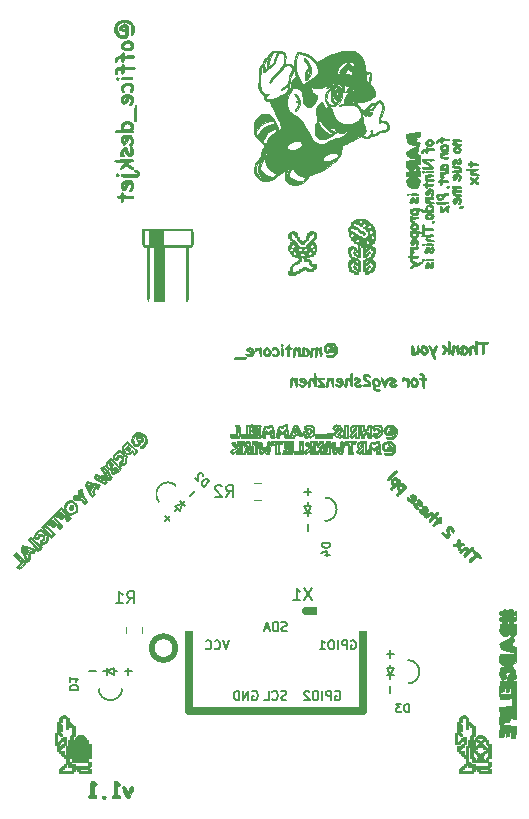
<source format=gbr>
G04 #@! TF.GenerationSoftware,KiCad,Pcbnew,5.1.2*
G04 #@! TF.CreationDate,2019-06-30T01:50:48-07:00*
G04 #@! TF.ProjectId,Mario_SAO,4d617269-6f5f-4534-914f-2e6b69636164,rev?*
G04 #@! TF.SameCoordinates,Original*
G04 #@! TF.FileFunction,Legend,Bot*
G04 #@! TF.FilePolarity,Positive*
%FSLAX46Y46*%
G04 Gerber Fmt 4.6, Leading zero omitted, Abs format (unit mm)*
G04 Created by KiCad (PCBNEW 5.1.2) date 2019-06-30 01:50:48*
%MOMM*%
%LPD*%
G04 APERTURE LIST*
%ADD10C,0.500000*%
%ADD11C,0.010000*%
%ADD12C,0.700000*%
%ADD13C,0.150000*%
%ADD14C,0.120000*%
%ADD15R,1.829200X1.829200*%
%ADD16O,1.829200X1.829200*%
%ADD17C,1.829200*%
%ADD18C,0.100000*%
%ADD19C,0.702000*%
%ADD20C,1.002000*%
%ADD21C,1.252000*%
G04 APERTURE END LIST*
D10*
X100250000Y-120250000D02*
G75*
G03X100250000Y-120250000I-1000000J0D01*
G01*
D11*
G36*
X111200333Y-70318378D02*
G01*
X111273565Y-70383867D01*
X111361740Y-70499009D01*
X111456467Y-70649382D01*
X111549352Y-70820564D01*
X111632003Y-70998132D01*
X111696027Y-71167666D01*
X111733031Y-71314742D01*
X111733731Y-71319289D01*
X111732387Y-71577220D01*
X111649940Y-71813782D01*
X111491336Y-72019874D01*
X111362226Y-72130578D01*
X111266895Y-72182075D01*
X111212446Y-72171610D01*
X111202333Y-72131967D01*
X111229874Y-72052222D01*
X111242587Y-72036680D01*
X111261850Y-71966771D01*
X111248803Y-71845714D01*
X111247045Y-71837713D01*
X111237848Y-71689584D01*
X111373441Y-71689584D01*
X111383075Y-71824739D01*
X111412677Y-71884877D01*
X111458760Y-71866637D01*
X111497177Y-71808783D01*
X111520205Y-71724039D01*
X111535389Y-71587411D01*
X111539225Y-71459533D01*
X111537451Y-71192167D01*
X111456333Y-71340334D01*
X111400927Y-71490906D01*
X111374120Y-71665576D01*
X111373441Y-71689584D01*
X111237848Y-71689584D01*
X111233546Y-71620318D01*
X111292052Y-71390342D01*
X111389733Y-71193638D01*
X111442551Y-71100116D01*
X111469570Y-71026618D01*
X111466609Y-70954459D01*
X111429493Y-70864949D01*
X111354042Y-70739402D01*
X111253956Y-70586302D01*
X111168812Y-70442770D01*
X111139043Y-70352922D01*
X111150437Y-70316963D01*
X111200333Y-70318378D01*
X111200333Y-70318378D01*
G37*
X111200333Y-70318378D02*
X111273565Y-70383867D01*
X111361740Y-70499009D01*
X111456467Y-70649382D01*
X111549352Y-70820564D01*
X111632003Y-70998132D01*
X111696027Y-71167666D01*
X111733031Y-71314742D01*
X111733731Y-71319289D01*
X111732387Y-71577220D01*
X111649940Y-71813782D01*
X111491336Y-72019874D01*
X111362226Y-72130578D01*
X111266895Y-72182075D01*
X111212446Y-72171610D01*
X111202333Y-72131967D01*
X111229874Y-72052222D01*
X111242587Y-72036680D01*
X111261850Y-71966771D01*
X111248803Y-71845714D01*
X111247045Y-71837713D01*
X111237848Y-71689584D01*
X111373441Y-71689584D01*
X111383075Y-71824739D01*
X111412677Y-71884877D01*
X111458760Y-71866637D01*
X111497177Y-71808783D01*
X111520205Y-71724039D01*
X111535389Y-71587411D01*
X111539225Y-71459533D01*
X111537451Y-71192167D01*
X111456333Y-71340334D01*
X111400927Y-71490906D01*
X111374120Y-71665576D01*
X111373441Y-71689584D01*
X111237848Y-71689584D01*
X111233546Y-71620318D01*
X111292052Y-71390342D01*
X111389733Y-71193638D01*
X111442551Y-71100116D01*
X111469570Y-71026618D01*
X111466609Y-70954459D01*
X111429493Y-70864949D01*
X111354042Y-70739402D01*
X111253956Y-70586302D01*
X111168812Y-70442770D01*
X111139043Y-70352922D01*
X111150437Y-70316963D01*
X111200333Y-70318378D01*
G36*
X116489953Y-74826023D02*
G01*
X116520586Y-74892001D01*
X116500316Y-75004723D01*
X116474809Y-75061846D01*
X116398685Y-75164236D01*
X116319867Y-75192327D01*
X116268222Y-75164445D01*
X116239705Y-75084332D01*
X116256826Y-74978188D01*
X116312576Y-74886291D01*
X116317417Y-74881728D01*
X116418776Y-74818647D01*
X116489953Y-74826023D01*
X116489953Y-74826023D01*
G37*
X116489953Y-74826023D02*
X116520586Y-74892001D01*
X116500316Y-75004723D01*
X116474809Y-75061846D01*
X116398685Y-75164236D01*
X116319867Y-75192327D01*
X116268222Y-75164445D01*
X116239705Y-75084332D01*
X116256826Y-74978188D01*
X116312576Y-74886291D01*
X116317417Y-74881728D01*
X116418776Y-74818647D01*
X116489953Y-74826023D01*
G36*
X116907936Y-74875918D02*
G01*
X116910797Y-74967792D01*
X116856295Y-75086647D01*
X116829594Y-75123458D01*
X116737086Y-75204832D01*
X116642779Y-75233325D01*
X116570610Y-75204447D01*
X116553108Y-75175321D01*
X116556377Y-75086825D01*
X116604296Y-74977104D01*
X116677488Y-74880331D01*
X116747157Y-74833101D01*
X116851969Y-74826021D01*
X116907936Y-74875918D01*
X116907936Y-74875918D01*
G37*
X116907936Y-74875918D02*
X116910797Y-74967792D01*
X116856295Y-75086647D01*
X116829594Y-75123458D01*
X116737086Y-75204832D01*
X116642779Y-75233325D01*
X116570610Y-75204447D01*
X116553108Y-75175321D01*
X116556377Y-75086825D01*
X116604296Y-74977104D01*
X116677488Y-74880331D01*
X116747157Y-74833101D01*
X116851969Y-74826021D01*
X116907936Y-74875918D01*
G36*
X110461906Y-73344338D02*
G01*
X110507309Y-73394369D01*
X110677788Y-73649765D01*
X110764030Y-73913048D01*
X110765964Y-74182910D01*
X110683519Y-74458045D01*
X110575669Y-74652917D01*
X110492722Y-74765563D01*
X110433750Y-74807362D01*
X110387738Y-74784565D01*
X110375185Y-74766666D01*
X110378230Y-74703980D01*
X110412692Y-74649488D01*
X110484038Y-74545397D01*
X110557010Y-74400761D01*
X110616912Y-74249463D01*
X110649047Y-74125384D01*
X110651070Y-74099923D01*
X110634688Y-74026813D01*
X110568595Y-74013797D01*
X110556750Y-74015256D01*
X110478038Y-74003931D01*
X110461500Y-73965000D01*
X110497522Y-73910160D01*
X110556342Y-73888026D01*
X110618592Y-73872585D01*
X110626171Y-73834716D01*
X110589629Y-73755518D01*
X110520079Y-73642419D01*
X110429335Y-73519493D01*
X110414791Y-73501854D01*
X110345077Y-73405417D01*
X110333970Y-73344008D01*
X110351001Y-73317732D01*
X110398362Y-73300556D01*
X110461906Y-73344338D01*
X110461906Y-73344338D01*
G37*
X110461906Y-73344338D02*
X110507309Y-73394369D01*
X110677788Y-73649765D01*
X110764030Y-73913048D01*
X110765964Y-74182910D01*
X110683519Y-74458045D01*
X110575669Y-74652917D01*
X110492722Y-74765563D01*
X110433750Y-74807362D01*
X110387738Y-74784565D01*
X110375185Y-74766666D01*
X110378230Y-74703980D01*
X110412692Y-74649488D01*
X110484038Y-74545397D01*
X110557010Y-74400761D01*
X110616912Y-74249463D01*
X110649047Y-74125384D01*
X110651070Y-74099923D01*
X110634688Y-74026813D01*
X110568595Y-74013797D01*
X110556750Y-74015256D01*
X110478038Y-74003931D01*
X110461500Y-73965000D01*
X110497522Y-73910160D01*
X110556342Y-73888026D01*
X110618592Y-73872585D01*
X110626171Y-73834716D01*
X110589629Y-73755518D01*
X110520079Y-73642419D01*
X110429335Y-73519493D01*
X110414791Y-73501854D01*
X110345077Y-73405417D01*
X110333970Y-73344008D01*
X110351001Y-73317732D01*
X110398362Y-73300556D01*
X110461906Y-73344338D01*
G36*
X115557763Y-101596050D02*
G01*
X115562667Y-101688804D01*
X115545344Y-101821459D01*
X115495704Y-101879304D01*
X115435709Y-101900031D01*
X115396935Y-101889792D01*
X115343174Y-101835132D01*
X115326207Y-101816327D01*
X115277031Y-101754876D01*
X115277602Y-101735667D01*
X115393333Y-101735667D01*
X115425548Y-101776770D01*
X115435667Y-101778000D01*
X115476770Y-101745786D01*
X115478000Y-101735667D01*
X115445785Y-101694564D01*
X115435667Y-101693334D01*
X115394563Y-101725548D01*
X115393333Y-101735667D01*
X115277602Y-101735667D01*
X115278373Y-101709765D01*
X115336447Y-101649964D01*
X115364340Y-101625827D01*
X115469299Y-101546618D01*
X115530288Y-101535586D01*
X115557763Y-101596050D01*
X115557763Y-101596050D01*
G37*
X115557763Y-101596050D02*
X115562667Y-101688804D01*
X115545344Y-101821459D01*
X115495704Y-101879304D01*
X115435709Y-101900031D01*
X115396935Y-101889792D01*
X115343174Y-101835132D01*
X115326207Y-101816327D01*
X115277031Y-101754876D01*
X115277602Y-101735667D01*
X115393333Y-101735667D01*
X115425548Y-101776770D01*
X115435667Y-101778000D01*
X115476770Y-101745786D01*
X115478000Y-101735667D01*
X115445785Y-101694564D01*
X115435667Y-101693334D01*
X115394563Y-101725548D01*
X115393333Y-101735667D01*
X115277602Y-101735667D01*
X115278373Y-101709765D01*
X115336447Y-101649964D01*
X115364340Y-101625827D01*
X115469299Y-101546618D01*
X115530288Y-101535586D01*
X115557763Y-101596050D01*
G36*
X110422578Y-101613450D02*
G01*
X110491169Y-101679347D01*
X110564428Y-101766940D01*
X110623210Y-101852493D01*
X110648371Y-101912271D01*
X110644588Y-101923767D01*
X110592670Y-101946757D01*
X110496182Y-101980188D01*
X110392222Y-102012165D01*
X110317887Y-102030793D01*
X110307016Y-102032000D01*
X110277112Y-101996727D01*
X110271000Y-101952625D01*
X110283027Y-101817835D01*
X110398000Y-101817835D01*
X110428730Y-101860944D01*
X110440333Y-101862667D01*
X110481566Y-101848223D01*
X110482667Y-101843999D01*
X110453002Y-101807856D01*
X110440333Y-101799167D01*
X110401324Y-101802523D01*
X110398000Y-101817835D01*
X110283027Y-101817835D01*
X110283795Y-101809234D01*
X110316570Y-101683776D01*
X110360907Y-101604598D01*
X110377798Y-101592988D01*
X110422578Y-101613450D01*
X110422578Y-101613450D01*
G37*
X110422578Y-101613450D02*
X110491169Y-101679347D01*
X110564428Y-101766940D01*
X110623210Y-101852493D01*
X110648371Y-101912271D01*
X110644588Y-101923767D01*
X110592670Y-101946757D01*
X110496182Y-101980188D01*
X110392222Y-102012165D01*
X110317887Y-102030793D01*
X110307016Y-102032000D01*
X110277112Y-101996727D01*
X110271000Y-101952625D01*
X110283027Y-101817835D01*
X110398000Y-101817835D01*
X110428730Y-101860944D01*
X110440333Y-101862667D01*
X110481566Y-101848223D01*
X110482667Y-101843999D01*
X110453002Y-101807856D01*
X110440333Y-101799167D01*
X110401324Y-101802523D01*
X110398000Y-101817835D01*
X110283027Y-101817835D01*
X110283795Y-101809234D01*
X110316570Y-101683776D01*
X110360907Y-101604598D01*
X110377798Y-101592988D01*
X110422578Y-101613450D01*
G36*
X116145053Y-102916193D02*
G01*
X116149491Y-103010597D01*
X116147184Y-103058218D01*
X116118950Y-103192470D01*
X116062699Y-103251462D01*
X115983954Y-103231979D01*
X115930804Y-103184176D01*
X115889528Y-103128514D01*
X115890626Y-103120328D01*
X116003222Y-103120328D01*
X116008974Y-103135592D01*
X116049841Y-103173129D01*
X116069838Y-103130375D01*
X116070667Y-103109002D01*
X116049838Y-103065400D01*
X116027643Y-103069594D01*
X116003222Y-103120328D01*
X115890626Y-103120328D01*
X115895923Y-103080878D01*
X115957108Y-103012325D01*
X115978058Y-102992109D01*
X116061708Y-102919162D01*
X116120663Y-102880521D01*
X116128334Y-102878667D01*
X116145053Y-102916193D01*
X116145053Y-102916193D01*
G37*
X116145053Y-102916193D02*
X116149491Y-103010597D01*
X116147184Y-103058218D01*
X116118950Y-103192470D01*
X116062699Y-103251462D01*
X115983954Y-103231979D01*
X115930804Y-103184176D01*
X115889528Y-103128514D01*
X115890626Y-103120328D01*
X116003222Y-103120328D01*
X116008974Y-103135592D01*
X116049841Y-103173129D01*
X116069838Y-103130375D01*
X116070667Y-103109002D01*
X116049838Y-103065400D01*
X116027643Y-103069594D01*
X116003222Y-103120328D01*
X115890626Y-103120328D01*
X115895923Y-103080878D01*
X115957108Y-103012325D01*
X115978058Y-102992109D01*
X116061708Y-102919162D01*
X116120663Y-102880521D01*
X116128334Y-102878667D01*
X116145053Y-102916193D01*
G36*
X96257430Y-103121702D02*
G01*
X96322776Y-103200996D01*
X96356611Y-103246996D01*
X96422703Y-103346442D01*
X96441913Y-103406917D01*
X96419332Y-103456290D01*
X96399145Y-103479829D01*
X96329771Y-103539369D01*
X96257585Y-103548003D01*
X96156449Y-103504953D01*
X96098367Y-103470855D01*
X95959234Y-103386027D01*
X95975512Y-103365625D01*
X96184919Y-103365625D01*
X96225274Y-103416229D01*
X96261165Y-103429000D01*
X96300207Y-103397067D01*
X96301000Y-103389165D01*
X96272877Y-103335733D01*
X96217654Y-103307603D01*
X96188111Y-103316111D01*
X96184919Y-103365625D01*
X95975512Y-103365625D01*
X96077200Y-103238181D01*
X96153429Y-103149023D01*
X96208272Y-103096380D01*
X96220155Y-103090335D01*
X96257430Y-103121702D01*
X96257430Y-103121702D01*
G37*
X96257430Y-103121702D02*
X96322776Y-103200996D01*
X96356611Y-103246996D01*
X96422703Y-103346442D01*
X96441913Y-103406917D01*
X96419332Y-103456290D01*
X96399145Y-103479829D01*
X96329771Y-103539369D01*
X96257585Y-103548003D01*
X96156449Y-103504953D01*
X96098367Y-103470855D01*
X95959234Y-103386027D01*
X95975512Y-103365625D01*
X96184919Y-103365625D01*
X96225274Y-103416229D01*
X96261165Y-103429000D01*
X96300207Y-103397067D01*
X96301000Y-103389165D01*
X96272877Y-103335733D01*
X96217654Y-103307603D01*
X96188111Y-103316111D01*
X96184919Y-103365625D01*
X95975512Y-103365625D01*
X96077200Y-103238181D01*
X96153429Y-103149023D01*
X96208272Y-103096380D01*
X96220155Y-103090335D01*
X96257430Y-103121702D01*
G36*
X94868692Y-104557564D02*
G01*
X94943130Y-104641227D01*
X94955905Y-104699254D01*
X94938457Y-104729657D01*
X94826672Y-104817355D01*
X94704226Y-104840609D01*
X94686094Y-104837498D01*
X94612049Y-104785141D01*
X94590920Y-104692130D01*
X94602569Y-104655976D01*
X94713927Y-104655976D01*
X94723124Y-104692791D01*
X94753335Y-104699000D01*
X94811392Y-104689183D01*
X94819333Y-104680332D01*
X94788312Y-104640817D01*
X94732495Y-104639937D01*
X94713927Y-104655976D01*
X94602569Y-104655976D01*
X94625177Y-104585811D01*
X94659293Y-104540941D01*
X94750266Y-104444105D01*
X94868692Y-104557564D01*
X94868692Y-104557564D01*
G37*
X94868692Y-104557564D02*
X94943130Y-104641227D01*
X94955905Y-104699254D01*
X94938457Y-104729657D01*
X94826672Y-104817355D01*
X94704226Y-104840609D01*
X94686094Y-104837498D01*
X94612049Y-104785141D01*
X94590920Y-104692130D01*
X94602569Y-104655976D01*
X94713927Y-104655976D01*
X94723124Y-104692791D01*
X94753335Y-104699000D01*
X94811392Y-104689183D01*
X94819333Y-104680332D01*
X94788312Y-104640817D01*
X94732495Y-104639937D01*
X94713927Y-104655976D01*
X94602569Y-104655976D01*
X94625177Y-104585811D01*
X94659293Y-104540941D01*
X94750266Y-104444105D01*
X94868692Y-104557564D01*
G36*
X95191093Y-104890601D02*
G01*
X95254426Y-104945945D01*
X95311125Y-105012354D01*
X95311797Y-105068165D01*
X95269523Y-105140758D01*
X95210611Y-105215619D01*
X95167951Y-105244470D01*
X95167607Y-105244423D01*
X95103771Y-105230453D01*
X95062750Y-105220152D01*
X95000001Y-105186941D01*
X94988667Y-105165025D01*
X94974836Y-105096319D01*
X94965374Y-105068558D01*
X94969360Y-105051778D01*
X95129778Y-105051778D01*
X95135589Y-105076945D01*
X95158000Y-105080000D01*
X95192845Y-105064511D01*
X95186222Y-105051778D01*
X95135982Y-105046711D01*
X95129778Y-105051778D01*
X94969360Y-105051778D01*
X94981142Y-105002189D01*
X95055134Y-104933782D01*
X95137365Y-104886525D01*
X95191093Y-104890601D01*
X95191093Y-104890601D01*
G37*
X95191093Y-104890601D02*
X95254426Y-104945945D01*
X95311125Y-105012354D01*
X95311797Y-105068165D01*
X95269523Y-105140758D01*
X95210611Y-105215619D01*
X95167951Y-105244470D01*
X95167607Y-105244423D01*
X95103771Y-105230453D01*
X95062750Y-105220152D01*
X95000001Y-105186941D01*
X94988667Y-105165025D01*
X94974836Y-105096319D01*
X94965374Y-105068558D01*
X94969360Y-105051778D01*
X95129778Y-105051778D01*
X95135589Y-105076945D01*
X95158000Y-105080000D01*
X95192845Y-105064511D01*
X95186222Y-105051778D01*
X95135982Y-105046711D01*
X95129778Y-105051778D01*
X94969360Y-105051778D01*
X94981142Y-105002189D01*
X95055134Y-104933782D01*
X95137365Y-104886525D01*
X95191093Y-104890601D01*
G36*
X92995255Y-106407155D02*
G01*
X93030750Y-106412176D01*
X93156547Y-106436192D01*
X93246090Y-106463477D01*
X93267013Y-106475446D01*
X93268657Y-106527367D01*
X93238904Y-106621248D01*
X93191306Y-106727299D01*
X93139416Y-106815730D01*
X93096786Y-106856752D01*
X93093389Y-106857096D01*
X93052870Y-106824937D01*
X92984963Y-106744298D01*
X92946083Y-106691582D01*
X92876351Y-106578517D01*
X92863550Y-106549156D01*
X93021673Y-106549156D01*
X93026852Y-106584989D01*
X93059680Y-106641842D01*
X93094228Y-106620488D01*
X93102092Y-106608436D01*
X93091182Y-106563339D01*
X93064413Y-106547092D01*
X93021673Y-106549156D01*
X92863550Y-106549156D01*
X92834778Y-106483170D01*
X92829667Y-106454846D01*
X92841215Y-106412705D01*
X92889561Y-106398261D01*
X92995255Y-106407155D01*
X92995255Y-106407155D01*
G37*
X92995255Y-106407155D02*
X93030750Y-106412176D01*
X93156547Y-106436192D01*
X93246090Y-106463477D01*
X93267013Y-106475446D01*
X93268657Y-106527367D01*
X93238904Y-106621248D01*
X93191306Y-106727299D01*
X93139416Y-106815730D01*
X93096786Y-106856752D01*
X93093389Y-106857096D01*
X93052870Y-106824937D01*
X92984963Y-106744298D01*
X92946083Y-106691582D01*
X92876351Y-106578517D01*
X92863550Y-106549156D01*
X93021673Y-106549156D01*
X93026852Y-106584989D01*
X93059680Y-106641842D01*
X93094228Y-106620488D01*
X93102092Y-106608436D01*
X93091182Y-106563339D01*
X93064413Y-106547092D01*
X93021673Y-106549156D01*
X92863550Y-106549156D01*
X92834778Y-106483170D01*
X92829667Y-106454846D01*
X92841215Y-106412705D01*
X92889561Y-106398261D01*
X92995255Y-106407155D01*
G36*
X91549668Y-108172429D02*
G01*
X91598986Y-108264551D01*
X91624826Y-108363714D01*
X91605080Y-108425792D01*
X91550210Y-108475276D01*
X91474091Y-108527587D01*
X91432667Y-108545481D01*
X91378301Y-108532615D01*
X91337417Y-108522152D01*
X91285644Y-108470678D01*
X91261472Y-108373365D01*
X91262120Y-108356130D01*
X91359257Y-108356130D01*
X91368024Y-108380151D01*
X91419278Y-108406155D01*
X91473739Y-108380483D01*
X91491773Y-108324489D01*
X91488964Y-108314997D01*
X91448636Y-108261224D01*
X91430636Y-108255000D01*
X91375742Y-108288531D01*
X91359257Y-108356130D01*
X91262120Y-108356130D01*
X91265565Y-108264640D01*
X91298591Y-108178932D01*
X91330296Y-108153696D01*
X91460924Y-108127796D01*
X91549668Y-108172429D01*
X91549668Y-108172429D01*
G37*
X91549668Y-108172429D02*
X91598986Y-108264551D01*
X91624826Y-108363714D01*
X91605080Y-108425792D01*
X91550210Y-108475276D01*
X91474091Y-108527587D01*
X91432667Y-108545481D01*
X91378301Y-108532615D01*
X91337417Y-108522152D01*
X91285644Y-108470678D01*
X91261472Y-108373365D01*
X91262120Y-108356130D01*
X91359257Y-108356130D01*
X91368024Y-108380151D01*
X91419278Y-108406155D01*
X91473739Y-108380483D01*
X91491773Y-108324489D01*
X91488964Y-108314997D01*
X91448636Y-108261224D01*
X91430636Y-108255000D01*
X91375742Y-108288531D01*
X91359257Y-108356130D01*
X91262120Y-108356130D01*
X91265565Y-108264640D01*
X91298591Y-108178932D01*
X91330296Y-108153696D01*
X91460924Y-108127796D01*
X91549668Y-108172429D01*
G36*
X87543579Y-111853185D02*
G01*
X87659487Y-111881719D01*
X87761953Y-111916331D01*
X87821174Y-111949239D01*
X87826168Y-111959167D01*
X87808990Y-112015681D01*
X87768275Y-112109337D01*
X87718435Y-112210687D01*
X87673881Y-112290288D01*
X87650058Y-112319000D01*
X87618440Y-112289034D01*
X87552071Y-112212405D01*
X87502752Y-112152149D01*
X87400664Y-112003499D01*
X87399866Y-112000856D01*
X87555184Y-112000856D01*
X87559167Y-112022667D01*
X87613288Y-112063385D01*
X87625165Y-112065000D01*
X87663860Y-112032711D01*
X87665000Y-112022667D01*
X87630542Y-111985515D01*
X87599001Y-111980334D01*
X87555184Y-112000856D01*
X87399866Y-112000856D01*
X87368799Y-111898043D01*
X87390644Y-111845467D01*
X87444031Y-111838507D01*
X87543579Y-111853185D01*
X87543579Y-111853185D01*
G37*
X87543579Y-111853185D02*
X87659487Y-111881719D01*
X87761953Y-111916331D01*
X87821174Y-111949239D01*
X87826168Y-111959167D01*
X87808990Y-112015681D01*
X87768275Y-112109337D01*
X87718435Y-112210687D01*
X87673881Y-112290288D01*
X87650058Y-112319000D01*
X87618440Y-112289034D01*
X87552071Y-112212405D01*
X87502752Y-112152149D01*
X87400664Y-112003499D01*
X87399866Y-112000856D01*
X87555184Y-112000856D01*
X87559167Y-112022667D01*
X87613288Y-112063385D01*
X87625165Y-112065000D01*
X87663860Y-112032711D01*
X87665000Y-112022667D01*
X87630542Y-111985515D01*
X87599001Y-111980334D01*
X87555184Y-112000856D01*
X87399866Y-112000856D01*
X87368799Y-111898043D01*
X87390644Y-111845467D01*
X87444031Y-111838507D01*
X87543579Y-111853185D01*
G36*
X96262649Y-67089904D02*
G01*
X96460440Y-67214273D01*
X96615810Y-67389943D01*
X96720198Y-67602169D01*
X96765045Y-67836203D01*
X96741793Y-68077298D01*
X96703965Y-68191118D01*
X96639330Y-68295485D01*
X96572426Y-68333227D01*
X96520964Y-68304858D01*
X96502654Y-68210890D01*
X96504418Y-68185338D01*
X96513252Y-68070561D01*
X96521711Y-67914697D01*
X96525585Y-67818863D01*
X96525215Y-67672685D01*
X96504391Y-67576330D01*
X96452310Y-67495505D01*
X96408591Y-67447502D01*
X96228682Y-67316633D01*
X96018046Y-67253355D01*
X95797316Y-67257947D01*
X95587122Y-67330689D01*
X95444277Y-67434423D01*
X95337721Y-67583707D01*
X95294461Y-67752625D01*
X95306602Y-67926508D01*
X95366252Y-68090686D01*
X95465515Y-68230493D01*
X95596497Y-68331259D01*
X95751306Y-68378315D01*
X95922046Y-68356994D01*
X95937704Y-68351304D01*
X95989916Y-68287764D01*
X96004667Y-68181971D01*
X95997000Y-68084424D01*
X95958688Y-68045216D01*
X95877667Y-68038334D01*
X95784512Y-68024875D01*
X95751860Y-67975206D01*
X95750667Y-67954754D01*
X95788568Y-67872743D01*
X95877667Y-67805500D01*
X95973002Y-67736729D01*
X96005153Y-67672488D01*
X95973146Y-67629480D01*
X95888330Y-67622772D01*
X95793498Y-67657959D01*
X95719694Y-67750981D01*
X95697496Y-67794917D01*
X95634152Y-67909270D01*
X95579954Y-67948087D01*
X95521630Y-67917476D01*
X95494979Y-67888133D01*
X95471262Y-67800215D01*
X95505928Y-67688047D01*
X95584118Y-67569849D01*
X95690968Y-67463837D01*
X95811617Y-67388229D01*
X95924874Y-67361158D01*
X96003975Y-67385922D01*
X96101318Y-67446041D01*
X96105338Y-67449170D01*
X96174153Y-67516893D01*
X96207589Y-67599224D01*
X96217384Y-67728265D01*
X96217542Y-67756087D01*
X96219498Y-67936749D01*
X96224257Y-68125552D01*
X96226316Y-68180668D01*
X96224605Y-68315362D01*
X96196690Y-68402151D01*
X96129920Y-68476703D01*
X96117460Y-68487585D01*
X95971044Y-68563285D01*
X95784173Y-68588936D01*
X95585604Y-68563255D01*
X95460651Y-68516849D01*
X95294532Y-68390801D01*
X95170985Y-68209279D01*
X95096092Y-67993209D01*
X95075935Y-67763518D01*
X95116595Y-67541132D01*
X95152478Y-67456490D01*
X95298748Y-67258479D01*
X95500999Y-67118576D01*
X95749517Y-67041480D01*
X96030994Y-67031586D01*
X96262649Y-67089904D01*
X96262649Y-67089904D01*
G37*
X96262649Y-67089904D02*
X96460440Y-67214273D01*
X96615810Y-67389943D01*
X96720198Y-67602169D01*
X96765045Y-67836203D01*
X96741793Y-68077298D01*
X96703965Y-68191118D01*
X96639330Y-68295485D01*
X96572426Y-68333227D01*
X96520964Y-68304858D01*
X96502654Y-68210890D01*
X96504418Y-68185338D01*
X96513252Y-68070561D01*
X96521711Y-67914697D01*
X96525585Y-67818863D01*
X96525215Y-67672685D01*
X96504391Y-67576330D01*
X96452310Y-67495505D01*
X96408591Y-67447502D01*
X96228682Y-67316633D01*
X96018046Y-67253355D01*
X95797316Y-67257947D01*
X95587122Y-67330689D01*
X95444277Y-67434423D01*
X95337721Y-67583707D01*
X95294461Y-67752625D01*
X95306602Y-67926508D01*
X95366252Y-68090686D01*
X95465515Y-68230493D01*
X95596497Y-68331259D01*
X95751306Y-68378315D01*
X95922046Y-68356994D01*
X95937704Y-68351304D01*
X95989916Y-68287764D01*
X96004667Y-68181971D01*
X95997000Y-68084424D01*
X95958688Y-68045216D01*
X95877667Y-68038334D01*
X95784512Y-68024875D01*
X95751860Y-67975206D01*
X95750667Y-67954754D01*
X95788568Y-67872743D01*
X95877667Y-67805500D01*
X95973002Y-67736729D01*
X96005153Y-67672488D01*
X95973146Y-67629480D01*
X95888330Y-67622772D01*
X95793498Y-67657959D01*
X95719694Y-67750981D01*
X95697496Y-67794917D01*
X95634152Y-67909270D01*
X95579954Y-67948087D01*
X95521630Y-67917476D01*
X95494979Y-67888133D01*
X95471262Y-67800215D01*
X95505928Y-67688047D01*
X95584118Y-67569849D01*
X95690968Y-67463837D01*
X95811617Y-67388229D01*
X95924874Y-67361158D01*
X96003975Y-67385922D01*
X96101318Y-67446041D01*
X96105338Y-67449170D01*
X96174153Y-67516893D01*
X96207589Y-67599224D01*
X96217384Y-67728265D01*
X96217542Y-67756087D01*
X96219498Y-67936749D01*
X96224257Y-68125552D01*
X96226316Y-68180668D01*
X96224605Y-68315362D01*
X96196690Y-68402151D01*
X96129920Y-68476703D01*
X96117460Y-68487585D01*
X95971044Y-68563285D01*
X95784173Y-68588936D01*
X95585604Y-68563255D01*
X95460651Y-68516849D01*
X95294532Y-68390801D01*
X95170985Y-68209279D01*
X95096092Y-67993209D01*
X95075935Y-67763518D01*
X95116595Y-67541132D01*
X95152478Y-67456490D01*
X95298748Y-67258479D01*
X95500999Y-67118576D01*
X95749517Y-67041480D01*
X96030994Y-67031586D01*
X96262649Y-67089904D01*
G36*
X96407649Y-68835896D02*
G01*
X96471180Y-68864272D01*
X96606225Y-68968565D01*
X96672039Y-69113022D01*
X96682000Y-69223667D01*
X96648408Y-69404816D01*
X96547375Y-69535510D01*
X96378517Y-69616031D01*
X96141451Y-69646663D01*
X96109346Y-69647000D01*
X95961452Y-69640727D01*
X95863376Y-69614064D01*
X95780706Y-69555247D01*
X95747410Y-69523257D01*
X95654004Y-69384223D01*
X95640881Y-69294664D01*
X95857313Y-69294664D01*
X95876084Y-69347710D01*
X95951295Y-69421637D01*
X96015157Y-69447779D01*
X96100812Y-69464613D01*
X96135933Y-69471902D01*
X96189569Y-69463201D01*
X96285770Y-69434265D01*
X96294938Y-69431103D01*
X96410867Y-69357829D01*
X96460818Y-69254040D01*
X96438004Y-69140419D01*
X96405289Y-69094961D01*
X96302102Y-69028654D01*
X96178033Y-69014423D01*
X96052299Y-69043088D01*
X95944122Y-69105469D01*
X95872720Y-69192387D01*
X95857313Y-69294664D01*
X95640881Y-69294664D01*
X95632913Y-69240291D01*
X95673113Y-69101497D01*
X95763580Y-68977878D01*
X95893292Y-68879471D01*
X96051223Y-68816314D01*
X96226350Y-68798443D01*
X96407649Y-68835896D01*
X96407649Y-68835896D01*
G37*
X96407649Y-68835896D02*
X96471180Y-68864272D01*
X96606225Y-68968565D01*
X96672039Y-69113022D01*
X96682000Y-69223667D01*
X96648408Y-69404816D01*
X96547375Y-69535510D01*
X96378517Y-69616031D01*
X96141451Y-69646663D01*
X96109346Y-69647000D01*
X95961452Y-69640727D01*
X95863376Y-69614064D01*
X95780706Y-69555247D01*
X95747410Y-69523257D01*
X95654004Y-69384223D01*
X95640881Y-69294664D01*
X95857313Y-69294664D01*
X95876084Y-69347710D01*
X95951295Y-69421637D01*
X96015157Y-69447779D01*
X96100812Y-69464613D01*
X96135933Y-69471902D01*
X96189569Y-69463201D01*
X96285770Y-69434265D01*
X96294938Y-69431103D01*
X96410867Y-69357829D01*
X96460818Y-69254040D01*
X96438004Y-69140419D01*
X96405289Y-69094961D01*
X96302102Y-69028654D01*
X96178033Y-69014423D01*
X96052299Y-69043088D01*
X95944122Y-69105469D01*
X95872720Y-69192387D01*
X95857313Y-69294664D01*
X95640881Y-69294664D01*
X95632913Y-69240291D01*
X95673113Y-69101497D01*
X95763580Y-68977878D01*
X95893292Y-68879471D01*
X96051223Y-68816314D01*
X96226350Y-68798443D01*
X96407649Y-68835896D01*
G36*
X95853521Y-69834821D02*
G01*
X95876228Y-69905172D01*
X95877667Y-69948993D01*
X95877667Y-70081653D01*
X96301156Y-70061261D01*
X96529894Y-70055304D01*
X96682557Y-70064837D01*
X96766687Y-70092060D01*
X96789827Y-70139175D01*
X96766777Y-70197155D01*
X96718727Y-70229040D01*
X96613161Y-70252071D01*
X96439522Y-70268028D01*
X96308185Y-70274556D01*
X95886973Y-70291474D01*
X95860653Y-70456070D01*
X95832063Y-70568205D01*
X95785883Y-70615346D01*
X95750166Y-70620667D01*
X95690358Y-70603598D01*
X95662753Y-70541280D01*
X95661475Y-70417041D01*
X95664344Y-70377250D01*
X95646545Y-70299341D01*
X95587405Y-70275548D01*
X95504372Y-70299054D01*
X95414891Y-70363045D01*
X95336409Y-70460704D01*
X95308257Y-70516360D01*
X95247912Y-70628618D01*
X95190784Y-70661512D01*
X95143889Y-70634778D01*
X95125462Y-70577486D01*
X95116000Y-70472097D01*
X95115667Y-70447351D01*
X95153531Y-70289961D01*
X95263346Y-70171736D01*
X95439445Y-70098018D01*
X95498685Y-70086267D01*
X95608612Y-70057631D01*
X95662366Y-70003595D01*
X95681760Y-69938618D01*
X95722377Y-69843111D01*
X95791942Y-69816334D01*
X95853521Y-69834821D01*
X95853521Y-69834821D01*
G37*
X95853521Y-69834821D02*
X95876228Y-69905172D01*
X95877667Y-69948993D01*
X95877667Y-70081653D01*
X96301156Y-70061261D01*
X96529894Y-70055304D01*
X96682557Y-70064837D01*
X96766687Y-70092060D01*
X96789827Y-70139175D01*
X96766777Y-70197155D01*
X96718727Y-70229040D01*
X96613161Y-70252071D01*
X96439522Y-70268028D01*
X96308185Y-70274556D01*
X95886973Y-70291474D01*
X95860653Y-70456070D01*
X95832063Y-70568205D01*
X95785883Y-70615346D01*
X95750166Y-70620667D01*
X95690358Y-70603598D01*
X95662753Y-70541280D01*
X95661475Y-70417041D01*
X95664344Y-70377250D01*
X95646545Y-70299341D01*
X95587405Y-70275548D01*
X95504372Y-70299054D01*
X95414891Y-70363045D01*
X95336409Y-70460704D01*
X95308257Y-70516360D01*
X95247912Y-70628618D01*
X95190784Y-70661512D01*
X95143889Y-70634778D01*
X95125462Y-70577486D01*
X95116000Y-70472097D01*
X95115667Y-70447351D01*
X95153531Y-70289961D01*
X95263346Y-70171736D01*
X95439445Y-70098018D01*
X95498685Y-70086267D01*
X95608612Y-70057631D01*
X95662366Y-70003595D01*
X95681760Y-69938618D01*
X95722377Y-69843111D01*
X95791942Y-69816334D01*
X95853521Y-69834821D01*
G36*
X95833479Y-70810021D02*
G01*
X95867414Y-70869205D01*
X95877667Y-70943082D01*
X95877667Y-71048833D01*
X96303963Y-71040914D01*
X96549517Y-71042940D01*
X96713287Y-71060058D01*
X96796898Y-71092832D01*
X96801980Y-71141827D01*
X96747992Y-71195017D01*
X96661841Y-71229262D01*
X96510645Y-71249080D01*
X96285160Y-71255661D01*
X96277153Y-71255667D01*
X95888488Y-71255667D01*
X95861799Y-71422571D01*
X95820119Y-71562996D01*
X95763112Y-71626424D01*
X95706728Y-71614537D01*
X95666912Y-71529016D01*
X95657955Y-71401076D01*
X95657156Y-71300699D01*
X95632419Y-71264368D01*
X95565935Y-71271686D01*
X95548693Y-71275930D01*
X95416661Y-71325979D01*
X95344122Y-71407245D01*
X95312327Y-71510616D01*
X95272737Y-71607786D01*
X95201392Y-71636667D01*
X95145625Y-71623000D01*
X95120790Y-71567143D01*
X95115667Y-71465409D01*
X95150979Y-71289379D01*
X95255260Y-71161396D01*
X95426030Y-71084087D01*
X95487936Y-71071473D01*
X95606987Y-71042488D01*
X95659260Y-70999020D01*
X95666000Y-70964017D01*
X95692771Y-70877966D01*
X95754393Y-70816333D01*
X95822825Y-70804898D01*
X95833479Y-70810021D01*
X95833479Y-70810021D01*
G37*
X95833479Y-70810021D02*
X95867414Y-70869205D01*
X95877667Y-70943082D01*
X95877667Y-71048833D01*
X96303963Y-71040914D01*
X96549517Y-71042940D01*
X96713287Y-71060058D01*
X96796898Y-71092832D01*
X96801980Y-71141827D01*
X96747992Y-71195017D01*
X96661841Y-71229262D01*
X96510645Y-71249080D01*
X96285160Y-71255661D01*
X96277153Y-71255667D01*
X95888488Y-71255667D01*
X95861799Y-71422571D01*
X95820119Y-71562996D01*
X95763112Y-71626424D01*
X95706728Y-71614537D01*
X95666912Y-71529016D01*
X95657955Y-71401076D01*
X95657156Y-71300699D01*
X95632419Y-71264368D01*
X95565935Y-71271686D01*
X95548693Y-71275930D01*
X95416661Y-71325979D01*
X95344122Y-71407245D01*
X95312327Y-71510616D01*
X95272737Y-71607786D01*
X95201392Y-71636667D01*
X95145625Y-71623000D01*
X95120790Y-71567143D01*
X95115667Y-71465409D01*
X95150979Y-71289379D01*
X95255260Y-71161396D01*
X95426030Y-71084087D01*
X95487936Y-71071473D01*
X95606987Y-71042488D01*
X95659260Y-70999020D01*
X95666000Y-70964017D01*
X95692771Y-70877966D01*
X95754393Y-70816333D01*
X95822825Y-70804898D01*
X95833479Y-70810021D01*
G36*
X96180180Y-71899721D02*
G01*
X96377033Y-71906350D01*
X96504254Y-71915370D01*
X96576871Y-71930098D01*
X96609914Y-71953853D01*
X96618413Y-71989954D01*
X96618500Y-71996500D01*
X96612730Y-72033547D01*
X96585740Y-72058528D01*
X96523011Y-72074419D01*
X96410024Y-72084196D01*
X96232259Y-72090836D01*
X96147293Y-72093089D01*
X95933898Y-72096459D01*
X95791156Y-72092821D01*
X95705237Y-72080783D01*
X95662313Y-72058953D01*
X95652393Y-72043268D01*
X95647167Y-71978264D01*
X95695178Y-71933779D01*
X95804472Y-71907624D01*
X95983096Y-71897611D01*
X96180180Y-71899721D01*
X96180180Y-71899721D01*
G37*
X96180180Y-71899721D02*
X96377033Y-71906350D01*
X96504254Y-71915370D01*
X96576871Y-71930098D01*
X96609914Y-71953853D01*
X96618413Y-71989954D01*
X96618500Y-71996500D01*
X96612730Y-72033547D01*
X96585740Y-72058528D01*
X96523011Y-72074419D01*
X96410024Y-72084196D01*
X96232259Y-72090836D01*
X96147293Y-72093089D01*
X95933898Y-72096459D01*
X95791156Y-72092821D01*
X95705237Y-72080783D01*
X95662313Y-72058953D01*
X95652393Y-72043268D01*
X95647167Y-71978264D01*
X95695178Y-71933779D01*
X95804472Y-71907624D01*
X95983096Y-71897611D01*
X96180180Y-71899721D01*
G36*
X95398222Y-71948696D02*
G01*
X95437332Y-72017269D01*
X95430941Y-72071700D01*
X95372657Y-72131381D01*
X95289936Y-72139578D01*
X95223077Y-72095142D01*
X95214382Y-72077884D01*
X95219872Y-71995923D01*
X95249387Y-71950470D01*
X95325428Y-71919655D01*
X95398222Y-71948696D01*
X95398222Y-71948696D01*
G37*
X95398222Y-71948696D02*
X95437332Y-72017269D01*
X95430941Y-72071700D01*
X95372657Y-72131381D01*
X95289936Y-72139578D01*
X95223077Y-72095142D01*
X95214382Y-72077884D01*
X95219872Y-71995923D01*
X95249387Y-71950470D01*
X95325428Y-71919655D01*
X95398222Y-71948696D01*
G36*
X96440761Y-72409714D02*
G01*
X96572929Y-72503443D01*
X96657388Y-72645073D01*
X96681059Y-72792352D01*
X96663971Y-72942396D01*
X96618138Y-73073732D01*
X96554381Y-73164924D01*
X96483518Y-73194536D01*
X96478468Y-73193728D01*
X96439786Y-73179070D01*
X96421352Y-73143109D01*
X96421839Y-73067883D01*
X96439921Y-72935428D01*
X96453311Y-72853167D01*
X96457829Y-72709910D01*
X96427516Y-72630917D01*
X96335390Y-72579824D01*
X96199809Y-72573229D01*
X96049306Y-72611064D01*
X96003819Y-72631938D01*
X95875648Y-72722959D01*
X95826619Y-72829307D01*
X95851238Y-72963977D01*
X95857226Y-72978759D01*
X95890721Y-73077038D01*
X95881993Y-73133603D01*
X95856202Y-73160914D01*
X95797675Y-73181187D01*
X95726827Y-73136330D01*
X95711166Y-73121166D01*
X95640304Y-72996941D01*
X95620013Y-72840208D01*
X95649758Y-72685907D01*
X95719494Y-72577400D01*
X95900251Y-72447728D01*
X96090198Y-72378677D01*
X96275109Y-72367065D01*
X96440761Y-72409714D01*
X96440761Y-72409714D01*
G37*
X96440761Y-72409714D02*
X96572929Y-72503443D01*
X96657388Y-72645073D01*
X96681059Y-72792352D01*
X96663971Y-72942396D01*
X96618138Y-73073732D01*
X96554381Y-73164924D01*
X96483518Y-73194536D01*
X96478468Y-73193728D01*
X96439786Y-73179070D01*
X96421352Y-73143109D01*
X96421839Y-73067883D01*
X96439921Y-72935428D01*
X96453311Y-72853167D01*
X96457829Y-72709910D01*
X96427516Y-72630917D01*
X96335390Y-72579824D01*
X96199809Y-72573229D01*
X96049306Y-72611064D01*
X96003819Y-72631938D01*
X95875648Y-72722959D01*
X95826619Y-72829307D01*
X95851238Y-72963977D01*
X95857226Y-72978759D01*
X95890721Y-73077038D01*
X95881993Y-73133603D01*
X95856202Y-73160914D01*
X95797675Y-73181187D01*
X95726827Y-73136330D01*
X95711166Y-73121166D01*
X95640304Y-72996941D01*
X95620013Y-72840208D01*
X95649758Y-72685907D01*
X95719494Y-72577400D01*
X95900251Y-72447728D01*
X96090198Y-72378677D01*
X96275109Y-72367065D01*
X96440761Y-72409714D01*
G36*
X96436258Y-73390869D02*
G01*
X96517438Y-73448931D01*
X96625532Y-73598542D01*
X96675081Y-73786986D01*
X96662639Y-73988810D01*
X96610261Y-74134209D01*
X96534241Y-74241847D01*
X96454375Y-74294506D01*
X96387553Y-74284672D01*
X96360596Y-74245259D01*
X96364561Y-74165163D01*
X96403057Y-74084544D01*
X96452389Y-73967641D01*
X96468290Y-73828318D01*
X96450556Y-73701065D01*
X96405810Y-73625484D01*
X96362320Y-73593240D01*
X96329980Y-73593720D01*
X96295955Y-73639931D01*
X96247411Y-73744882D01*
X96216142Y-73817701D01*
X96124409Y-73997549D01*
X96026024Y-74132460D01*
X95932747Y-74207987D01*
X95889530Y-74219000D01*
X95791366Y-74181155D01*
X95702444Y-74084628D01*
X95640934Y-73954934D01*
X95628085Y-73873597D01*
X95837602Y-73873597D01*
X95853459Y-73961527D01*
X95865423Y-73980979D01*
X95895422Y-73960931D01*
X95947795Y-73888163D01*
X96008991Y-73786621D01*
X96065456Y-73680252D01*
X96103640Y-73593001D01*
X96109996Y-73548820D01*
X96065966Y-73554690D01*
X95988046Y-73593027D01*
X95909671Y-73644956D01*
X95867731Y-73685588D01*
X95842477Y-73766568D01*
X95837602Y-73873597D01*
X95628085Y-73873597D01*
X95623667Y-73845633D01*
X95661320Y-73664223D01*
X95762214Y-73514350D01*
X95908253Y-73404045D01*
X96081338Y-73341341D01*
X96263373Y-73334272D01*
X96436258Y-73390869D01*
X96436258Y-73390869D01*
G37*
X96436258Y-73390869D02*
X96517438Y-73448931D01*
X96625532Y-73598542D01*
X96675081Y-73786986D01*
X96662639Y-73988810D01*
X96610261Y-74134209D01*
X96534241Y-74241847D01*
X96454375Y-74294506D01*
X96387553Y-74284672D01*
X96360596Y-74245259D01*
X96364561Y-74165163D01*
X96403057Y-74084544D01*
X96452389Y-73967641D01*
X96468290Y-73828318D01*
X96450556Y-73701065D01*
X96405810Y-73625484D01*
X96362320Y-73593240D01*
X96329980Y-73593720D01*
X96295955Y-73639931D01*
X96247411Y-73744882D01*
X96216142Y-73817701D01*
X96124409Y-73997549D01*
X96026024Y-74132460D01*
X95932747Y-74207987D01*
X95889530Y-74219000D01*
X95791366Y-74181155D01*
X95702444Y-74084628D01*
X95640934Y-73954934D01*
X95628085Y-73873597D01*
X95837602Y-73873597D01*
X95853459Y-73961527D01*
X95865423Y-73980979D01*
X95895422Y-73960931D01*
X95947795Y-73888163D01*
X96008991Y-73786621D01*
X96065456Y-73680252D01*
X96103640Y-73593001D01*
X96109996Y-73548820D01*
X96065966Y-73554690D01*
X95988046Y-73593027D01*
X95909671Y-73644956D01*
X95867731Y-73685588D01*
X95842477Y-73766568D01*
X95837602Y-73873597D01*
X95628085Y-73873597D01*
X95623667Y-73845633D01*
X95661320Y-73664223D01*
X95762214Y-73514350D01*
X95908253Y-73404045D01*
X96081338Y-73341341D01*
X96263373Y-73334272D01*
X96436258Y-73390869D01*
G36*
X96904589Y-74286555D02*
G01*
X96927351Y-74306970D01*
X96942382Y-74356120D01*
X96951280Y-74446382D01*
X96955640Y-74590132D01*
X96957060Y-74799744D01*
X96957167Y-74938667D01*
X96956807Y-75187159D01*
X96954515Y-75363661D01*
X96948465Y-75480851D01*
X96936835Y-75551404D01*
X96917802Y-75587998D01*
X96889542Y-75603309D01*
X96860826Y-75608504D01*
X96764485Y-75622175D01*
X96776159Y-74952337D01*
X96781088Y-74700600D01*
X96786869Y-74521287D01*
X96795262Y-74402161D01*
X96808027Y-74330983D01*
X96826925Y-74295517D01*
X96853715Y-74283524D01*
X96872500Y-74282500D01*
X96904589Y-74286555D01*
X96904589Y-74286555D01*
G37*
X96904589Y-74286555D02*
X96927351Y-74306970D01*
X96942382Y-74356120D01*
X96951280Y-74446382D01*
X96955640Y-74590132D01*
X96957060Y-74799744D01*
X96957167Y-74938667D01*
X96956807Y-75187159D01*
X96954515Y-75363661D01*
X96948465Y-75480851D01*
X96936835Y-75551404D01*
X96917802Y-75587998D01*
X96889542Y-75603309D01*
X96860826Y-75608504D01*
X96764485Y-75622175D01*
X96776159Y-74952337D01*
X96781088Y-74700600D01*
X96786869Y-74521287D01*
X96795262Y-74402161D01*
X96808027Y-74330983D01*
X96826925Y-74295517D01*
X96853715Y-74283524D01*
X96872500Y-74282500D01*
X96904589Y-74286555D01*
G36*
X96398648Y-75673352D02*
G01*
X96544496Y-75774715D01*
X96641768Y-75922979D01*
X96681198Y-76093801D01*
X96653519Y-76262837D01*
X96636729Y-76298823D01*
X96614974Y-76395717D01*
X96634307Y-76435043D01*
X96659462Y-76479719D01*
X96645638Y-76513804D01*
X96584591Y-76538825D01*
X96468077Y-76556310D01*
X96287853Y-76567786D01*
X96035674Y-76574782D01*
X95867083Y-76577230D01*
X95597955Y-76579853D01*
X95401959Y-76579818D01*
X95267573Y-76576060D01*
X95183278Y-76567511D01*
X95137553Y-76553106D01*
X95118878Y-76531778D01*
X95115667Y-76507676D01*
X95134666Y-76442172D01*
X95200488Y-76401923D01*
X95326367Y-76382193D01*
X95478055Y-76378000D01*
X95608687Y-76376256D01*
X95671341Y-76364743D01*
X95682704Y-76334039D01*
X95659773Y-76275406D01*
X95625605Y-76115534D01*
X95835333Y-76115534D01*
X95854070Y-76230575D01*
X95919212Y-76299310D01*
X96044156Y-76330828D01*
X96159810Y-76335667D01*
X96301477Y-76328670D01*
X96382985Y-76302828D01*
X96426510Y-76253783D01*
X96467094Y-76105078D01*
X96433980Y-75973381D01*
X96338137Y-75875770D01*
X96190532Y-75829323D01*
X96152833Y-75827667D01*
X95997654Y-75861831D01*
X95886558Y-75954049D01*
X95836540Y-76088910D01*
X95835333Y-76115534D01*
X95625605Y-76115534D01*
X95624569Y-76110690D01*
X95660315Y-75954212D01*
X95753343Y-75817107D01*
X95889988Y-75710512D01*
X96056582Y-75645562D01*
X96239458Y-75633396D01*
X96398648Y-75673352D01*
X96398648Y-75673352D01*
G37*
X96398648Y-75673352D02*
X96544496Y-75774715D01*
X96641768Y-75922979D01*
X96681198Y-76093801D01*
X96653519Y-76262837D01*
X96636729Y-76298823D01*
X96614974Y-76395717D01*
X96634307Y-76435043D01*
X96659462Y-76479719D01*
X96645638Y-76513804D01*
X96584591Y-76538825D01*
X96468077Y-76556310D01*
X96287853Y-76567786D01*
X96035674Y-76574782D01*
X95867083Y-76577230D01*
X95597955Y-76579853D01*
X95401959Y-76579818D01*
X95267573Y-76576060D01*
X95183278Y-76567511D01*
X95137553Y-76553106D01*
X95118878Y-76531778D01*
X95115667Y-76507676D01*
X95134666Y-76442172D01*
X95200488Y-76401923D01*
X95326367Y-76382193D01*
X95478055Y-76378000D01*
X95608687Y-76376256D01*
X95671341Y-76364743D01*
X95682704Y-76334039D01*
X95659773Y-76275406D01*
X95625605Y-76115534D01*
X95835333Y-76115534D01*
X95854070Y-76230575D01*
X95919212Y-76299310D01*
X96044156Y-76330828D01*
X96159810Y-76335667D01*
X96301477Y-76328670D01*
X96382985Y-76302828D01*
X96426510Y-76253783D01*
X96467094Y-76105078D01*
X96433980Y-75973381D01*
X96338137Y-75875770D01*
X96190532Y-75829323D01*
X96152833Y-75827667D01*
X95997654Y-75861831D01*
X95886558Y-75954049D01*
X95836540Y-76088910D01*
X95835333Y-76115534D01*
X95625605Y-76115534D01*
X95624569Y-76110690D01*
X95660315Y-75954212D01*
X95753343Y-75817107D01*
X95889988Y-75710512D01*
X96056582Y-75645562D01*
X96239458Y-75633396D01*
X96398648Y-75673352D01*
G36*
X122839826Y-77005182D02*
G01*
X122844000Y-77032233D01*
X122866416Y-77067928D01*
X122942819Y-77090736D01*
X123086944Y-77104219D01*
X123129750Y-77106316D01*
X123289336Y-77117832D01*
X123379073Y-77137519D01*
X123413671Y-77169290D01*
X123415500Y-77182334D01*
X123394990Y-77218847D01*
X123323649Y-77241933D01*
X123186761Y-77255540D01*
X123132381Y-77258291D01*
X122981500Y-77266879D01*
X122895471Y-77281583D01*
X122854511Y-77310882D01*
X122838840Y-77363252D01*
X122836048Y-77385291D01*
X122802548Y-77476903D01*
X122748407Y-77497881D01*
X122699190Y-77448533D01*
X122682439Y-77383432D01*
X122664373Y-77304133D01*
X122624418Y-77293661D01*
X122590056Y-77309303D01*
X122511252Y-77383862D01*
X122484181Y-77436289D01*
X122436415Y-77511693D01*
X122381119Y-77514711D01*
X122342038Y-77451636D01*
X122336000Y-77397024D01*
X122369563Y-77257558D01*
X122460011Y-77166569D01*
X122569004Y-77140000D01*
X122663755Y-77106504D01*
X122695833Y-77055334D01*
X122740630Y-76990617D01*
X122799175Y-76972255D01*
X122839826Y-77005182D01*
X122839826Y-77005182D01*
G37*
X122839826Y-77005182D02*
X122844000Y-77032233D01*
X122866416Y-77067928D01*
X122942819Y-77090736D01*
X123086944Y-77104219D01*
X123129750Y-77106316D01*
X123289336Y-77117832D01*
X123379073Y-77137519D01*
X123413671Y-77169290D01*
X123415500Y-77182334D01*
X123394990Y-77218847D01*
X123323649Y-77241933D01*
X123186761Y-77255540D01*
X123132381Y-77258291D01*
X122981500Y-77266879D01*
X122895471Y-77281583D01*
X122854511Y-77310882D01*
X122838840Y-77363252D01*
X122836048Y-77385291D01*
X122802548Y-77476903D01*
X122748407Y-77497881D01*
X122699190Y-77448533D01*
X122682439Y-77383432D01*
X122664373Y-77304133D01*
X122624418Y-77293661D01*
X122590056Y-77309303D01*
X122511252Y-77383862D01*
X122484181Y-77436289D01*
X122436415Y-77511693D01*
X122381119Y-77514711D01*
X122342038Y-77451636D01*
X122336000Y-77397024D01*
X122369563Y-77257558D01*
X122460011Y-77166569D01*
X122569004Y-77140000D01*
X122663755Y-77106504D01*
X122695833Y-77055334D01*
X122740630Y-76990617D01*
X122799175Y-76972255D01*
X122839826Y-77005182D01*
G36*
X124162491Y-77148257D02*
G01*
X124293209Y-77171018D01*
X124380672Y-77206566D01*
X124402395Y-77235250D01*
X124395326Y-77285428D01*
X124335416Y-77306473D01*
X124263168Y-77309334D01*
X124136201Y-77325180D01*
X124008994Y-77365181D01*
X123908299Y-77418028D01*
X123860868Y-77472413D01*
X123860000Y-77479754D01*
X123897120Y-77507415D01*
X123987978Y-77520776D01*
X124002875Y-77521000D01*
X124192115Y-77531933D01*
X124327074Y-77562415D01*
X124396060Y-77608969D01*
X124401757Y-77639602D01*
X124387078Y-77682641D01*
X124351957Y-77705738D01*
X124278365Y-77711682D01*
X124148274Y-77703262D01*
X124050500Y-77693954D01*
X123905507Y-77675055D01*
X123791645Y-77651988D01*
X123743583Y-77634752D01*
X123701557Y-77567063D01*
X123693182Y-77469475D01*
X123719493Y-77387155D01*
X123737519Y-77370040D01*
X123758616Y-77332687D01*
X123731351Y-77308314D01*
X123698926Y-77246953D01*
X123705024Y-77205980D01*
X123759783Y-77167145D01*
X123870879Y-77145276D01*
X124013415Y-77139328D01*
X124162491Y-77148257D01*
X124162491Y-77148257D01*
G37*
X124162491Y-77148257D02*
X124293209Y-77171018D01*
X124380672Y-77206566D01*
X124402395Y-77235250D01*
X124395326Y-77285428D01*
X124335416Y-77306473D01*
X124263168Y-77309334D01*
X124136201Y-77325180D01*
X124008994Y-77365181D01*
X123908299Y-77418028D01*
X123860868Y-77472413D01*
X123860000Y-77479754D01*
X123897120Y-77507415D01*
X123987978Y-77520776D01*
X124002875Y-77521000D01*
X124192115Y-77531933D01*
X124327074Y-77562415D01*
X124396060Y-77608969D01*
X124401757Y-77639602D01*
X124387078Y-77682641D01*
X124351957Y-77705738D01*
X124278365Y-77711682D01*
X124148274Y-77703262D01*
X124050500Y-77693954D01*
X123905507Y-77675055D01*
X123791645Y-77651988D01*
X123743583Y-77634752D01*
X123701557Y-77567063D01*
X123693182Y-77469475D01*
X123719493Y-77387155D01*
X123737519Y-77370040D01*
X123758616Y-77332687D01*
X123731351Y-77308314D01*
X123698926Y-77246953D01*
X123705024Y-77205980D01*
X123759783Y-77167145D01*
X123870879Y-77145276D01*
X124013415Y-77139328D01*
X124162491Y-77148257D01*
G36*
X121968103Y-77205212D02*
G01*
X122062352Y-77282015D01*
X122118934Y-77411668D01*
X122094644Y-77533300D01*
X122020424Y-77628758D01*
X121885997Y-77709027D01*
X121720474Y-77733571D01*
X121558629Y-77699858D01*
X121498753Y-77666766D01*
X121422555Y-77566325D01*
X121408827Y-77441610D01*
X121582414Y-77441610D01*
X121598891Y-77511897D01*
X121677799Y-77556842D01*
X121736821Y-77563334D01*
X121846206Y-77541061D01*
X121916468Y-77495253D01*
X121948725Y-77435113D01*
X121913251Y-77384229D01*
X121892394Y-77368253D01*
X121787679Y-77314853D01*
X121692630Y-77332378D01*
X121638713Y-77366712D01*
X121582414Y-77441610D01*
X121408827Y-77441610D01*
X121407703Y-77431400D01*
X121446106Y-77311003D01*
X121537396Y-77221300D01*
X121674243Y-77172854D01*
X121827521Y-77167035D01*
X121968103Y-77205212D01*
X121968103Y-77205212D01*
G37*
X121968103Y-77205212D02*
X122062352Y-77282015D01*
X122118934Y-77411668D01*
X122094644Y-77533300D01*
X122020424Y-77628758D01*
X121885997Y-77709027D01*
X121720474Y-77733571D01*
X121558629Y-77699858D01*
X121498753Y-77666766D01*
X121422555Y-77566325D01*
X121408827Y-77441610D01*
X121582414Y-77441610D01*
X121598891Y-77511897D01*
X121677799Y-77556842D01*
X121736821Y-77563334D01*
X121846206Y-77541061D01*
X121916468Y-77495253D01*
X121948725Y-77435113D01*
X121913251Y-77384229D01*
X121892394Y-77368253D01*
X121787679Y-77314853D01*
X121692630Y-77332378D01*
X121638713Y-77366712D01*
X121582414Y-77441610D01*
X121408827Y-77441610D01*
X121407703Y-77431400D01*
X121446106Y-77311003D01*
X121537396Y-77221300D01*
X121674243Y-77172854D01*
X121827521Y-77167035D01*
X121968103Y-77205212D01*
G36*
X120970290Y-76575879D02*
G01*
X120980637Y-76653834D01*
X120981333Y-76728500D01*
X120972834Y-76852779D01*
X120935663Y-76925648D01*
X120852313Y-76960895D01*
X120705274Y-76972304D01*
X120670954Y-76972887D01*
X120562399Y-76976030D01*
X120527836Y-76987930D01*
X120556591Y-77017929D01*
X120591307Y-77042585D01*
X120688114Y-77110062D01*
X120595728Y-77208402D01*
X120503341Y-77306743D01*
X120618093Y-77350372D01*
X120742481Y-77383697D01*
X120835922Y-77394000D01*
X120911475Y-77413126D01*
X120938432Y-77478988D01*
X120920788Y-77604315D01*
X120912318Y-77637417D01*
X120883005Y-77699029D01*
X120826798Y-77724247D01*
X120726723Y-77714596D01*
X120565806Y-77671601D01*
X120558000Y-77669251D01*
X120403564Y-77623347D01*
X120221428Y-77570203D01*
X120126971Y-77543035D01*
X119988246Y-77498308D01*
X119910522Y-77454306D01*
X119871802Y-77395024D01*
X119858644Y-77347769D01*
X119852997Y-77233925D01*
X119878003Y-77164377D01*
X119899722Y-77110517D01*
X119860580Y-77082773D01*
X119811135Y-77019210D01*
X119796000Y-76895534D01*
X119796000Y-76733078D01*
X120272250Y-76654811D01*
X120475471Y-76621389D01*
X120658242Y-76591287D01*
X120798148Y-76568200D01*
X120864917Y-76557134D01*
X120936366Y-76550490D01*
X120970290Y-76575879D01*
X120970290Y-76575879D01*
G37*
X120970290Y-76575879D02*
X120980637Y-76653834D01*
X120981333Y-76728500D01*
X120972834Y-76852779D01*
X120935663Y-76925648D01*
X120852313Y-76960895D01*
X120705274Y-76972304D01*
X120670954Y-76972887D01*
X120562399Y-76976030D01*
X120527836Y-76987930D01*
X120556591Y-77017929D01*
X120591307Y-77042585D01*
X120688114Y-77110062D01*
X120595728Y-77208402D01*
X120503341Y-77306743D01*
X120618093Y-77350372D01*
X120742481Y-77383697D01*
X120835922Y-77394000D01*
X120911475Y-77413126D01*
X120938432Y-77478988D01*
X120920788Y-77604315D01*
X120912318Y-77637417D01*
X120883005Y-77699029D01*
X120826798Y-77724247D01*
X120726723Y-77714596D01*
X120565806Y-77671601D01*
X120558000Y-77669251D01*
X120403564Y-77623347D01*
X120221428Y-77570203D01*
X120126971Y-77543035D01*
X119988246Y-77498308D01*
X119910522Y-77454306D01*
X119871802Y-77395024D01*
X119858644Y-77347769D01*
X119852997Y-77233925D01*
X119878003Y-77164377D01*
X119899722Y-77110517D01*
X119860580Y-77082773D01*
X119811135Y-77019210D01*
X119796000Y-76895534D01*
X119796000Y-76733078D01*
X120272250Y-76654811D01*
X120475471Y-76621389D01*
X120658242Y-76591287D01*
X120798148Y-76568200D01*
X120864917Y-76557134D01*
X120936366Y-76550490D01*
X120970290Y-76575879D01*
G36*
X96297755Y-76775670D02*
G01*
X96462570Y-76834875D01*
X96507979Y-76867385D01*
X96618277Y-77011208D01*
X96673084Y-77193117D01*
X96670823Y-77385918D01*
X96609916Y-77562417D01*
X96552824Y-77640583D01*
X96458411Y-77719162D01*
X96392151Y-77719813D01*
X96359395Y-77671130D01*
X96364209Y-77593507D01*
X96403057Y-77513544D01*
X96455253Y-77383434D01*
X96467268Y-77226178D01*
X96438363Y-77082837D01*
X96411696Y-77033658D01*
X96379757Y-76999757D01*
X96348511Y-77003216D01*
X96307521Y-77055050D01*
X96246351Y-77166276D01*
X96200328Y-77256751D01*
X96097470Y-77444166D01*
X96009855Y-77559996D01*
X95927112Y-77613358D01*
X95838871Y-77613365D01*
X95806351Y-77603052D01*
X95699888Y-77521316D01*
X95637177Y-77387034D01*
X95625837Y-77248234D01*
X95835333Y-77248234D01*
X95846949Y-77357367D01*
X95881519Y-77385267D01*
X95938624Y-77332080D01*
X96017846Y-77197949D01*
X96025833Y-77182334D01*
X96083692Y-77047993D01*
X96087736Y-76978801D01*
X96037655Y-76974285D01*
X95933135Y-77033974D01*
X95929419Y-77036567D01*
X95854198Y-77129258D01*
X95835333Y-77248234D01*
X95625837Y-77248234D01*
X95623794Y-77223231D01*
X95665316Y-77052935D01*
X95670360Y-77041504D01*
X95773125Y-76909896D01*
X95928381Y-76818305D01*
X96111475Y-76771855D01*
X96297755Y-76775670D01*
X96297755Y-76775670D01*
G37*
X96297755Y-76775670D02*
X96462570Y-76834875D01*
X96507979Y-76867385D01*
X96618277Y-77011208D01*
X96673084Y-77193117D01*
X96670823Y-77385918D01*
X96609916Y-77562417D01*
X96552824Y-77640583D01*
X96458411Y-77719162D01*
X96392151Y-77719813D01*
X96359395Y-77671130D01*
X96364209Y-77593507D01*
X96403057Y-77513544D01*
X96455253Y-77383434D01*
X96467268Y-77226178D01*
X96438363Y-77082837D01*
X96411696Y-77033658D01*
X96379757Y-76999757D01*
X96348511Y-77003216D01*
X96307521Y-77055050D01*
X96246351Y-77166276D01*
X96200328Y-77256751D01*
X96097470Y-77444166D01*
X96009855Y-77559996D01*
X95927112Y-77613358D01*
X95838871Y-77613365D01*
X95806351Y-77603052D01*
X95699888Y-77521316D01*
X95637177Y-77387034D01*
X95625837Y-77248234D01*
X95835333Y-77248234D01*
X95846949Y-77357367D01*
X95881519Y-77385267D01*
X95938624Y-77332080D01*
X96017846Y-77197949D01*
X96025833Y-77182334D01*
X96083692Y-77047993D01*
X96087736Y-76978801D01*
X96037655Y-76974285D01*
X95933135Y-77033974D01*
X95929419Y-77036567D01*
X95854198Y-77129258D01*
X95835333Y-77248234D01*
X95625837Y-77248234D01*
X95623794Y-77223231D01*
X95665316Y-77052935D01*
X95670360Y-77041504D01*
X95773125Y-76909896D01*
X95928381Y-76818305D01*
X96111475Y-76771855D01*
X96297755Y-76775670D01*
G36*
X123143802Y-77586118D02*
G01*
X123268247Y-77632227D01*
X123307358Y-77666385D01*
X123337346Y-77745063D01*
X123348844Y-77863733D01*
X123348250Y-77887515D01*
X123347276Y-78009933D01*
X123354739Y-78101313D01*
X123356888Y-78111153D01*
X123341538Y-78167097D01*
X123267574Y-78183268D01*
X123152905Y-78156129D01*
X123145029Y-78153008D01*
X123032694Y-78132296D01*
X122901051Y-78138859D01*
X122896977Y-78139601D01*
X122772091Y-78143367D01*
X122701996Y-78089766D01*
X122676112Y-77969140D01*
X122675315Y-77937213D01*
X122679171Y-77904601D01*
X122815730Y-77904601D01*
X122818621Y-77957846D01*
X122898456Y-77982835D01*
X122987637Y-77986667D01*
X123122518Y-77974660D01*
X123190520Y-77935448D01*
X123200034Y-77917801D01*
X123204796Y-77823811D01*
X123151078Y-77762461D01*
X123061132Y-77740877D01*
X122957208Y-77766186D01*
X122886333Y-77817334D01*
X122815730Y-77904601D01*
X122679171Y-77904601D01*
X122693262Y-77785460D01*
X122759897Y-77683604D01*
X122854273Y-77621521D01*
X122994112Y-77581391D01*
X123143802Y-77586118D01*
X123143802Y-77586118D01*
G37*
X123143802Y-77586118D02*
X123268247Y-77632227D01*
X123307358Y-77666385D01*
X123337346Y-77745063D01*
X123348844Y-77863733D01*
X123348250Y-77887515D01*
X123347276Y-78009933D01*
X123354739Y-78101313D01*
X123356888Y-78111153D01*
X123341538Y-78167097D01*
X123267574Y-78183268D01*
X123152905Y-78156129D01*
X123145029Y-78153008D01*
X123032694Y-78132296D01*
X122901051Y-78138859D01*
X122896977Y-78139601D01*
X122772091Y-78143367D01*
X122701996Y-78089766D01*
X122676112Y-77969140D01*
X122675315Y-77937213D01*
X122679171Y-77904601D01*
X122815730Y-77904601D01*
X122818621Y-77957846D01*
X122898456Y-77982835D01*
X122987637Y-77986667D01*
X123122518Y-77974660D01*
X123190520Y-77935448D01*
X123200034Y-77917801D01*
X123204796Y-77823811D01*
X123151078Y-77762461D01*
X123061132Y-77740877D01*
X122957208Y-77766186D01*
X122886333Y-77817334D01*
X122815730Y-77904601D01*
X122679171Y-77904601D01*
X122693262Y-77785460D01*
X122759897Y-77683604D01*
X122854273Y-77621521D01*
X122994112Y-77581391D01*
X123143802Y-77586118D01*
G36*
X124246090Y-77803520D02*
G01*
X124360304Y-77886174D01*
X124408945Y-78018607D01*
X124410333Y-78050167D01*
X124383126Y-78185058D01*
X124316247Y-78259433D01*
X124197843Y-78305371D01*
X124041588Y-78322484D01*
X123889825Y-78309095D01*
X123807083Y-78279609D01*
X123749525Y-78202098D01*
X123735682Y-78092798D01*
X123884805Y-78092798D01*
X123933803Y-78152453D01*
X124064019Y-78194640D01*
X124170902Y-78161886D01*
X124198219Y-78135373D01*
X124233949Y-78047264D01*
X124196232Y-77978071D01*
X124096273Y-77945094D01*
X124074485Y-77944334D01*
X123967975Y-77967660D01*
X123900131Y-78023979D01*
X123884805Y-78092798D01*
X123735682Y-78092798D01*
X123733000Y-78071630D01*
X123764589Y-77917606D01*
X123859582Y-77819487D01*
X124018313Y-77776981D01*
X124071667Y-77775000D01*
X124246090Y-77803520D01*
X124246090Y-77803520D01*
G37*
X124246090Y-77803520D02*
X124360304Y-77886174D01*
X124408945Y-78018607D01*
X124410333Y-78050167D01*
X124383126Y-78185058D01*
X124316247Y-78259433D01*
X124197843Y-78305371D01*
X124041588Y-78322484D01*
X123889825Y-78309095D01*
X123807083Y-78279609D01*
X123749525Y-78202098D01*
X123735682Y-78092798D01*
X123884805Y-78092798D01*
X123933803Y-78152453D01*
X124064019Y-78194640D01*
X124170902Y-78161886D01*
X124198219Y-78135373D01*
X124233949Y-78047264D01*
X124196232Y-77978071D01*
X124096273Y-77945094D01*
X124074485Y-77944334D01*
X123967975Y-77967660D01*
X123900131Y-78023979D01*
X123884805Y-78092798D01*
X123735682Y-78092798D01*
X123733000Y-78071630D01*
X123764589Y-77917606D01*
X123859582Y-77819487D01*
X124018313Y-77776981D01*
X124071667Y-77775000D01*
X124246090Y-77803520D01*
G36*
X121566624Y-77851220D02*
G01*
X121574000Y-77880834D01*
X121591427Y-77915334D01*
X121654090Y-77935080D01*
X121777560Y-77943408D01*
X121870333Y-77944334D01*
X122026065Y-77946618D01*
X122115282Y-77956919D01*
X122156087Y-77980409D01*
X122166584Y-78022261D01*
X122166667Y-78029000D01*
X122158600Y-78073664D01*
X122122279Y-78099164D01*
X122039523Y-78110745D01*
X121892151Y-78113651D01*
X121873145Y-78113667D01*
X121719068Y-78115178D01*
X121630231Y-78124624D01*
X121587209Y-78149372D01*
X121570578Y-78196790D01*
X121566228Y-78230084D01*
X121532745Y-78322412D01*
X121478611Y-78344821D01*
X121429404Y-78296924D01*
X121412662Y-78232405D01*
X121381511Y-78153387D01*
X121326477Y-78144657D01*
X121265251Y-78202745D01*
X121233138Y-78267607D01*
X121176870Y-78351997D01*
X121115880Y-78363958D01*
X121073254Y-78306307D01*
X121066000Y-78247228D01*
X121103393Y-78111488D01*
X121202684Y-78018430D01*
X121333917Y-77986667D01*
X121420458Y-77969470D01*
X121446903Y-77908283D01*
X121447000Y-77902000D01*
X121473470Y-77833048D01*
X121510500Y-77817334D01*
X121566624Y-77851220D01*
X121566624Y-77851220D01*
G37*
X121566624Y-77851220D02*
X121574000Y-77880834D01*
X121591427Y-77915334D01*
X121654090Y-77935080D01*
X121777560Y-77943408D01*
X121870333Y-77944334D01*
X122026065Y-77946618D01*
X122115282Y-77956919D01*
X122156087Y-77980409D01*
X122166584Y-78022261D01*
X122166667Y-78029000D01*
X122158600Y-78073664D01*
X122122279Y-78099164D01*
X122039523Y-78110745D01*
X121892151Y-78113651D01*
X121873145Y-78113667D01*
X121719068Y-78115178D01*
X121630231Y-78124624D01*
X121587209Y-78149372D01*
X121570578Y-78196790D01*
X121566228Y-78230084D01*
X121532745Y-78322412D01*
X121478611Y-78344821D01*
X121429404Y-78296924D01*
X121412662Y-78232405D01*
X121381511Y-78153387D01*
X121326477Y-78144657D01*
X121265251Y-78202745D01*
X121233138Y-78267607D01*
X121176870Y-78351997D01*
X121115880Y-78363958D01*
X121073254Y-78306307D01*
X121066000Y-78247228D01*
X121103393Y-78111488D01*
X121202684Y-78018430D01*
X121333917Y-77986667D01*
X121420458Y-77969470D01*
X121446903Y-77908283D01*
X121447000Y-77902000D01*
X121473470Y-77833048D01*
X121510500Y-77817334D01*
X121566624Y-77851220D01*
G36*
X96539663Y-77793655D02*
G01*
X96613316Y-77868228D01*
X96663550Y-77999478D01*
X96682000Y-78172437D01*
X96663805Y-78369870D01*
X96605326Y-78497959D01*
X96500721Y-78564706D01*
X96384915Y-78579334D01*
X96219813Y-78545842D01*
X96097035Y-78442807D01*
X96012379Y-78266384D01*
X96001464Y-78228773D01*
X95967117Y-78126947D01*
X95932947Y-78096203D01*
X95900512Y-78112273D01*
X95833614Y-78205382D01*
X95810099Y-78316942D01*
X95834423Y-78412170D01*
X95858763Y-78438057D01*
X95910498Y-78504431D01*
X95894426Y-78563574D01*
X95827370Y-78605681D01*
X95726149Y-78620945D01*
X95607586Y-78599557D01*
X95591917Y-78593630D01*
X95548567Y-78546127D01*
X95546481Y-78448992D01*
X95586420Y-78293143D01*
X95626773Y-78178582D01*
X95705447Y-78007994D01*
X95794284Y-77907956D01*
X95908793Y-77864519D01*
X95981402Y-77859667D01*
X96036710Y-77864651D01*
X96080529Y-77889208D01*
X96122836Y-77947746D01*
X96173608Y-78054672D01*
X96242822Y-78224394D01*
X96254662Y-78254265D01*
X96314102Y-78348790D01*
X96375580Y-78366558D01*
X96424081Y-78313742D01*
X96444591Y-78196517D01*
X96444401Y-78176241D01*
X96433202Y-78040641D01*
X96411885Y-77926353D01*
X96407848Y-77913098D01*
X96400343Y-77830750D01*
X96450957Y-77789622D01*
X96539663Y-77793655D01*
X96539663Y-77793655D01*
G37*
X96539663Y-77793655D02*
X96613316Y-77868228D01*
X96663550Y-77999478D01*
X96682000Y-78172437D01*
X96663805Y-78369870D01*
X96605326Y-78497959D01*
X96500721Y-78564706D01*
X96384915Y-78579334D01*
X96219813Y-78545842D01*
X96097035Y-78442807D01*
X96012379Y-78266384D01*
X96001464Y-78228773D01*
X95967117Y-78126947D01*
X95932947Y-78096203D01*
X95900512Y-78112273D01*
X95833614Y-78205382D01*
X95810099Y-78316942D01*
X95834423Y-78412170D01*
X95858763Y-78438057D01*
X95910498Y-78504431D01*
X95894426Y-78563574D01*
X95827370Y-78605681D01*
X95726149Y-78620945D01*
X95607586Y-78599557D01*
X95591917Y-78593630D01*
X95548567Y-78546127D01*
X95546481Y-78448992D01*
X95586420Y-78293143D01*
X95626773Y-78178582D01*
X95705447Y-78007994D01*
X95794284Y-77907956D01*
X95908793Y-77864519D01*
X95981402Y-77859667D01*
X96036710Y-77864651D01*
X96080529Y-77889208D01*
X96122836Y-77947746D01*
X96173608Y-78054672D01*
X96242822Y-78224394D01*
X96254662Y-78254265D01*
X96314102Y-78348790D01*
X96375580Y-78366558D01*
X96424081Y-78313742D01*
X96444591Y-78196517D01*
X96444401Y-78176241D01*
X96433202Y-78040641D01*
X96411885Y-77926353D01*
X96407848Y-77913098D01*
X96400343Y-77830750D01*
X96450957Y-77789622D01*
X96539663Y-77793655D01*
G36*
X123274900Y-78263045D02*
G01*
X123285093Y-78266384D01*
X123350094Y-78314804D01*
X123343388Y-78367135D01*
X123274604Y-78403784D01*
X123214417Y-78410158D01*
X123114035Y-78426224D01*
X123001398Y-78466292D01*
X122899502Y-78518467D01*
X122831346Y-78570854D01*
X122819925Y-78611560D01*
X122821540Y-78613365D01*
X122876443Y-78632079D01*
X122989561Y-78651061D01*
X123112064Y-78664000D01*
X123265751Y-78682366D01*
X123348303Y-78708959D01*
X123373164Y-78748138D01*
X123373167Y-78748667D01*
X123339775Y-78795673D01*
X123236738Y-78816490D01*
X123059763Y-78811559D01*
X122911798Y-78795861D01*
X122742809Y-78755629D01*
X122651858Y-78687954D01*
X122640176Y-78594199D01*
X122670159Y-78528486D01*
X122703846Y-78450871D01*
X122680434Y-78418978D01*
X122635279Y-78368560D01*
X122632333Y-78349051D01*
X122670582Y-78319933D01*
X122769007Y-78292594D01*
X122903131Y-78270136D01*
X123048474Y-78255659D01*
X123180556Y-78252262D01*
X123274900Y-78263045D01*
X123274900Y-78263045D01*
G37*
X123274900Y-78263045D02*
X123285093Y-78266384D01*
X123350094Y-78314804D01*
X123343388Y-78367135D01*
X123274604Y-78403784D01*
X123214417Y-78410158D01*
X123114035Y-78426224D01*
X123001398Y-78466292D01*
X122899502Y-78518467D01*
X122831346Y-78570854D01*
X122819925Y-78611560D01*
X122821540Y-78613365D01*
X122876443Y-78632079D01*
X122989561Y-78651061D01*
X123112064Y-78664000D01*
X123265751Y-78682366D01*
X123348303Y-78708959D01*
X123373164Y-78748138D01*
X123373167Y-78748667D01*
X123339775Y-78795673D01*
X123236738Y-78816490D01*
X123059763Y-78811559D01*
X122911798Y-78795861D01*
X122742809Y-78755629D01*
X122651858Y-78687954D01*
X122640176Y-78594199D01*
X122670159Y-78528486D01*
X122703846Y-78450871D01*
X122680434Y-78418978D01*
X122635279Y-78368560D01*
X122632333Y-78349051D01*
X122670582Y-78319933D01*
X122769007Y-78292594D01*
X122903131Y-78270136D01*
X123048474Y-78255659D01*
X123180556Y-78252262D01*
X123274900Y-78263045D01*
G36*
X124313217Y-78768276D02*
G01*
X124348688Y-78792539D01*
X124391416Y-78872626D01*
X124409145Y-78996758D01*
X124401820Y-79128202D01*
X124369384Y-79230223D01*
X124349393Y-79254542D01*
X124238091Y-79298671D01*
X124117164Y-79274742D01*
X124013558Y-79191063D01*
X123982331Y-79141391D01*
X123924222Y-79050647D01*
X123885888Y-79039633D01*
X123873635Y-79104491D01*
X123885377Y-79200723D01*
X123896083Y-79296965D01*
X123872625Y-79335571D01*
X123832961Y-79340685D01*
X123732858Y-79320602D01*
X123695520Y-79302896D01*
X123656870Y-79236190D01*
X123666637Y-79144794D01*
X123736325Y-78962977D01*
X123836391Y-78859416D01*
X123939518Y-78833334D01*
X124029467Y-78849314D01*
X124079747Y-78913687D01*
X124097926Y-78967600D01*
X124140928Y-79065916D01*
X124192424Y-79120415D01*
X124195027Y-79121398D01*
X124230189Y-79116870D01*
X124237414Y-79059077D01*
X124226053Y-78968520D01*
X124219693Y-78834558D01*
X124250227Y-78765687D01*
X124313217Y-78768276D01*
X124313217Y-78768276D01*
G37*
X124313217Y-78768276D02*
X124348688Y-78792539D01*
X124391416Y-78872626D01*
X124409145Y-78996758D01*
X124401820Y-79128202D01*
X124369384Y-79230223D01*
X124349393Y-79254542D01*
X124238091Y-79298671D01*
X124117164Y-79274742D01*
X124013558Y-79191063D01*
X123982331Y-79141391D01*
X123924222Y-79050647D01*
X123885888Y-79039633D01*
X123873635Y-79104491D01*
X123885377Y-79200723D01*
X123896083Y-79296965D01*
X123872625Y-79335571D01*
X123832961Y-79340685D01*
X123732858Y-79320602D01*
X123695520Y-79302896D01*
X123656870Y-79236190D01*
X123666637Y-79144794D01*
X123736325Y-78962977D01*
X123836391Y-78859416D01*
X123939518Y-78833334D01*
X124029467Y-78849314D01*
X124079747Y-78913687D01*
X124097926Y-78967600D01*
X124140928Y-79065916D01*
X124192424Y-79120415D01*
X124195027Y-79121398D01*
X124230189Y-79116870D01*
X124237414Y-79059077D01*
X124226053Y-78968520D01*
X124219693Y-78834558D01*
X124250227Y-78765687D01*
X124313217Y-78768276D01*
G36*
X125339155Y-79058075D02*
G01*
X125359050Y-79108500D01*
X125381003Y-79167786D01*
X125423605Y-79199518D01*
X125509117Y-79212194D01*
X125636308Y-79214334D01*
X125774115Y-79220202D01*
X125874491Y-79235413D01*
X125910202Y-79251870D01*
X125909486Y-79309644D01*
X125839613Y-79353209D01*
X125715677Y-79376725D01*
X125586493Y-79377097D01*
X125455604Y-79371891D01*
X125386648Y-79383407D01*
X125357386Y-79419208D01*
X125349306Y-79457750D01*
X125314196Y-79536939D01*
X125261295Y-79548761D01*
X125220814Y-79495589D01*
X125214667Y-79447167D01*
X125197834Y-79367382D01*
X125130676Y-79342021D01*
X125105729Y-79341334D01*
X125027457Y-79317082D01*
X125008552Y-79263028D01*
X125046565Y-79207225D01*
X125119849Y-79179639D01*
X125199160Y-79137537D01*
X125214667Y-79084389D01*
X125237182Y-79015971D01*
X125287361Y-79008649D01*
X125339155Y-79058075D01*
X125339155Y-79058075D01*
G37*
X125339155Y-79058075D02*
X125359050Y-79108500D01*
X125381003Y-79167786D01*
X125423605Y-79199518D01*
X125509117Y-79212194D01*
X125636308Y-79214334D01*
X125774115Y-79220202D01*
X125874491Y-79235413D01*
X125910202Y-79251870D01*
X125909486Y-79309644D01*
X125839613Y-79353209D01*
X125715677Y-79376725D01*
X125586493Y-79377097D01*
X125455604Y-79371891D01*
X125386648Y-79383407D01*
X125357386Y-79419208D01*
X125349306Y-79457750D01*
X125314196Y-79536939D01*
X125261295Y-79548761D01*
X125220814Y-79495589D01*
X125214667Y-79447167D01*
X125197834Y-79367382D01*
X125130676Y-79342021D01*
X125105729Y-79341334D01*
X125027457Y-79317082D01*
X125008552Y-79263028D01*
X125046565Y-79207225D01*
X125119849Y-79179639D01*
X125199160Y-79137537D01*
X125214667Y-79084389D01*
X125237182Y-79015971D01*
X125287361Y-79008649D01*
X125339155Y-79058075D01*
G36*
X121829536Y-78821845D02*
G01*
X121972045Y-78828615D01*
X122058112Y-78841486D01*
X122101839Y-78862484D01*
X122116854Y-78891022D01*
X122116370Y-78928964D01*
X122087608Y-78952816D01*
X122016697Y-78964827D01*
X121889768Y-78967246D01*
X121692950Y-78962322D01*
X121679833Y-78961883D01*
X121567164Y-78957761D01*
X121497609Y-78960336D01*
X121474869Y-78978579D01*
X121502645Y-79021462D01*
X121584637Y-79097953D01*
X121724548Y-79217023D01*
X121817417Y-79295360D01*
X121976760Y-79443594D01*
X122061339Y-79556759D01*
X122072235Y-79637413D01*
X122010529Y-79688111D01*
X121986750Y-79695651D01*
X121875633Y-79710708D01*
X121712795Y-79716271D01*
X121530592Y-79712802D01*
X121361382Y-79700762D01*
X121257017Y-79685249D01*
X121157009Y-79640775D01*
X121115848Y-79581925D01*
X121115170Y-79546055D01*
X121140530Y-79525924D01*
X121207365Y-79519557D01*
X121331115Y-79524978D01*
X121475164Y-79535964D01*
X121644564Y-79548277D01*
X121752650Y-79548273D01*
X121798334Y-79529064D01*
X121780529Y-79483762D01*
X121698145Y-79405479D01*
X121550096Y-79287327D01*
X121420099Y-79187391D01*
X121251247Y-79053058D01*
X121150317Y-78955443D01*
X121120321Y-78888899D01*
X121164271Y-78847779D01*
X121285179Y-78826438D01*
X121486055Y-78819227D01*
X121616487Y-78819152D01*
X121829536Y-78821845D01*
X121829536Y-78821845D01*
G37*
X121829536Y-78821845D02*
X121972045Y-78828615D01*
X122058112Y-78841486D01*
X122101839Y-78862484D01*
X122116854Y-78891022D01*
X122116370Y-78928964D01*
X122087608Y-78952816D01*
X122016697Y-78964827D01*
X121889768Y-78967246D01*
X121692950Y-78962322D01*
X121679833Y-78961883D01*
X121567164Y-78957761D01*
X121497609Y-78960336D01*
X121474869Y-78978579D01*
X121502645Y-79021462D01*
X121584637Y-79097953D01*
X121724548Y-79217023D01*
X121817417Y-79295360D01*
X121976760Y-79443594D01*
X122061339Y-79556759D01*
X122072235Y-79637413D01*
X122010529Y-79688111D01*
X121986750Y-79695651D01*
X121875633Y-79710708D01*
X121712795Y-79716271D01*
X121530592Y-79712802D01*
X121361382Y-79700762D01*
X121257017Y-79685249D01*
X121157009Y-79640775D01*
X121115848Y-79581925D01*
X121115170Y-79546055D01*
X121140530Y-79525924D01*
X121207365Y-79519557D01*
X121331115Y-79524978D01*
X121475164Y-79535964D01*
X121644564Y-79548277D01*
X121752650Y-79548273D01*
X121798334Y-79529064D01*
X121780529Y-79483762D01*
X121698145Y-79405479D01*
X121550096Y-79287327D01*
X121420099Y-79187391D01*
X121251247Y-79053058D01*
X121150317Y-78955443D01*
X121120321Y-78888899D01*
X121164271Y-78847779D01*
X121285179Y-78826438D01*
X121486055Y-78819227D01*
X121616487Y-78819152D01*
X121829536Y-78821845D01*
G36*
X96503263Y-78864838D02*
G01*
X96589119Y-78872017D01*
X96636328Y-78885400D01*
X96656392Y-78906031D01*
X96660809Y-78934950D01*
X96660833Y-78939167D01*
X96644856Y-78995558D01*
X96582733Y-79024812D01*
X96485476Y-79036628D01*
X96338455Y-79067901D01*
X96237660Y-79129490D01*
X96237572Y-79129587D01*
X96201123Y-79177653D01*
X96203446Y-79218388D01*
X96255099Y-79270025D01*
X96364965Y-79349626D01*
X96486949Y-79435136D01*
X96588017Y-79506287D01*
X96630331Y-79536295D01*
X96670918Y-79603715D01*
X96656962Y-79678260D01*
X96598320Y-79721015D01*
X96583209Y-79722334D01*
X96520522Y-79699780D01*
X96412057Y-79640538D01*
X96280855Y-79557239D01*
X96275867Y-79553861D01*
X96027639Y-79385389D01*
X95876785Y-79532695D01*
X95774782Y-79618867D01*
X95685504Y-79671906D01*
X95653632Y-79680000D01*
X95590672Y-79654779D01*
X95590194Y-79585166D01*
X95649030Y-79480235D01*
X95764012Y-79349061D01*
X95771833Y-79341334D01*
X95871016Y-79239058D01*
X95939918Y-79158578D01*
X95962333Y-79120853D01*
X95923091Y-79106365D01*
X95817700Y-79095027D01*
X95664664Y-79088402D01*
X95565350Y-79087334D01*
X95341083Y-79081761D01*
X95196038Y-79064657D01*
X95125483Y-79035439D01*
X95123272Y-79032997D01*
X95093910Y-78984623D01*
X95101849Y-78947421D01*
X95155341Y-78919659D01*
X95262638Y-78899602D01*
X95431991Y-78885519D01*
X95671650Y-78875676D01*
X95898833Y-78870109D01*
X96169620Y-78864926D01*
X96367264Y-78862822D01*
X96503263Y-78864838D01*
X96503263Y-78864838D01*
G37*
X96503263Y-78864838D02*
X96589119Y-78872017D01*
X96636328Y-78885400D01*
X96656392Y-78906031D01*
X96660809Y-78934950D01*
X96660833Y-78939167D01*
X96644856Y-78995558D01*
X96582733Y-79024812D01*
X96485476Y-79036628D01*
X96338455Y-79067901D01*
X96237660Y-79129490D01*
X96237572Y-79129587D01*
X96201123Y-79177653D01*
X96203446Y-79218388D01*
X96255099Y-79270025D01*
X96364965Y-79349626D01*
X96486949Y-79435136D01*
X96588017Y-79506287D01*
X96630331Y-79536295D01*
X96670918Y-79603715D01*
X96656962Y-79678260D01*
X96598320Y-79721015D01*
X96583209Y-79722334D01*
X96520522Y-79699780D01*
X96412057Y-79640538D01*
X96280855Y-79557239D01*
X96275867Y-79553861D01*
X96027639Y-79385389D01*
X95876785Y-79532695D01*
X95774782Y-79618867D01*
X95685504Y-79671906D01*
X95653632Y-79680000D01*
X95590672Y-79654779D01*
X95590194Y-79585166D01*
X95649030Y-79480235D01*
X95764012Y-79349061D01*
X95771833Y-79341334D01*
X95871016Y-79239058D01*
X95939918Y-79158578D01*
X95962333Y-79120853D01*
X95923091Y-79106365D01*
X95817700Y-79095027D01*
X95664664Y-79088402D01*
X95565350Y-79087334D01*
X95341083Y-79081761D01*
X95196038Y-79064657D01*
X95125483Y-79035439D01*
X95123272Y-79032997D01*
X95093910Y-78984623D01*
X95101849Y-78947421D01*
X95155341Y-78919659D01*
X95262638Y-78899602D01*
X95431991Y-78885519D01*
X95671650Y-78875676D01*
X95898833Y-78870109D01*
X96169620Y-78864926D01*
X96367264Y-78862822D01*
X96503263Y-78864838D01*
G36*
X123174277Y-79247915D02*
G01*
X123208779Y-79263245D01*
X123286086Y-79311622D01*
X123321899Y-79377938D01*
X123331736Y-79493506D01*
X123331906Y-79511674D01*
X123338783Y-79637588D01*
X123354797Y-79729441D01*
X123362505Y-79748179D01*
X123369251Y-79812983D01*
X123313711Y-79843380D01*
X123292028Y-79842027D01*
X123228416Y-79834705D01*
X123107744Y-79822817D01*
X122971000Y-79810277D01*
X122695833Y-79785834D01*
X122682021Y-79640917D01*
X122685884Y-79595334D01*
X122801667Y-79595334D01*
X122837798Y-79626466D01*
X122926118Y-79639323D01*
X123036515Y-79635504D01*
X123138876Y-79616612D01*
X123203091Y-79584246D01*
X123209898Y-79573628D01*
X123204840Y-79486420D01*
X123142004Y-79413064D01*
X123050483Y-79383667D01*
X122965886Y-79412268D01*
X122875753Y-79479506D01*
X122812823Y-79557530D01*
X122801667Y-79595334D01*
X122685884Y-79595334D01*
X122697252Y-79461227D01*
X122781212Y-79330589D01*
X122930466Y-79251126D01*
X123063591Y-79225886D01*
X123174277Y-79247915D01*
X123174277Y-79247915D01*
G37*
X123174277Y-79247915D02*
X123208779Y-79263245D01*
X123286086Y-79311622D01*
X123321899Y-79377938D01*
X123331736Y-79493506D01*
X123331906Y-79511674D01*
X123338783Y-79637588D01*
X123354797Y-79729441D01*
X123362505Y-79748179D01*
X123369251Y-79812983D01*
X123313711Y-79843380D01*
X123292028Y-79842027D01*
X123228416Y-79834705D01*
X123107744Y-79822817D01*
X122971000Y-79810277D01*
X122695833Y-79785834D01*
X122682021Y-79640917D01*
X122685884Y-79595334D01*
X122801667Y-79595334D01*
X122837798Y-79626466D01*
X122926118Y-79639323D01*
X123036515Y-79635504D01*
X123138876Y-79616612D01*
X123203091Y-79584246D01*
X123209898Y-79573628D01*
X123204840Y-79486420D01*
X123142004Y-79413064D01*
X123050483Y-79383667D01*
X122965886Y-79412268D01*
X122875753Y-79479506D01*
X122812823Y-79557530D01*
X122801667Y-79595334D01*
X122685884Y-79595334D01*
X122697252Y-79461227D01*
X122781212Y-79330589D01*
X122930466Y-79251126D01*
X123063591Y-79225886D01*
X123174277Y-79247915D01*
G36*
X124173472Y-79433000D02*
G01*
X124301982Y-79452203D01*
X124359533Y-79476800D01*
X124388425Y-79545781D01*
X124406826Y-79666755D01*
X124410333Y-79751967D01*
X124410333Y-79976334D01*
X124074165Y-79976334D01*
X123913230Y-79971344D01*
X123786970Y-79958107D01*
X123717624Y-79939222D01*
X123711833Y-79934000D01*
X123701493Y-79869017D01*
X123767420Y-79827576D01*
X123912035Y-79808571D01*
X123989498Y-79807000D01*
X124129451Y-79804644D01*
X124204715Y-79792080D01*
X124235246Y-79761062D01*
X124241000Y-79703345D01*
X124241000Y-79703085D01*
X124224740Y-79627211D01*
X124159889Y-79589736D01*
X124103417Y-79578846D01*
X123960825Y-79566408D01*
X123839996Y-79566344D01*
X123739317Y-79554878D01*
X123699308Y-79500084D01*
X123701134Y-79461864D01*
X123736563Y-79439499D01*
X123821956Y-79428911D01*
X123973676Y-79426023D01*
X123996596Y-79426000D01*
X124173472Y-79433000D01*
X124173472Y-79433000D01*
G37*
X124173472Y-79433000D02*
X124301982Y-79452203D01*
X124359533Y-79476800D01*
X124388425Y-79545781D01*
X124406826Y-79666755D01*
X124410333Y-79751967D01*
X124410333Y-79976334D01*
X124074165Y-79976334D01*
X123913230Y-79971344D01*
X123786970Y-79958107D01*
X123717624Y-79939222D01*
X123711833Y-79934000D01*
X123701493Y-79869017D01*
X123767420Y-79827576D01*
X123912035Y-79808571D01*
X123989498Y-79807000D01*
X124129451Y-79804644D01*
X124204715Y-79792080D01*
X124235246Y-79761062D01*
X124241000Y-79703345D01*
X124241000Y-79703085D01*
X124224740Y-79627211D01*
X124159889Y-79589736D01*
X124103417Y-79578846D01*
X123960825Y-79566408D01*
X123839996Y-79566344D01*
X123739317Y-79554878D01*
X123699308Y-79500084D01*
X123701134Y-79461864D01*
X123736563Y-79439499D01*
X123821956Y-79428911D01*
X123973676Y-79426023D01*
X123996596Y-79426000D01*
X124173472Y-79433000D01*
G36*
X122012802Y-79836562D02*
G01*
X122077593Y-79890262D01*
X122082000Y-79915686D01*
X122063658Y-79947124D01*
X121999169Y-79965976D01*
X121874343Y-79974783D01*
X121743333Y-79976334D01*
X121566765Y-79972893D01*
X121460959Y-79960972D01*
X121412225Y-79938173D01*
X121404667Y-79916990D01*
X121440065Y-79875451D01*
X121550260Y-79843772D01*
X121655658Y-79828516D01*
X121871706Y-79815888D01*
X122012802Y-79836562D01*
X122012802Y-79836562D01*
G37*
X122012802Y-79836562D02*
X122077593Y-79890262D01*
X122082000Y-79915686D01*
X122063658Y-79947124D01*
X121999169Y-79965976D01*
X121874343Y-79974783D01*
X121743333Y-79976334D01*
X121566765Y-79972893D01*
X121460959Y-79960972D01*
X121412225Y-79938173D01*
X121404667Y-79916990D01*
X121440065Y-79875451D01*
X121550260Y-79843772D01*
X121655658Y-79828516D01*
X121871706Y-79815888D01*
X122012802Y-79836562D01*
G36*
X121277148Y-79876219D02*
G01*
X121311918Y-79924289D01*
X121309429Y-79944606D01*
X121257014Y-79999002D01*
X121179822Y-80008505D01*
X121128669Y-79974989D01*
X121126794Y-79906433D01*
X121143043Y-79882357D01*
X121208385Y-79857576D01*
X121277148Y-79876219D01*
X121277148Y-79876219D01*
G37*
X121277148Y-79876219D02*
X121311918Y-79924289D01*
X121309429Y-79944606D01*
X121257014Y-79999002D01*
X121179822Y-80008505D01*
X121128669Y-79974989D01*
X121126794Y-79906433D01*
X121143043Y-79882357D01*
X121208385Y-79857576D01*
X121277148Y-79876219D01*
G36*
X125373417Y-79652766D02*
G01*
X125590272Y-79657120D01*
X125735439Y-79665118D01*
X125821878Y-79678575D01*
X125862545Y-79699301D01*
X125870833Y-79722334D01*
X125830324Y-79774168D01*
X125708147Y-79807452D01*
X125694580Y-79809359D01*
X125526534Y-79851286D01*
X125419083Y-79920223D01*
X125384000Y-80002684D01*
X125411485Y-80039260D01*
X125501976Y-80057495D01*
X125611650Y-80061000D01*
X125759461Y-80073694D01*
X125867346Y-80106898D01*
X125920095Y-80153297D01*
X125905744Y-80202479D01*
X125846524Y-80218912D01*
X125731045Y-80224799D01*
X125586998Y-80220605D01*
X125442072Y-80206793D01*
X125362833Y-80193374D01*
X125266075Y-80154027D01*
X125226133Y-80074301D01*
X125222191Y-80047656D01*
X125229037Y-79938418D01*
X125259124Y-79867940D01*
X125276919Y-79832162D01*
X125244037Y-79813721D01*
X125146113Y-79807352D01*
X125092850Y-79807000D01*
X124963390Y-79802446D01*
X124898123Y-79783803D01*
X124876834Y-79743600D01*
X124876000Y-79726849D01*
X124881867Y-79692748D01*
X124908877Y-79670270D01*
X124971143Y-79657311D01*
X125082780Y-79651770D01*
X125257899Y-79651545D01*
X125373417Y-79652766D01*
X125373417Y-79652766D01*
G37*
X125373417Y-79652766D02*
X125590272Y-79657120D01*
X125735439Y-79665118D01*
X125821878Y-79678575D01*
X125862545Y-79699301D01*
X125870833Y-79722334D01*
X125830324Y-79774168D01*
X125708147Y-79807452D01*
X125694580Y-79809359D01*
X125526534Y-79851286D01*
X125419083Y-79920223D01*
X125384000Y-80002684D01*
X125411485Y-80039260D01*
X125501976Y-80057495D01*
X125611650Y-80061000D01*
X125759461Y-80073694D01*
X125867346Y-80106898D01*
X125920095Y-80153297D01*
X125905744Y-80202479D01*
X125846524Y-80218912D01*
X125731045Y-80224799D01*
X125586998Y-80220605D01*
X125442072Y-80206793D01*
X125362833Y-80193374D01*
X125266075Y-80154027D01*
X125226133Y-80074301D01*
X125222191Y-80047656D01*
X125229037Y-79938418D01*
X125259124Y-79867940D01*
X125276919Y-79832162D01*
X125244037Y-79813721D01*
X125146113Y-79807352D01*
X125092850Y-79807000D01*
X124963390Y-79802446D01*
X124898123Y-79783803D01*
X124876834Y-79743600D01*
X124876000Y-79726849D01*
X124881867Y-79692748D01*
X124908877Y-79670270D01*
X124971143Y-79657311D01*
X125082780Y-79651770D01*
X125257899Y-79651545D01*
X125373417Y-79652766D01*
G36*
X95375050Y-80090922D02*
G01*
X95412000Y-80124500D01*
X95443359Y-80192257D01*
X95412000Y-80251500D01*
X95339219Y-80305331D01*
X95299654Y-80315000D01*
X95233694Y-80280841D01*
X95215642Y-80251500D01*
X95207899Y-80155543D01*
X95247809Y-80081485D01*
X95299654Y-80061000D01*
X95375050Y-80090922D01*
X95375050Y-80090922D01*
G37*
X95375050Y-80090922D02*
X95412000Y-80124500D01*
X95443359Y-80192257D01*
X95412000Y-80251500D01*
X95339219Y-80305331D01*
X95299654Y-80315000D01*
X95233694Y-80280841D01*
X95215642Y-80251500D01*
X95207899Y-80155543D01*
X95247809Y-80081485D01*
X95299654Y-80061000D01*
X95375050Y-80090922D01*
G36*
X96955831Y-79763309D02*
G01*
X97055841Y-79828101D01*
X97138384Y-79917394D01*
X97185288Y-80021267D01*
X97190000Y-80064763D01*
X97161071Y-80182209D01*
X97089666Y-80287224D01*
X96998860Y-80350374D01*
X96960629Y-80357334D01*
X96863753Y-80367463D01*
X96844212Y-80371764D01*
X96782218Y-80375004D01*
X96653946Y-80373380D01*
X96477616Y-80367363D01*
X96271449Y-80357426D01*
X96253488Y-80356436D01*
X96005818Y-80340951D01*
X95831264Y-80324577D01*
X95718304Y-80304312D01*
X95655413Y-80277151D01*
X95631069Y-80240089D01*
X95632817Y-80194636D01*
X95646927Y-80167673D01*
X95685130Y-80148555D01*
X95759771Y-80135982D01*
X95883196Y-80128650D01*
X96067752Y-80125259D01*
X96297885Y-80124500D01*
X96581759Y-80121579D01*
X96785682Y-80111889D01*
X96914199Y-80094040D01*
X96971855Y-80066642D01*
X96963195Y-80028305D01*
X96892763Y-79977639D01*
X96851401Y-79955202D01*
X96755353Y-79883393D01*
X96732716Y-79815135D01*
X96776097Y-79746906D01*
X96856525Y-79732937D01*
X96955831Y-79763309D01*
X96955831Y-79763309D01*
G37*
X96955831Y-79763309D02*
X97055841Y-79828101D01*
X97138384Y-79917394D01*
X97185288Y-80021267D01*
X97190000Y-80064763D01*
X97161071Y-80182209D01*
X97089666Y-80287224D01*
X96998860Y-80350374D01*
X96960629Y-80357334D01*
X96863753Y-80367463D01*
X96844212Y-80371764D01*
X96782218Y-80375004D01*
X96653946Y-80373380D01*
X96477616Y-80367363D01*
X96271449Y-80357426D01*
X96253488Y-80356436D01*
X96005818Y-80340951D01*
X95831264Y-80324577D01*
X95718304Y-80304312D01*
X95655413Y-80277151D01*
X95631069Y-80240089D01*
X95632817Y-80194636D01*
X95646927Y-80167673D01*
X95685130Y-80148555D01*
X95759771Y-80135982D01*
X95883196Y-80128650D01*
X96067752Y-80125259D01*
X96297885Y-80124500D01*
X96581759Y-80121579D01*
X96785682Y-80111889D01*
X96914199Y-80094040D01*
X96971855Y-80066642D01*
X96963195Y-80028305D01*
X96892763Y-79977639D01*
X96851401Y-79955202D01*
X96755353Y-79883393D01*
X96732716Y-79815135D01*
X96776097Y-79746906D01*
X96856525Y-79732937D01*
X96955831Y-79763309D01*
G36*
X123031174Y-79942989D02*
G01*
X123212212Y-79955992D01*
X123322650Y-79977287D01*
X123359326Y-80003299D01*
X123319080Y-80030453D01*
X123198749Y-80055174D01*
X123136957Y-80062608D01*
X122963150Y-80098103D01*
X122864122Y-80161429D01*
X122859682Y-80167175D01*
X122823789Y-80231972D01*
X122853851Y-80267520D01*
X122888982Y-80281931D01*
X122952050Y-80327713D01*
X122960697Y-80367864D01*
X122910539Y-80411025D01*
X122821676Y-80434426D01*
X122736532Y-80431199D01*
X122702057Y-80409737D01*
X122689899Y-80349053D01*
X122683896Y-80234427D01*
X122684150Y-80151716D01*
X122689181Y-79930811D01*
X123031174Y-79942989D01*
X123031174Y-79942989D01*
G37*
X123031174Y-79942989D02*
X123212212Y-79955992D01*
X123322650Y-79977287D01*
X123359326Y-80003299D01*
X123319080Y-80030453D01*
X123198749Y-80055174D01*
X123136957Y-80062608D01*
X122963150Y-80098103D01*
X122864122Y-80161429D01*
X122859682Y-80167175D01*
X122823789Y-80231972D01*
X122853851Y-80267520D01*
X122888982Y-80281931D01*
X122952050Y-80327713D01*
X122960697Y-80367864D01*
X122910539Y-80411025D01*
X122821676Y-80434426D01*
X122736532Y-80431199D01*
X122702057Y-80409737D01*
X122689899Y-80349053D01*
X122683896Y-80234427D01*
X122684150Y-80151716D01*
X122689181Y-79930811D01*
X123031174Y-79942989D01*
G36*
X124262000Y-80091191D02*
G01*
X124364886Y-80181839D01*
X124408625Y-80333060D01*
X124410333Y-80378500D01*
X124391216Y-80503133D01*
X124343133Y-80606463D01*
X124279988Y-80672436D01*
X124215684Y-80685000D01*
X124175220Y-80649978D01*
X124175250Y-80584097D01*
X124193888Y-80556845D01*
X124227971Y-80484009D01*
X124240113Y-80381728D01*
X124228659Y-80290838D01*
X124206088Y-80256087D01*
X124169560Y-80277832D01*
X124114608Y-80357125D01*
X124079638Y-80422922D01*
X124011638Y-80542421D01*
X123947318Y-80598967D01*
X123880669Y-80611334D01*
X123783458Y-80577003D01*
X123724846Y-80489728D01*
X123708466Y-80381524D01*
X123860000Y-80381524D01*
X123871841Y-80436988D01*
X123907927Y-80412875D01*
X123965833Y-80315000D01*
X124004717Y-80230258D01*
X124014039Y-80188822D01*
X124012277Y-80188000D01*
X123958997Y-80220147D01*
X123899218Y-80291746D01*
X123862264Y-80365532D01*
X123860000Y-80381524D01*
X123708466Y-80381524D01*
X123707187Y-80373077D01*
X123732838Y-80250624D01*
X123804154Y-80145939D01*
X123831923Y-80123513D01*
X123931222Y-80083368D01*
X124065796Y-80062048D01*
X124099852Y-80061000D01*
X124262000Y-80091191D01*
X124262000Y-80091191D01*
G37*
X124262000Y-80091191D02*
X124364886Y-80181839D01*
X124408625Y-80333060D01*
X124410333Y-80378500D01*
X124391216Y-80503133D01*
X124343133Y-80606463D01*
X124279988Y-80672436D01*
X124215684Y-80685000D01*
X124175220Y-80649978D01*
X124175250Y-80584097D01*
X124193888Y-80556845D01*
X124227971Y-80484009D01*
X124240113Y-80381728D01*
X124228659Y-80290838D01*
X124206088Y-80256087D01*
X124169560Y-80277832D01*
X124114608Y-80357125D01*
X124079638Y-80422922D01*
X124011638Y-80542421D01*
X123947318Y-80598967D01*
X123880669Y-80611334D01*
X123783458Y-80577003D01*
X123724846Y-80489728D01*
X123708466Y-80381524D01*
X123860000Y-80381524D01*
X123871841Y-80436988D01*
X123907927Y-80412875D01*
X123965833Y-80315000D01*
X124004717Y-80230258D01*
X124014039Y-80188822D01*
X124012277Y-80188000D01*
X123958997Y-80220147D01*
X123899218Y-80291746D01*
X123862264Y-80365532D01*
X123860000Y-80381524D01*
X123708466Y-80381524D01*
X123707187Y-80373077D01*
X123732838Y-80250624D01*
X123804154Y-80145939D01*
X123831923Y-80123513D01*
X123931222Y-80083368D01*
X124065796Y-80062048D01*
X124099852Y-80061000D01*
X124262000Y-80091191D01*
G36*
X121913824Y-80147460D02*
G01*
X122014266Y-80155707D01*
X122064248Y-80174714D01*
X122080859Y-80208784D01*
X122082000Y-80230334D01*
X122066840Y-80286975D01*
X122006434Y-80311104D01*
X121922086Y-80315000D01*
X121790746Y-80333603D01*
X121671789Y-80380575D01*
X121592079Y-80442664D01*
X121574000Y-80486734D01*
X121612041Y-80509675D01*
X121709151Y-80524115D01*
X121782204Y-80526667D01*
X121965563Y-80535427D01*
X122075469Y-80563769D01*
X122121516Y-80614788D01*
X122124333Y-80637029D01*
X122086342Y-80667349D01*
X121988543Y-80687200D01*
X121855197Y-80696147D01*
X121710567Y-80693756D01*
X121578915Y-80679592D01*
X121484503Y-80653221D01*
X121475828Y-80648641D01*
X121417569Y-80575524D01*
X121410408Y-80469402D01*
X121409039Y-80358599D01*
X121389664Y-80282641D01*
X121371421Y-80219962D01*
X121413275Y-80178190D01*
X121522727Y-80154442D01*
X121707274Y-80145832D01*
X121745832Y-80145667D01*
X121913824Y-80147460D01*
X121913824Y-80147460D01*
G37*
X121913824Y-80147460D02*
X122014266Y-80155707D01*
X122064248Y-80174714D01*
X122080859Y-80208784D01*
X122082000Y-80230334D01*
X122066840Y-80286975D01*
X122006434Y-80311104D01*
X121922086Y-80315000D01*
X121790746Y-80333603D01*
X121671789Y-80380575D01*
X121592079Y-80442664D01*
X121574000Y-80486734D01*
X121612041Y-80509675D01*
X121709151Y-80524115D01*
X121782204Y-80526667D01*
X121965563Y-80535427D01*
X122075469Y-80563769D01*
X122121516Y-80614788D01*
X122124333Y-80637029D01*
X122086342Y-80667349D01*
X121988543Y-80687200D01*
X121855197Y-80696147D01*
X121710567Y-80693756D01*
X121578915Y-80679592D01*
X121484503Y-80653221D01*
X121475828Y-80648641D01*
X121417569Y-80575524D01*
X121410408Y-80469402D01*
X121409039Y-80358599D01*
X121389664Y-80282641D01*
X121371421Y-80219962D01*
X121413275Y-80178190D01*
X121522727Y-80154442D01*
X121707274Y-80145832D01*
X121745832Y-80145667D01*
X121913824Y-80147460D01*
G36*
X125862090Y-80340557D02*
G01*
X125864700Y-80408385D01*
X125805391Y-80505219D01*
X125780208Y-80533241D01*
X125659167Y-80659935D01*
X125775583Y-80744999D01*
X125859767Y-80826529D01*
X125889994Y-80898728D01*
X125861946Y-80943525D01*
X125824594Y-80950000D01*
X125745662Y-80925147D01*
X125649472Y-80865267D01*
X125648147Y-80864229D01*
X125539106Y-80778457D01*
X125427486Y-80885395D01*
X125327951Y-80959481D01*
X125239363Y-80990758D01*
X125182537Y-80974631D01*
X125172333Y-80941733D01*
X125199515Y-80880167D01*
X125266507Y-80793370D01*
X125282458Y-80776188D01*
X125392583Y-80661242D01*
X125282458Y-80589086D01*
X125194862Y-80507113D01*
X125175100Y-80429015D01*
X125213760Y-80379061D01*
X125271437Y-80385208D01*
X125361550Y-80432856D01*
X125383069Y-80448006D01*
X125510952Y-80542553D01*
X125629709Y-80428777D01*
X125717944Y-80355234D01*
X125786591Y-80316677D01*
X125796568Y-80315000D01*
X125862090Y-80340557D01*
X125862090Y-80340557D01*
G37*
X125862090Y-80340557D02*
X125864700Y-80408385D01*
X125805391Y-80505219D01*
X125780208Y-80533241D01*
X125659167Y-80659935D01*
X125775583Y-80744999D01*
X125859767Y-80826529D01*
X125889994Y-80898728D01*
X125861946Y-80943525D01*
X125824594Y-80950000D01*
X125745662Y-80925147D01*
X125649472Y-80865267D01*
X125648147Y-80864229D01*
X125539106Y-80778457D01*
X125427486Y-80885395D01*
X125327951Y-80959481D01*
X125239363Y-80990758D01*
X125182537Y-80974631D01*
X125172333Y-80941733D01*
X125199515Y-80880167D01*
X125266507Y-80793370D01*
X125282458Y-80776188D01*
X125392583Y-80661242D01*
X125282458Y-80589086D01*
X125194862Y-80507113D01*
X125175100Y-80429015D01*
X125213760Y-80379061D01*
X125271437Y-80385208D01*
X125361550Y-80432856D01*
X125383069Y-80448006D01*
X125510952Y-80542553D01*
X125629709Y-80428777D01*
X125717944Y-80355234D01*
X125786591Y-80316677D01*
X125796568Y-80315000D01*
X125862090Y-80340557D01*
G36*
X122792143Y-80524733D02*
G01*
X122813396Y-80566950D01*
X122836890Y-80615570D01*
X122889011Y-80641845D01*
X122990833Y-80652287D01*
X123094037Y-80653667D01*
X123237240Y-80656663D01*
X123315102Y-80669860D01*
X123346860Y-80699572D01*
X123352000Y-80738334D01*
X123343424Y-80784154D01*
X123305223Y-80809700D01*
X123218690Y-80820728D01*
X123076833Y-80823000D01*
X122928915Y-80824856D01*
X122846527Y-80835328D01*
X122810540Y-80861773D01*
X122801825Y-80911548D01*
X122801667Y-80928834D01*
X122778757Y-81006450D01*
X122729656Y-81036075D01*
X122683807Y-81010627D01*
X122669653Y-80960584D01*
X122667861Y-80879313D01*
X122669653Y-80854750D01*
X122637470Y-80830959D01*
X122568833Y-80823000D01*
X122485843Y-80803157D01*
X122463000Y-80738334D01*
X122487319Y-80672356D01*
X122570689Y-80653667D01*
X122651275Y-80637021D01*
X122665939Y-80581118D01*
X122681401Y-80514722D01*
X122735027Y-80494817D01*
X122792143Y-80524733D01*
X122792143Y-80524733D01*
G37*
X122792143Y-80524733D02*
X122813396Y-80566950D01*
X122836890Y-80615570D01*
X122889011Y-80641845D01*
X122990833Y-80652287D01*
X123094037Y-80653667D01*
X123237240Y-80656663D01*
X123315102Y-80669860D01*
X123346860Y-80699572D01*
X123352000Y-80738334D01*
X123343424Y-80784154D01*
X123305223Y-80809700D01*
X123218690Y-80820728D01*
X123076833Y-80823000D01*
X122928915Y-80824856D01*
X122846527Y-80835328D01*
X122810540Y-80861773D01*
X122801825Y-80911548D01*
X122801667Y-80928834D01*
X122778757Y-81006450D01*
X122729656Y-81036075D01*
X122683807Y-81010627D01*
X122669653Y-80960584D01*
X122667861Y-80879313D01*
X122669653Y-80854750D01*
X122637470Y-80830959D01*
X122568833Y-80823000D01*
X122485843Y-80803157D01*
X122463000Y-80738334D01*
X122487319Y-80672356D01*
X122570689Y-80653667D01*
X122651275Y-80637021D01*
X122665939Y-80581118D01*
X122681401Y-80514722D01*
X122735027Y-80494817D01*
X122792143Y-80524733D01*
G36*
X108926204Y-69663301D02*
G01*
X109184402Y-69698809D01*
X109369686Y-69757638D01*
X109491449Y-69851271D01*
X109559084Y-69991193D01*
X109581986Y-70188889D01*
X109570021Y-70450438D01*
X109540401Y-70790000D01*
X109738469Y-70790000D01*
X109933503Y-70812980D01*
X110094647Y-70875691D01*
X110201446Y-70968791D01*
X110224140Y-71011825D01*
X110243784Y-71033704D01*
X110260951Y-70981374D01*
X110276443Y-70853268D01*
X110424074Y-70853268D01*
X110455679Y-71273794D01*
X110570385Y-71680536D01*
X110768339Y-72075019D01*
X110824654Y-72162674D01*
X110923666Y-72303986D01*
X111008962Y-72413506D01*
X111067714Y-72475302D01*
X111082788Y-72483334D01*
X111138680Y-72464867D01*
X111248073Y-72415856D01*
X111389917Y-72345885D01*
X111428976Y-72325723D01*
X111672621Y-72174044D01*
X111926770Y-71972201D01*
X111986300Y-71917121D01*
X116367000Y-71917121D01*
X116373886Y-72065789D01*
X116400307Y-72159051D01*
X116454911Y-72225462D01*
X116462250Y-72231723D01*
X116538241Y-72289285D01*
X116581979Y-72312592D01*
X116604351Y-72276030D01*
X116635353Y-72180706D01*
X116656062Y-72099104D01*
X116685739Y-71941548D01*
X116703462Y-71791473D01*
X116705667Y-71739271D01*
X116696021Y-71638919D01*
X116657823Y-71598936D01*
X116618217Y-71594334D01*
X116487084Y-71613250D01*
X116408536Y-71678656D01*
X116372465Y-71803540D01*
X116367000Y-71917121D01*
X111986300Y-71917121D01*
X112043802Y-71863918D01*
X112233649Y-71679000D01*
X113828235Y-71679000D01*
X113965201Y-71676025D01*
X114087685Y-71664444D01*
X114180354Y-71642281D01*
X114203246Y-71629385D01*
X114567607Y-71629385D01*
X114615097Y-71643009D01*
X114721490Y-71662143D01*
X114861532Y-71683041D01*
X115009967Y-71701955D01*
X115141541Y-71715138D01*
X115149917Y-71715783D01*
X115196606Y-71703750D01*
X115218699Y-71645437D01*
X115224000Y-71530475D01*
X115221180Y-71415523D01*
X115206160Y-71369075D01*
X115169097Y-71374999D01*
X115139679Y-71392275D01*
X115074827Y-71418758D01*
X115013564Y-71396074D01*
X114942085Y-71331661D01*
X114828811Y-71218387D01*
X114689148Y-71414826D01*
X114616549Y-71523906D01*
X114573324Y-71602724D01*
X114567607Y-71629385D01*
X114203246Y-71629385D01*
X114233768Y-71612191D01*
X114212586Y-71574042D01*
X114190937Y-71555406D01*
X114134906Y-71483173D01*
X114123333Y-71441111D01*
X114151532Y-71387271D01*
X114226391Y-71290668D01*
X114333304Y-71166973D01*
X114457664Y-71031860D01*
X114519552Y-70968191D01*
X115584028Y-70968191D01*
X115589298Y-71078195D01*
X115602160Y-71229910D01*
X115606949Y-71276834D01*
X115624560Y-71455695D01*
X115638221Y-71617483D01*
X115645344Y-71731102D01*
X115645699Y-71742500D01*
X115654074Y-71829868D01*
X115670494Y-71846706D01*
X115690696Y-71806251D01*
X115710416Y-71721741D01*
X115725390Y-71606413D01*
X115731352Y-71476557D01*
X115722869Y-71339953D01*
X115700344Y-71195280D01*
X115669080Y-71063019D01*
X115634383Y-70963655D01*
X115601555Y-70917669D01*
X115587509Y-70921084D01*
X115584028Y-70968191D01*
X114519552Y-70968191D01*
X114584864Y-70901001D01*
X114700299Y-70790068D01*
X114789360Y-70714735D01*
X114817420Y-70696367D01*
X114878002Y-70677803D01*
X114937350Y-70703502D01*
X115018555Y-70784941D01*
X115036087Y-70805030D01*
X115122240Y-70895593D01*
X115190202Y-70951098D01*
X115210524Y-70959334D01*
X115265267Y-70931124D01*
X115342332Y-70862662D01*
X115347621Y-70857097D01*
X115443667Y-70754861D01*
X115326173Y-70677876D01*
X115188156Y-70622348D01*
X114988497Y-70600719D01*
X114948620Y-70600195D01*
X114776176Y-70608421D01*
X114642740Y-70642263D01*
X114503737Y-70713814D01*
X114482894Y-70726541D01*
X114255471Y-70913254D01*
X114060394Y-71167394D01*
X113915734Y-71457015D01*
X113828235Y-71679000D01*
X112233649Y-71679000D01*
X112356105Y-71559724D01*
X112325621Y-71356442D01*
X112236241Y-71003455D01*
X112079798Y-70696537D01*
X111854396Y-70433822D01*
X111558136Y-70213442D01*
X111189121Y-70033531D01*
X110872529Y-69926624D01*
X110743957Y-69891344D01*
X110673244Y-69882882D01*
X110636880Y-69904647D01*
X110611359Y-69960050D01*
X110609566Y-69964765D01*
X110475419Y-70417433D01*
X110424074Y-70853268D01*
X110276443Y-70853268D01*
X110276795Y-70850363D01*
X110282065Y-70787359D01*
X110305040Y-70607173D01*
X110344826Y-70406731D01*
X110395958Y-70204484D01*
X110452970Y-70018882D01*
X110510397Y-69868375D01*
X110562773Y-69771414D01*
X110590483Y-69746215D01*
X110671293Y-69745554D01*
X110809726Y-69774447D01*
X110986663Y-69826681D01*
X111182986Y-69896044D01*
X111379576Y-69976324D01*
X111552631Y-70058850D01*
X111785238Y-70205429D01*
X111995491Y-70382500D01*
X112043307Y-70431998D01*
X112247186Y-70655073D01*
X112560843Y-70463965D01*
X113031643Y-70200093D01*
X113492582Y-69986296D01*
X113936304Y-69824211D01*
X114355455Y-69715472D01*
X114742680Y-69661714D01*
X115090624Y-69664573D01*
X115391933Y-69725683D01*
X115559213Y-69797373D01*
X115792264Y-69954871D01*
X115978083Y-70152645D01*
X116122606Y-70400927D01*
X116231768Y-70709954D01*
X116311504Y-71089960D01*
X116312518Y-71096324D01*
X116382542Y-71537758D01*
X116503303Y-71477514D01*
X116598670Y-71440614D01*
X116672783Y-71453058D01*
X116728365Y-71485611D01*
X116794604Y-71544544D01*
X116825385Y-71626715D01*
X116832667Y-71755749D01*
X116821102Y-71915425D01*
X116791544Y-72101956D01*
X116768578Y-72203597D01*
X116704490Y-72449649D01*
X116837646Y-72601306D01*
X116962824Y-72772252D01*
X117068910Y-72969059D01*
X117142680Y-73162947D01*
X117170911Y-73325132D01*
X117170920Y-73326673D01*
X117131383Y-73478719D01*
X117021320Y-73624609D01*
X116854858Y-73756737D01*
X116646125Y-73867496D01*
X116409250Y-73949280D01*
X116158360Y-73994483D01*
X115925700Y-73997094D01*
X115778476Y-73987454D01*
X115692474Y-73992562D01*
X115644668Y-74018787D01*
X115612027Y-74072498D01*
X115606014Y-74085513D01*
X115577285Y-74170143D01*
X115596691Y-74208287D01*
X115607596Y-74212810D01*
X115695045Y-74265796D01*
X115806201Y-74363117D01*
X115916335Y-74479662D01*
X116000716Y-74590325D01*
X116026644Y-74638256D01*
X116077181Y-74760264D01*
X116242127Y-74690715D01*
X116374666Y-74609620D01*
X116413149Y-74560923D01*
X116578667Y-74560923D01*
X116613502Y-74593364D01*
X116697588Y-74600826D01*
X116800295Y-74586392D01*
X116890992Y-74553146D01*
X116926499Y-74525917D01*
X116996627Y-74430919D01*
X117051691Y-74331777D01*
X117077621Y-74256301D01*
X117073925Y-74234481D01*
X117010942Y-74225212D01*
X116910473Y-74261267D01*
X116794774Y-74327975D01*
X116686101Y-74410666D01*
X116606711Y-74494671D01*
X116578667Y-74560923D01*
X116413149Y-74560923D01*
X116453612Y-74509723D01*
X116563447Y-74341198D01*
X116726528Y-74203464D01*
X116915937Y-74114973D01*
X117063072Y-74092000D01*
X117166254Y-74063035D01*
X117219066Y-74021943D01*
X117297888Y-73957356D01*
X117409440Y-73896640D01*
X117415717Y-73893971D01*
X117551850Y-73861985D01*
X117661795Y-73897991D01*
X117756441Y-74008251D01*
X117815434Y-74123882D01*
X117865883Y-74262714D01*
X117884045Y-74397876D01*
X117875275Y-74571104D01*
X117874199Y-74581771D01*
X117829444Y-74867448D01*
X117757580Y-75090247D01*
X117672858Y-75241535D01*
X117616441Y-75354901D01*
X117594667Y-75458280D01*
X117604693Y-75524080D01*
X117649616Y-75559818D01*
X117751702Y-75580143D01*
X117786127Y-75584236D01*
X117987301Y-75635297D01*
X118160229Y-75731940D01*
X118285367Y-75859954D01*
X118340452Y-75987341D01*
X118341289Y-76183829D01*
X118269647Y-76345454D01*
X118133242Y-76464499D01*
X117939790Y-76533249D01*
X117780396Y-76547334D01*
X117640336Y-76553565D01*
X117559361Y-76577666D01*
X117512450Y-76627743D01*
X117508082Y-76635584D01*
X117412660Y-76731242D01*
X117243780Y-76808392D01*
X117011485Y-76862542D01*
X116994750Y-76865112D01*
X116811083Y-76919151D01*
X116701620Y-76996140D01*
X116585241Y-77075822D01*
X116437898Y-77092423D01*
X116248511Y-77046275D01*
X116163050Y-77012283D01*
X115964570Y-76926900D01*
X115211241Y-77308617D01*
X114977454Y-77425574D01*
X114766955Y-77528042D01*
X114592258Y-77610158D01*
X114465872Y-77666060D01*
X114400311Y-77689888D01*
X114396456Y-77690334D01*
X114348055Y-77728181D01*
X114335000Y-77812653D01*
X114324471Y-77906971D01*
X114296264Y-78057306D01*
X114255443Y-78238119D01*
X114232273Y-78330482D01*
X114194041Y-78475331D01*
X114158088Y-78589721D01*
X114114771Y-78685307D01*
X114054447Y-78773740D01*
X113967471Y-78866676D01*
X113844199Y-78975768D01*
X113674989Y-79112669D01*
X113450197Y-79289033D01*
X113418624Y-79313718D01*
X112935909Y-79643742D01*
X112404875Y-79921183D01*
X111943634Y-80102178D01*
X111772653Y-80162372D01*
X111659191Y-80215019D01*
X111579466Y-80276207D01*
X111509695Y-80362025D01*
X111467998Y-80423950D01*
X111293198Y-80650515D01*
X111100685Y-80811110D01*
X110866548Y-80924206D01*
X110785124Y-80951477D01*
X110463279Y-81021290D01*
X110183878Y-81018732D01*
X109957192Y-80948638D01*
X109764215Y-80833382D01*
X109632464Y-80704648D01*
X109565721Y-80598226D01*
X109523782Y-80461279D01*
X109504201Y-80276083D01*
X109505309Y-80228353D01*
X109634267Y-80228353D01*
X109647879Y-80405073D01*
X109662682Y-80473750D01*
X109687638Y-80550787D01*
X109703344Y-80553997D01*
X109711629Y-80479517D01*
X109714118Y-80365205D01*
X109731914Y-80202283D01*
X109733679Y-80194880D01*
X109879406Y-80194880D01*
X109891080Y-80294043D01*
X109948746Y-80375627D01*
X110055394Y-80459156D01*
X110075004Y-80472522D01*
X110342596Y-80618363D01*
X110622285Y-80709249D01*
X110833556Y-80735385D01*
X110945137Y-80724643D01*
X111044906Y-80677763D01*
X111163858Y-80579810D01*
X111171864Y-80572373D01*
X111349782Y-80406412D01*
X111223141Y-80379948D01*
X110906803Y-80292739D01*
X110660191Y-80174577D01*
X110471707Y-80018062D01*
X110329754Y-79815794D01*
X110325066Y-79807000D01*
X110241293Y-79674526D01*
X110167735Y-79622219D01*
X110098336Y-79651116D01*
X110027044Y-79762255D01*
X109982072Y-79865734D01*
X109910733Y-80058618D01*
X109879406Y-80194880D01*
X109733679Y-80194880D01*
X109775273Y-80020510D01*
X109802848Y-79940305D01*
X109856869Y-79802221D01*
X109881148Y-79727080D01*
X109875907Y-79698637D01*
X109841369Y-79700648D01*
X109806008Y-79709891D01*
X109737299Y-79767787D01*
X109683054Y-79887981D01*
X109647351Y-80048746D01*
X109634267Y-80228353D01*
X109505309Y-80228353D01*
X109508836Y-80076536D01*
X109529490Y-79937079D01*
X109543569Y-79847593D01*
X109538911Y-79807193D01*
X109537851Y-79807000D01*
X109471856Y-79831856D01*
X109359709Y-79897858D01*
X109220476Y-79992158D01*
X109073221Y-80101907D01*
X108948645Y-80204090D01*
X108657696Y-80431256D01*
X108387513Y-80586253D01*
X108125591Y-80674766D01*
X107859427Y-80702483D01*
X107852850Y-80702448D01*
X107584091Y-80661529D01*
X107348965Y-80550690D01*
X107157252Y-80381247D01*
X107018730Y-80164518D01*
X106943178Y-79911819D01*
X106940215Y-79718971D01*
X107067542Y-79718971D01*
X107098841Y-79972815D01*
X107210166Y-80205562D01*
X107327549Y-80346023D01*
X107446032Y-80458637D01*
X107517944Y-80514534D01*
X107539796Y-80512610D01*
X107508098Y-80451764D01*
X107463834Y-80389084D01*
X107334456Y-80146675D01*
X107270267Y-79867154D01*
X107270251Y-79608011D01*
X107408962Y-79608011D01*
X107429870Y-79686582D01*
X107491602Y-79778041D01*
X107562232Y-79861095D01*
X107821143Y-80101620D01*
X108111808Y-80267742D01*
X108191683Y-80298889D01*
X108376660Y-80347426D01*
X108524630Y-80338262D01*
X108663949Y-80267509D01*
X108716581Y-80226927D01*
X108818860Y-80126638D01*
X108845213Y-80058062D01*
X108795411Y-80023031D01*
X108742815Y-80018667D01*
X108598053Y-79984019D01*
X108431412Y-79890878D01*
X108260873Y-79755448D01*
X108104417Y-79593933D01*
X107980025Y-79422536D01*
X107908326Y-79266650D01*
X107863392Y-78997474D01*
X107870999Y-78897069D01*
X112769542Y-78897069D01*
X112796889Y-78974445D01*
X112867901Y-78998718D01*
X112996987Y-79004997D01*
X113159920Y-78995175D01*
X113332476Y-78971147D01*
X113490429Y-78934805D01*
X113548208Y-78915721D01*
X113703902Y-78843525D01*
X113849136Y-78752416D01*
X113964433Y-78657266D01*
X114030313Y-78572952D01*
X114038667Y-78541182D01*
X114011165Y-78480293D01*
X113948635Y-78404635D01*
X113885866Y-78354423D01*
X113810115Y-78331044D01*
X113693898Y-78329070D01*
X113598560Y-78335477D01*
X113387011Y-78372500D01*
X113176441Y-78443402D01*
X112992287Y-78536949D01*
X112859986Y-78641906D01*
X112835113Y-78672639D01*
X112783508Y-78784000D01*
X112769542Y-78897069D01*
X107870999Y-78897069D01*
X107885523Y-78705401D01*
X107976102Y-78382544D01*
X108121770Y-78050167D01*
X108209370Y-77875311D01*
X109688246Y-77875311D01*
X109727373Y-77926850D01*
X109801732Y-77976552D01*
X109920073Y-78034710D01*
X110045417Y-78085019D01*
X110140780Y-78111175D01*
X110146900Y-78111809D01*
X110197963Y-78101752D01*
X110302463Y-78073982D01*
X110381582Y-78051121D01*
X110562226Y-77976562D01*
X110726474Y-77871706D01*
X110856427Y-77751856D01*
X110934181Y-77632317D01*
X110948333Y-77566596D01*
X110910344Y-77432241D01*
X110800309Y-77335766D01*
X110624126Y-77281987D01*
X110595238Y-77278221D01*
X110355168Y-77286970D01*
X110122825Y-77359253D01*
X109919883Y-77484076D01*
X109768017Y-77650450D01*
X109730904Y-77716541D01*
X109689102Y-77816174D01*
X109688246Y-77875311D01*
X108209370Y-77875311D01*
X108249021Y-77796167D01*
X108132593Y-77902000D01*
X108007014Y-78055735D01*
X107910853Y-78247408D01*
X107861805Y-78439195D01*
X107858930Y-78486908D01*
X107827188Y-78631492D01*
X107753852Y-78763861D01*
X107650748Y-78925670D01*
X107549590Y-79128300D01*
X107466525Y-79335740D01*
X107417700Y-79511980D01*
X107417252Y-79514541D01*
X107408962Y-79608011D01*
X107270251Y-79608011D01*
X107270248Y-79566181D01*
X107333380Y-79259416D01*
X107458643Y-78962521D01*
X107567926Y-78789078D01*
X107655292Y-78637622D01*
X107712222Y-78479999D01*
X107720613Y-78435376D01*
X107794434Y-78167988D01*
X107941810Y-77906545D01*
X108063572Y-77758394D01*
X108217833Y-77593621D01*
X108075335Y-77673727D01*
X107884459Y-77827451D01*
X107743400Y-78037502D01*
X107662222Y-78285452D01*
X107646333Y-78459249D01*
X107634494Y-78565469D01*
X107590879Y-78669646D01*
X107503338Y-78796880D01*
X107451167Y-78862474D01*
X107243968Y-79160639D01*
X107116005Y-79447192D01*
X107067542Y-79718971D01*
X106940215Y-79718971D01*
X106939077Y-79644973D01*
X106999595Y-79366898D01*
X107118553Y-79103033D01*
X107305991Y-78831336D01*
X107314596Y-78820565D01*
X107423199Y-78677962D01*
X107485553Y-78571243D01*
X107513585Y-78474777D01*
X107519333Y-78380536D01*
X107552516Y-78144085D01*
X107643087Y-77921810D01*
X107743594Y-77782761D01*
X107836815Y-77683532D01*
X107709824Y-77595299D01*
X107565253Y-77477554D01*
X107422621Y-77338085D01*
X107667997Y-77338085D01*
X107687389Y-77395939D01*
X107739893Y-77443825D01*
X107781528Y-77471285D01*
X107873559Y-77522830D01*
X107931039Y-77542515D01*
X107937052Y-77540725D01*
X107961366Y-77494853D01*
X108006044Y-77394350D01*
X108048403Y-77292713D01*
X108119522Y-77139882D01*
X108199579Y-76999616D01*
X108243406Y-76937560D01*
X108338900Y-76840013D01*
X108477022Y-76721667D01*
X108628327Y-76606149D01*
X108763369Y-76517088D01*
X108777158Y-76509259D01*
X108810350Y-76451683D01*
X108797071Y-76371762D01*
X108749769Y-76307954D01*
X108707270Y-76293334D01*
X108569164Y-76317080D01*
X108397817Y-76378888D01*
X108226643Y-76464613D01*
X108100956Y-76550022D01*
X107994961Y-76663098D01*
X107886223Y-76820107D01*
X107820588Y-76940424D01*
X107733388Y-77126757D01*
X107682927Y-77253834D01*
X107667997Y-77338085D01*
X107422621Y-77338085D01*
X107402258Y-77318174D01*
X107241434Y-77140114D01*
X107103379Y-76966326D01*
X107008688Y-76819765D01*
X107001751Y-76806185D01*
X106936739Y-76607935D01*
X106932584Y-76577122D01*
X107075663Y-76577122D01*
X107083124Y-76642499D01*
X107116409Y-76715202D01*
X107165962Y-76801457D01*
X107199551Y-76842999D01*
X107201833Y-76843667D01*
X107232112Y-76810298D01*
X107279971Y-76729224D01*
X107283853Y-76721785D01*
X107375135Y-76583798D01*
X107512500Y-76420107D01*
X107673172Y-76254268D01*
X107834375Y-76109841D01*
X107969452Y-76012636D01*
X108196157Y-75919552D01*
X108404972Y-75881578D01*
X108655645Y-75858847D01*
X108586033Y-75712869D01*
X108538383Y-75624107D01*
X108487888Y-75585776D01*
X108403397Y-75583663D01*
X108324793Y-75593676D01*
X107964978Y-75682602D01*
X107650671Y-75840624D01*
X107386952Y-76064326D01*
X107178899Y-76350290D01*
X107166442Y-76372752D01*
X107102011Y-76496960D01*
X107075663Y-76577122D01*
X106932584Y-76577122D01*
X106903602Y-76362229D01*
X106902527Y-76100123D01*
X106933699Y-75852674D01*
X106994853Y-75656183D01*
X107151347Y-75390598D01*
X107341739Y-75188614D01*
X107557138Y-75054721D01*
X107788650Y-74993409D01*
X108027380Y-75009168D01*
X108175863Y-75059951D01*
X108382655Y-75192466D01*
X108559496Y-75390943D01*
X108709906Y-75660616D01*
X108837401Y-76006720D01*
X108857016Y-76073417D01*
X108900716Y-76210736D01*
X108942490Y-76315834D01*
X108966298Y-76356834D01*
X109015426Y-76356891D01*
X109085212Y-76305733D01*
X109154659Y-76225856D01*
X109202766Y-76139753D01*
X109212667Y-76092924D01*
X109195106Y-76037767D01*
X109145577Y-75916946D01*
X109068809Y-75741092D01*
X108969532Y-75520843D01*
X108852473Y-75266831D01*
X108722362Y-74989692D01*
X108717569Y-74979575D01*
X108566583Y-74662894D01*
X108446288Y-74415678D01*
X108352416Y-74230282D01*
X108315076Y-74161955D01*
X109725015Y-74161955D01*
X109741469Y-74344400D01*
X109781702Y-74507766D01*
X109785309Y-74518772D01*
X109904059Y-74754375D01*
X110089052Y-74970109D01*
X110321871Y-75147337D01*
X110491896Y-75233795D01*
X110598245Y-75281481D01*
X110682783Y-75333105D01*
X110760585Y-75403564D01*
X110846725Y-75507753D01*
X110956275Y-75660567D01*
X111025125Y-75760718D01*
X111173373Y-75986558D01*
X111334377Y-76246065D01*
X111484057Y-76499861D01*
X111557864Y-76632000D01*
X111753233Y-76958940D01*
X111942115Y-77206523D01*
X112023168Y-77290717D01*
X112211077Y-77449543D01*
X112387755Y-77547177D01*
X112568160Y-77584404D01*
X112767247Y-77562010D01*
X112999973Y-77480778D01*
X113255500Y-77355369D01*
X113459500Y-77255955D01*
X113678568Y-77164619D01*
X113876312Y-77096051D01*
X113942824Y-77077918D01*
X114125838Y-77022953D01*
X114303677Y-76951649D01*
X114429657Y-76884331D01*
X114552486Y-76793936D01*
X114674581Y-76689697D01*
X114780370Y-76587009D01*
X114854282Y-76501261D01*
X114880746Y-76447848D01*
X114877962Y-76441184D01*
X114832015Y-76447845D01*
X114733582Y-76487244D01*
X114605688Y-76549975D01*
X114439860Y-76627898D01*
X114314463Y-76661089D01*
X114212513Y-76658435D01*
X114042408Y-76591989D01*
X113890816Y-76460726D01*
X113806251Y-76335667D01*
X113767614Y-76276156D01*
X113715072Y-76246647D01*
X113623474Y-76239531D01*
X113505958Y-76244798D01*
X113260703Y-76259762D01*
X113363935Y-76339339D01*
X113470077Y-76405559D01*
X113607486Y-76472619D01*
X113647083Y-76488877D01*
X113754511Y-76538105D01*
X113818844Y-76581978D01*
X113827000Y-76596272D01*
X113793430Y-76634460D01*
X113704379Y-76703855D01*
X113577334Y-76792719D01*
X113429782Y-76889317D01*
X113279208Y-76981911D01*
X113143101Y-77058765D01*
X113120019Y-77070773D01*
X112929448Y-77130288D01*
X112710311Y-77141557D01*
X112497163Y-77106242D01*
X112334453Y-77032953D01*
X112185715Y-76904453D01*
X112092124Y-76749747D01*
X112045334Y-76549936D01*
X112035939Y-76356834D01*
X112046565Y-76152114D01*
X112084708Y-75977792D01*
X112160666Y-75785334D01*
X112212273Y-75664810D01*
X112360358Y-75664810D01*
X112373178Y-75759427D01*
X112425427Y-75882720D01*
X112510274Y-76024310D01*
X112620888Y-76173817D01*
X112750438Y-76320860D01*
X112892094Y-76455060D01*
X113039024Y-76566038D01*
X113157325Y-76631831D01*
X113296018Y-76689998D01*
X113389358Y-76712543D01*
X113466324Y-76704382D01*
X113506037Y-76690971D01*
X113567446Y-76646069D01*
X113547655Y-76597764D01*
X113482170Y-76566544D01*
X113399618Y-76522470D01*
X113287475Y-76441136D01*
X113217587Y-76382263D01*
X113083453Y-76267086D01*
X112943989Y-76154531D01*
X112889907Y-76113430D01*
X112759149Y-75981480D01*
X112660074Y-75816442D01*
X112657823Y-75811080D01*
X112584243Y-75674085D01*
X112503160Y-75609444D01*
X112480329Y-75603121D01*
X112393798Y-75609248D01*
X112360358Y-75664810D01*
X112212273Y-75664810D01*
X112225243Y-75634521D01*
X112256090Y-75532169D01*
X112257906Y-75451295D01*
X112235392Y-75364917D01*
X112234404Y-75362000D01*
X112211108Y-75242511D01*
X112197524Y-75062227D01*
X112195217Y-74844629D01*
X112196417Y-74792747D01*
X112208805Y-74371660D01*
X112401605Y-74189497D01*
X112511771Y-74093721D01*
X112604486Y-74027739D01*
X112652905Y-74007334D01*
X112698916Y-74044860D01*
X112748966Y-74141991D01*
X112771786Y-74207580D01*
X112844027Y-74372210D01*
X112936829Y-74473238D01*
X113039976Y-74503936D01*
X113143251Y-74457581D01*
X113146796Y-74454431D01*
X113204770Y-74401965D01*
X113291037Y-74401965D01*
X113320684Y-74426640D01*
X113366973Y-74452290D01*
X113461752Y-74541209D01*
X113506631Y-74672845D01*
X113606375Y-75029000D01*
X113768729Y-75335116D01*
X113988796Y-75585299D01*
X114261675Y-75773658D01*
X114504333Y-75872746D01*
X114602205Y-75890344D01*
X114749810Y-75903485D01*
X114887605Y-75908695D01*
X115083953Y-75900636D01*
X115243406Y-75864006D01*
X115381505Y-75804466D01*
X115536744Y-75708430D01*
X115696553Y-75581034D01*
X115775249Y-75504270D01*
X115952530Y-75311942D01*
X115940442Y-75072541D01*
X116089778Y-75072541D01*
X116094408Y-75185776D01*
X116121138Y-75265491D01*
X116122714Y-75267502D01*
X116145321Y-75342436D01*
X116147741Y-75469160D01*
X116142634Y-75526464D01*
X116138971Y-75705847D01*
X116175435Y-75813300D01*
X116239063Y-75938990D01*
X116294912Y-76108701D01*
X116334895Y-76289036D01*
X116350922Y-76446597D01*
X116345679Y-76516288D01*
X116292516Y-76641754D01*
X116206407Y-76746650D01*
X116094875Y-76840133D01*
X116241521Y-76903743D01*
X116394439Y-76957010D01*
X116508365Y-76955966D01*
X116612563Y-76896399D01*
X116671703Y-76841810D01*
X116753553Y-76748039D01*
X116783008Y-76664579D01*
X116774448Y-76549684D01*
X116773780Y-76545476D01*
X116763190Y-76433362D01*
X116781538Y-76384397D01*
X116806470Y-76378000D01*
X116874145Y-76417043D01*
X116910882Y-76531354D01*
X116917333Y-76638315D01*
X116927639Y-76726184D01*
X116966851Y-76748755D01*
X116991417Y-76744045D01*
X117090938Y-76716414D01*
X117171333Y-76694189D01*
X117271885Y-76646138D01*
X117384252Y-76565051D01*
X117404167Y-76547360D01*
X117504305Y-76472761D01*
X117622052Y-76430977D01*
X117781756Y-76410368D01*
X117936477Y-76391657D01*
X118037039Y-76357254D01*
X118113865Y-76295272D01*
X118134100Y-76272715D01*
X118206707Y-76133163D01*
X118196582Y-75986723D01*
X118131013Y-75874263D01*
X118012688Y-75786209D01*
X117848404Y-75730360D01*
X117674150Y-75717634D01*
X117631627Y-75722741D01*
X117467667Y-75750442D01*
X117467667Y-75526747D01*
X117482935Y-75348930D01*
X117536813Y-75208240D01*
X117572560Y-75151690D01*
X117657889Y-74973863D01*
X117720088Y-74723407D01*
X117727309Y-74679645D01*
X117751079Y-74509194D01*
X117756745Y-74393669D01*
X117742520Y-74304915D01*
X117706620Y-74214777D01*
X117696499Y-74193730D01*
X117612200Y-74064412D01*
X117522069Y-74013990D01*
X117423559Y-74043444D01*
X117314120Y-74153751D01*
X117191206Y-74345892D01*
X117162232Y-74399001D01*
X117084367Y-74532105D01*
X117011409Y-74635094D01*
X116963109Y-74682641D01*
X116887961Y-74705367D01*
X116757850Y-74729530D01*
X116615315Y-74748216D01*
X116377461Y-74790260D01*
X116214594Y-74859849D01*
X116120407Y-74960876D01*
X116089778Y-75072541D01*
X115940442Y-75072541D01*
X115936801Y-75000452D01*
X115907102Y-74760896D01*
X115839704Y-74577377D01*
X115726315Y-74443867D01*
X115558641Y-74354340D01*
X115328389Y-74302772D01*
X115027268Y-74283134D01*
X114948833Y-74282500D01*
X114737228Y-74285779D01*
X114537521Y-74294623D01*
X114376812Y-74307542D01*
X114303250Y-74317971D01*
X114188666Y-74335296D01*
X114135350Y-74325372D01*
X114123333Y-74290444D01*
X114164360Y-74238283D01*
X114282211Y-74190420D01*
X114329945Y-74177879D01*
X114423231Y-74155500D01*
X115393333Y-74155500D01*
X115414500Y-74176667D01*
X115435667Y-74155500D01*
X115414500Y-74134334D01*
X115393333Y-74155500D01*
X114423231Y-74155500D01*
X114536557Y-74128314D01*
X114543335Y-74077214D01*
X114948982Y-74077214D01*
X114990319Y-74061404D01*
X114997689Y-74057504D01*
X115015177Y-74041572D01*
X115223761Y-74041572D01*
X115225419Y-74088692D01*
X115238799Y-74092000D01*
X115290808Y-74058047D01*
X115358155Y-73972508D01*
X115385538Y-73927486D01*
X115442037Y-73787203D01*
X115465102Y-73668667D01*
X115605000Y-73668667D01*
X115620489Y-73703512D01*
X115633222Y-73696889D01*
X115638289Y-73646649D01*
X115633222Y-73640445D01*
X115608055Y-73646256D01*
X115605000Y-73668667D01*
X115465102Y-73668667D01*
X115472741Y-73629410D01*
X115475807Y-73481553D01*
X115449392Y-73371074D01*
X115425083Y-73338864D01*
X115394489Y-73331615D01*
X115377633Y-73381900D01*
X115371174Y-73501899D01*
X115370828Y-73536765D01*
X115349311Y-73753040D01*
X115282437Y-73925878D01*
X115277006Y-73935251D01*
X115223761Y-74041572D01*
X115015177Y-74041572D01*
X115072193Y-73989631D01*
X115146470Y-73880432D01*
X115161744Y-73850566D01*
X115209737Y-73710830D01*
X115236251Y-73555309D01*
X115239186Y-73412636D01*
X115216446Y-73311446D01*
X115202685Y-73291770D01*
X115177143Y-73296686D01*
X115171879Y-73383193D01*
X115175276Y-73438790D01*
X115177083Y-73638473D01*
X115138969Y-73792671D01*
X115051367Y-73934940D01*
X115024386Y-73968111D01*
X114959416Y-74049201D01*
X114948982Y-74077214D01*
X114543335Y-74077214D01*
X114564711Y-73916080D01*
X114622268Y-73639435D01*
X114657586Y-73546664D01*
X114843000Y-73546664D01*
X114859701Y-73603609D01*
X114885333Y-73605167D01*
X114920535Y-73545629D01*
X114927667Y-73494337D01*
X114910965Y-73437391D01*
X114885333Y-73435834D01*
X114850131Y-73495371D01*
X114843000Y-73546664D01*
X114657586Y-73546664D01*
X114712598Y-73402168D01*
X114828686Y-73215109D01*
X114963513Y-73089091D01*
X115110065Y-73034945D01*
X115136321Y-73033667D01*
X115280726Y-73067636D01*
X115424952Y-73154317D01*
X115537319Y-73270868D01*
X115578468Y-73352476D01*
X115621468Y-73491793D01*
X115647234Y-73562409D01*
X115662567Y-73576805D01*
X115674269Y-73547463D01*
X115677540Y-73534276D01*
X115669502Y-73455877D01*
X115629374Y-73339955D01*
X115603728Y-73285175D01*
X115471954Y-73074802D01*
X115332612Y-72948196D01*
X115183224Y-72904610D01*
X115021307Y-72943295D01*
X114850427Y-73058297D01*
X114723260Y-73157053D01*
X114650622Y-73192736D01*
X114634905Y-73168979D01*
X114678501Y-73089420D01*
X114783800Y-72957693D01*
X114784051Y-72957407D01*
X114878438Y-72845436D01*
X114943054Y-72760850D01*
X114964955Y-72720691D01*
X114964460Y-72719895D01*
X114919530Y-72699297D01*
X114818367Y-72659199D01*
X114704445Y-72616304D01*
X114460057Y-72526128D01*
X114488282Y-72864564D01*
X114499268Y-73055505D01*
X114493432Y-73167094D01*
X114470898Y-73203000D01*
X114432245Y-73166433D01*
X114407655Y-73086584D01*
X114397914Y-73063149D01*
X114389306Y-73113482D01*
X114383689Y-73226684D01*
X114383676Y-73227209D01*
X114342662Y-73557252D01*
X114234815Y-73840873D01*
X114078933Y-74063134D01*
X113879624Y-74247805D01*
X113670616Y-74354548D01*
X113439602Y-74390028D01*
X113327601Y-74392398D01*
X113291037Y-74401965D01*
X113204770Y-74401965D01*
X113234379Y-74375170D01*
X113145108Y-74312643D01*
X113052739Y-74210818D01*
X112970946Y-74057290D01*
X112914237Y-73884932D01*
X112903973Y-73806117D01*
X113042879Y-73806117D01*
X113062959Y-73918862D01*
X113151937Y-74104247D01*
X113284305Y-74220485D01*
X113450467Y-74263013D01*
X113640827Y-74227266D01*
X113678281Y-74211549D01*
X113787547Y-74161764D01*
X113661846Y-74108911D01*
X113554617Y-74033844D01*
X113468504Y-73925154D01*
X113466171Y-73920741D01*
X113420176Y-73772096D01*
X113399430Y-73573144D01*
X113401131Y-73491669D01*
X113535356Y-73491669D01*
X113539234Y-73589123D01*
X113557819Y-73750426D01*
X113590529Y-73852729D01*
X113646042Y-73921521D01*
X113654930Y-73928963D01*
X113762860Y-73995545D01*
X113856658Y-73992010D01*
X113959893Y-73924075D01*
X114059833Y-73840817D01*
X113961800Y-73839409D01*
X113845266Y-73819296D01*
X113783376Y-73794976D01*
X113709149Y-73714586D01*
X113653914Y-73579678D01*
X113626106Y-73419742D01*
X113630177Y-73332499D01*
X113869333Y-73332499D01*
X113891422Y-73429236D01*
X113941743Y-73456835D01*
X113996379Y-73412858D01*
X114022060Y-73348067D01*
X114025391Y-73247425D01*
X113989514Y-73181426D01*
X113928769Y-73172714D01*
X113915355Y-73179554D01*
X113882152Y-73238584D01*
X113869333Y-73332499D01*
X113630177Y-73332499D01*
X113633110Y-73269679D01*
X113676239Y-73150205D01*
X113753031Y-73022666D01*
X113845153Y-72910582D01*
X113934269Y-72837476D01*
X113982050Y-72822000D01*
X114022385Y-72800308D01*
X114017500Y-72779667D01*
X113958964Y-72746528D01*
X113891074Y-72737334D01*
X113777297Y-72777020D01*
X113678942Y-72886565D01*
X113601905Y-73051702D01*
X113552078Y-73258159D01*
X113535356Y-73491669D01*
X113401131Y-73491669D01*
X113403997Y-73354410D01*
X113433942Y-73146421D01*
X113464316Y-73038928D01*
X113510798Y-72904225D01*
X113523303Y-72841524D01*
X113497474Y-72843513D01*
X113428953Y-72902876D01*
X113399719Y-72930497D01*
X113243267Y-73120652D01*
X113126236Y-73345844D01*
X113056736Y-73582268D01*
X113042879Y-73806117D01*
X112903973Y-73806117D01*
X112896596Y-73749478D01*
X112928230Y-73488059D01*
X113018836Y-73236713D01*
X113157172Y-73009090D01*
X113331991Y-72818838D01*
X113532050Y-72679607D01*
X113746102Y-72605046D01*
X113846696Y-72596222D01*
X114043094Y-72628872D01*
X114201726Y-72731895D01*
X114298479Y-72851419D01*
X114353204Y-72919129D01*
X114375497Y-72913332D01*
X114362907Y-72839700D01*
X114336690Y-72762947D01*
X114237876Y-72597948D01*
X114095146Y-72504317D01*
X113910183Y-72482083D01*
X113684666Y-72531274D01*
X113420278Y-72651919D01*
X113264993Y-72744824D01*
X113151021Y-72811275D01*
X113066698Y-72848095D01*
X113036320Y-72849765D01*
X113043867Y-72804100D01*
X113092811Y-72719062D01*
X113121892Y-72678734D01*
X113232924Y-72533163D01*
X112926712Y-72684751D01*
X112621408Y-72805481D01*
X112334228Y-72859191D01*
X112076327Y-72844520D01*
X111945729Y-72804632D01*
X111839897Y-72766966D01*
X111770784Y-72754517D01*
X111760538Y-72757684D01*
X111757114Y-72807499D01*
X111771144Y-72912807D01*
X111789219Y-73003203D01*
X111825406Y-73138353D01*
X111871870Y-73219692D01*
X111950970Y-73277209D01*
X112018264Y-73310381D01*
X112138620Y-73378842D01*
X112204486Y-73459392D01*
X112237660Y-73557480D01*
X112258228Y-73670299D01*
X112242545Y-73738809D01*
X112188138Y-73794350D01*
X112119264Y-73881986D01*
X112061407Y-74007837D01*
X112051595Y-74040030D01*
X111966612Y-74223470D01*
X111835218Y-74352558D01*
X111674270Y-74421113D01*
X111500623Y-74422952D01*
X111331136Y-74351895D01*
X111288727Y-74319791D01*
X111170838Y-74201894D01*
X111092583Y-74070221D01*
X111045813Y-73903326D01*
X111022379Y-73679761D01*
X111019124Y-73610247D01*
X111008682Y-73424473D01*
X110990357Y-73297750D01*
X110957666Y-73204470D01*
X110904125Y-73119030D01*
X110889927Y-73100082D01*
X110724194Y-72934412D01*
X110520381Y-72832863D01*
X110391986Y-72800883D01*
X110295518Y-72790102D01*
X110225453Y-72812387D01*
X110150984Y-72882183D01*
X110106255Y-72934837D01*
X109914358Y-73214632D01*
X109793126Y-73513217D01*
X109734385Y-73852143D01*
X109729319Y-73928576D01*
X109725015Y-74161955D01*
X108315076Y-74161955D01*
X108280701Y-74099057D01*
X108226874Y-74014358D01*
X108186669Y-73968537D01*
X108155818Y-73953948D01*
X108145775Y-73954972D01*
X108007455Y-73951459D01*
X107880289Y-73881433D01*
X107790482Y-73761696D01*
X107774215Y-73716715D01*
X107745797Y-73599644D01*
X107731596Y-73512265D01*
X107731236Y-73503724D01*
X107703832Y-73443949D01*
X107632586Y-73346513D01*
X107543477Y-73244137D01*
X107406277Y-73074918D01*
X107322039Y-72906459D01*
X107284868Y-72716289D01*
X107288871Y-72481940D01*
X107305200Y-72335676D01*
X107305233Y-72335293D01*
X107450417Y-72335293D01*
X107453803Y-72599112D01*
X107461944Y-72798834D01*
X107474571Y-72926800D01*
X107485460Y-72968683D01*
X107542069Y-73053348D01*
X107629777Y-73159798D01*
X107659717Y-73192417D01*
X107764110Y-73284631D01*
X107869777Y-73323724D01*
X107972138Y-73330000D01*
X108098221Y-73342478D01*
X108148704Y-73374864D01*
X108120450Y-73419583D01*
X108027333Y-73463344D01*
X107933605Y-73514392D01*
X107901455Y-73594760D01*
X107900333Y-73623419D01*
X107909714Y-73718830D01*
X107928555Y-73767445D01*
X108004474Y-73793224D01*
X108141430Y-73793884D01*
X108320263Y-73771448D01*
X108521813Y-73727939D01*
X108649565Y-73691334D01*
X108930161Y-73587049D01*
X109185807Y-73462398D01*
X109407371Y-73324829D01*
X109585721Y-73181791D01*
X109711728Y-73040730D01*
X109776258Y-72909095D01*
X109770182Y-72794332D01*
X109764316Y-72782126D01*
X109735814Y-72740502D01*
X109698205Y-72732634D01*
X109631976Y-72763325D01*
X109517613Y-72837379D01*
X109504777Y-72846008D01*
X109341472Y-72945125D01*
X109230646Y-72988210D01*
X109175817Y-72974165D01*
X109170333Y-72950578D01*
X109202891Y-72908107D01*
X109288415Y-72835266D01*
X109408683Y-72747517D01*
X109413750Y-72744058D01*
X109590328Y-72618385D01*
X109650166Y-72565653D01*
X109866966Y-72565653D01*
X109870096Y-72665109D01*
X109893171Y-72746514D01*
X109939219Y-72852125D01*
X109977759Y-72875772D01*
X110004995Y-72820075D01*
X110017129Y-72687656D01*
X110017413Y-72660752D01*
X110045209Y-72458511D01*
X110118659Y-72250776D01*
X110224039Y-72067522D01*
X110347628Y-71938725D01*
X110348139Y-71938360D01*
X110477410Y-71846311D01*
X110395372Y-71607862D01*
X110349629Y-71457948D01*
X110318604Y-71324090D01*
X110310476Y-71259623D01*
X110303061Y-71215110D01*
X110283748Y-71248139D01*
X110255955Y-71341327D01*
X110202724Y-71495365D01*
X110127052Y-71666256D01*
X110089479Y-71738242D01*
X109995658Y-71967144D01*
X109974406Y-72139416D01*
X109959401Y-72290819D01*
X109922273Y-72429683D01*
X109907764Y-72462167D01*
X109866966Y-72565653D01*
X109650166Y-72565653D01*
X109707727Y-72514929D01*
X109779941Y-72413316D01*
X109820966Y-72293171D01*
X109844796Y-72134120D01*
X109846973Y-72113328D01*
X109901765Y-71833687D01*
X109984195Y-71636667D01*
X110054991Y-71489405D01*
X110107739Y-71339969D01*
X110119996Y-71287412D01*
X110129131Y-71167850D01*
X110094499Y-71082076D01*
X110042010Y-71022828D01*
X109949680Y-70952558D01*
X109836455Y-70921781D01*
X109730573Y-70917000D01*
X109575532Y-70932517D01*
X109454916Y-70988090D01*
X109351076Y-71097252D01*
X109246364Y-71273534D01*
X109233939Y-71297791D01*
X109141579Y-71443670D01*
X109027400Y-71576732D01*
X108973960Y-71624009D01*
X108741709Y-71811161D01*
X108572413Y-71970654D01*
X108454249Y-72114535D01*
X108394621Y-72214389D01*
X108328611Y-72325956D01*
X108276386Y-72366640D01*
X108243169Y-72358924D01*
X108217554Y-72298897D01*
X108247251Y-72197402D01*
X108323094Y-72067845D01*
X108435919Y-71923631D01*
X108576560Y-71778167D01*
X108726668Y-71651719D01*
X108922903Y-71487443D01*
X109056824Y-71333010D01*
X109119009Y-71228386D01*
X109198448Y-71087468D01*
X109284111Y-70961516D01*
X109322120Y-70915724D01*
X109369892Y-70855716D01*
X109400722Y-70785394D01*
X109419103Y-70684176D01*
X109429530Y-70531479D01*
X109433920Y-70403722D01*
X109435738Y-70183657D01*
X109422202Y-70032560D01*
X109387101Y-69935232D01*
X109324224Y-69876470D01*
X109227362Y-69841072D01*
X109201602Y-69835070D01*
X109108460Y-69830877D01*
X109027728Y-69868337D01*
X108954107Y-69955883D01*
X108882300Y-70101946D01*
X108807006Y-70314961D01*
X108726104Y-70591805D01*
X108679920Y-70737314D01*
X108626519Y-70830475D01*
X108543308Y-70902200D01*
X108463101Y-70951638D01*
X108330887Y-71039958D01*
X108173312Y-71161517D01*
X108027379Y-71287417D01*
X107906749Y-71393357D01*
X107805970Y-71471865D01*
X107743738Y-71508595D01*
X107737756Y-71509667D01*
X107703681Y-71472638D01*
X107686550Y-71382452D01*
X107686227Y-71372084D01*
X107676682Y-71234401D01*
X107656652Y-71082106D01*
X107654144Y-71067537D01*
X107624501Y-70900573D01*
X107543591Y-71024057D01*
X107515838Y-71074178D01*
X107494853Y-71136585D01*
X107479492Y-71223645D01*
X107468612Y-71347725D01*
X107461073Y-71521193D01*
X107455731Y-71756415D01*
X107452054Y-72015036D01*
X107450417Y-72335293D01*
X107305233Y-72335293D01*
X107324841Y-72110058D01*
X107331478Y-71855349D01*
X107323881Y-71629114D01*
X107314860Y-71367675D01*
X107336835Y-71168123D01*
X107394508Y-71011859D01*
X107492585Y-70880291D01*
X107511241Y-70861634D01*
X107775538Y-70861634D01*
X107800832Y-71141288D01*
X107801045Y-71142578D01*
X107827825Y-71304657D01*
X107914396Y-71218085D01*
X107976049Y-71122134D01*
X107993753Y-70986538D01*
X107992763Y-70950173D01*
X107992823Y-70948846D01*
X108115365Y-70948846D01*
X108139347Y-70976405D01*
X108188967Y-70964414D01*
X108207250Y-70955511D01*
X108305583Y-70896808D01*
X108421561Y-70817432D01*
X108437049Y-70806015D01*
X108527832Y-70718775D01*
X108585708Y-70604416D01*
X108619961Y-70472687D01*
X108668931Y-70297137D01*
X108740819Y-70105013D01*
X108785782Y-70006860D01*
X108903239Y-69774000D01*
X108785542Y-69774000D01*
X108630512Y-69793184D01*
X108504244Y-69856834D01*
X108399529Y-69974104D01*
X108309161Y-70154143D01*
X108225932Y-70406104D01*
X108194058Y-70525031D01*
X108143039Y-70733543D01*
X108116702Y-70871353D01*
X108115365Y-70948846D01*
X107992823Y-70948846D01*
X107999696Y-70798343D01*
X108026673Y-70622426D01*
X108044275Y-70547237D01*
X108076587Y-70421347D01*
X108084125Y-70360798D01*
X108065310Y-70349506D01*
X108026612Y-70367053D01*
X107886746Y-70480302D01*
X107803615Y-70643234D01*
X107775538Y-70861634D01*
X107511241Y-70861634D01*
X107520312Y-70852563D01*
X107600223Y-70760953D01*
X107643796Y-70681735D01*
X107646491Y-70665663D01*
X107680137Y-70548389D01*
X107765936Y-70418618D01*
X107881909Y-70304751D01*
X107967842Y-70250396D01*
X108113947Y-70140785D01*
X108219853Y-69981681D01*
X108330400Y-69815422D01*
X108469742Y-69710805D01*
X108652335Y-69661314D01*
X108892635Y-69660434D01*
X108926204Y-69663301D01*
X108926204Y-69663301D01*
G37*
X108926204Y-69663301D02*
X109184402Y-69698809D01*
X109369686Y-69757638D01*
X109491449Y-69851271D01*
X109559084Y-69991193D01*
X109581986Y-70188889D01*
X109570021Y-70450438D01*
X109540401Y-70790000D01*
X109738469Y-70790000D01*
X109933503Y-70812980D01*
X110094647Y-70875691D01*
X110201446Y-70968791D01*
X110224140Y-71011825D01*
X110243784Y-71033704D01*
X110260951Y-70981374D01*
X110276443Y-70853268D01*
X110424074Y-70853268D01*
X110455679Y-71273794D01*
X110570385Y-71680536D01*
X110768339Y-72075019D01*
X110824654Y-72162674D01*
X110923666Y-72303986D01*
X111008962Y-72413506D01*
X111067714Y-72475302D01*
X111082788Y-72483334D01*
X111138680Y-72464867D01*
X111248073Y-72415856D01*
X111389917Y-72345885D01*
X111428976Y-72325723D01*
X111672621Y-72174044D01*
X111926770Y-71972201D01*
X111986300Y-71917121D01*
X116367000Y-71917121D01*
X116373886Y-72065789D01*
X116400307Y-72159051D01*
X116454911Y-72225462D01*
X116462250Y-72231723D01*
X116538241Y-72289285D01*
X116581979Y-72312592D01*
X116604351Y-72276030D01*
X116635353Y-72180706D01*
X116656062Y-72099104D01*
X116685739Y-71941548D01*
X116703462Y-71791473D01*
X116705667Y-71739271D01*
X116696021Y-71638919D01*
X116657823Y-71598936D01*
X116618217Y-71594334D01*
X116487084Y-71613250D01*
X116408536Y-71678656D01*
X116372465Y-71803540D01*
X116367000Y-71917121D01*
X111986300Y-71917121D01*
X112043802Y-71863918D01*
X112233649Y-71679000D01*
X113828235Y-71679000D01*
X113965201Y-71676025D01*
X114087685Y-71664444D01*
X114180354Y-71642281D01*
X114203246Y-71629385D01*
X114567607Y-71629385D01*
X114615097Y-71643009D01*
X114721490Y-71662143D01*
X114861532Y-71683041D01*
X115009967Y-71701955D01*
X115141541Y-71715138D01*
X115149917Y-71715783D01*
X115196606Y-71703750D01*
X115218699Y-71645437D01*
X115224000Y-71530475D01*
X115221180Y-71415523D01*
X115206160Y-71369075D01*
X115169097Y-71374999D01*
X115139679Y-71392275D01*
X115074827Y-71418758D01*
X115013564Y-71396074D01*
X114942085Y-71331661D01*
X114828811Y-71218387D01*
X114689148Y-71414826D01*
X114616549Y-71523906D01*
X114573324Y-71602724D01*
X114567607Y-71629385D01*
X114203246Y-71629385D01*
X114233768Y-71612191D01*
X114212586Y-71574042D01*
X114190937Y-71555406D01*
X114134906Y-71483173D01*
X114123333Y-71441111D01*
X114151532Y-71387271D01*
X114226391Y-71290668D01*
X114333304Y-71166973D01*
X114457664Y-71031860D01*
X114519552Y-70968191D01*
X115584028Y-70968191D01*
X115589298Y-71078195D01*
X115602160Y-71229910D01*
X115606949Y-71276834D01*
X115624560Y-71455695D01*
X115638221Y-71617483D01*
X115645344Y-71731102D01*
X115645699Y-71742500D01*
X115654074Y-71829868D01*
X115670494Y-71846706D01*
X115690696Y-71806251D01*
X115710416Y-71721741D01*
X115725390Y-71606413D01*
X115731352Y-71476557D01*
X115722869Y-71339953D01*
X115700344Y-71195280D01*
X115669080Y-71063019D01*
X115634383Y-70963655D01*
X115601555Y-70917669D01*
X115587509Y-70921084D01*
X115584028Y-70968191D01*
X114519552Y-70968191D01*
X114584864Y-70901001D01*
X114700299Y-70790068D01*
X114789360Y-70714735D01*
X114817420Y-70696367D01*
X114878002Y-70677803D01*
X114937350Y-70703502D01*
X115018555Y-70784941D01*
X115036087Y-70805030D01*
X115122240Y-70895593D01*
X115190202Y-70951098D01*
X115210524Y-70959334D01*
X115265267Y-70931124D01*
X115342332Y-70862662D01*
X115347621Y-70857097D01*
X115443667Y-70754861D01*
X115326173Y-70677876D01*
X115188156Y-70622348D01*
X114988497Y-70600719D01*
X114948620Y-70600195D01*
X114776176Y-70608421D01*
X114642740Y-70642263D01*
X114503737Y-70713814D01*
X114482894Y-70726541D01*
X114255471Y-70913254D01*
X114060394Y-71167394D01*
X113915734Y-71457015D01*
X113828235Y-71679000D01*
X112233649Y-71679000D01*
X112356105Y-71559724D01*
X112325621Y-71356442D01*
X112236241Y-71003455D01*
X112079798Y-70696537D01*
X111854396Y-70433822D01*
X111558136Y-70213442D01*
X111189121Y-70033531D01*
X110872529Y-69926624D01*
X110743957Y-69891344D01*
X110673244Y-69882882D01*
X110636880Y-69904647D01*
X110611359Y-69960050D01*
X110609566Y-69964765D01*
X110475419Y-70417433D01*
X110424074Y-70853268D01*
X110276443Y-70853268D01*
X110276795Y-70850363D01*
X110282065Y-70787359D01*
X110305040Y-70607173D01*
X110344826Y-70406731D01*
X110395958Y-70204484D01*
X110452970Y-70018882D01*
X110510397Y-69868375D01*
X110562773Y-69771414D01*
X110590483Y-69746215D01*
X110671293Y-69745554D01*
X110809726Y-69774447D01*
X110986663Y-69826681D01*
X111182986Y-69896044D01*
X111379576Y-69976324D01*
X111552631Y-70058850D01*
X111785238Y-70205429D01*
X111995491Y-70382500D01*
X112043307Y-70431998D01*
X112247186Y-70655073D01*
X112560843Y-70463965D01*
X113031643Y-70200093D01*
X113492582Y-69986296D01*
X113936304Y-69824211D01*
X114355455Y-69715472D01*
X114742680Y-69661714D01*
X115090624Y-69664573D01*
X115391933Y-69725683D01*
X115559213Y-69797373D01*
X115792264Y-69954871D01*
X115978083Y-70152645D01*
X116122606Y-70400927D01*
X116231768Y-70709954D01*
X116311504Y-71089960D01*
X116312518Y-71096324D01*
X116382542Y-71537758D01*
X116503303Y-71477514D01*
X116598670Y-71440614D01*
X116672783Y-71453058D01*
X116728365Y-71485611D01*
X116794604Y-71544544D01*
X116825385Y-71626715D01*
X116832667Y-71755749D01*
X116821102Y-71915425D01*
X116791544Y-72101956D01*
X116768578Y-72203597D01*
X116704490Y-72449649D01*
X116837646Y-72601306D01*
X116962824Y-72772252D01*
X117068910Y-72969059D01*
X117142680Y-73162947D01*
X117170911Y-73325132D01*
X117170920Y-73326673D01*
X117131383Y-73478719D01*
X117021320Y-73624609D01*
X116854858Y-73756737D01*
X116646125Y-73867496D01*
X116409250Y-73949280D01*
X116158360Y-73994483D01*
X115925700Y-73997094D01*
X115778476Y-73987454D01*
X115692474Y-73992562D01*
X115644668Y-74018787D01*
X115612027Y-74072498D01*
X115606014Y-74085513D01*
X115577285Y-74170143D01*
X115596691Y-74208287D01*
X115607596Y-74212810D01*
X115695045Y-74265796D01*
X115806201Y-74363117D01*
X115916335Y-74479662D01*
X116000716Y-74590325D01*
X116026644Y-74638256D01*
X116077181Y-74760264D01*
X116242127Y-74690715D01*
X116374666Y-74609620D01*
X116413149Y-74560923D01*
X116578667Y-74560923D01*
X116613502Y-74593364D01*
X116697588Y-74600826D01*
X116800295Y-74586392D01*
X116890992Y-74553146D01*
X116926499Y-74525917D01*
X116996627Y-74430919D01*
X117051691Y-74331777D01*
X117077621Y-74256301D01*
X117073925Y-74234481D01*
X117010942Y-74225212D01*
X116910473Y-74261267D01*
X116794774Y-74327975D01*
X116686101Y-74410666D01*
X116606711Y-74494671D01*
X116578667Y-74560923D01*
X116413149Y-74560923D01*
X116453612Y-74509723D01*
X116563447Y-74341198D01*
X116726528Y-74203464D01*
X116915937Y-74114973D01*
X117063072Y-74092000D01*
X117166254Y-74063035D01*
X117219066Y-74021943D01*
X117297888Y-73957356D01*
X117409440Y-73896640D01*
X117415717Y-73893971D01*
X117551850Y-73861985D01*
X117661795Y-73897991D01*
X117756441Y-74008251D01*
X117815434Y-74123882D01*
X117865883Y-74262714D01*
X117884045Y-74397876D01*
X117875275Y-74571104D01*
X117874199Y-74581771D01*
X117829444Y-74867448D01*
X117757580Y-75090247D01*
X117672858Y-75241535D01*
X117616441Y-75354901D01*
X117594667Y-75458280D01*
X117604693Y-75524080D01*
X117649616Y-75559818D01*
X117751702Y-75580143D01*
X117786127Y-75584236D01*
X117987301Y-75635297D01*
X118160229Y-75731940D01*
X118285367Y-75859954D01*
X118340452Y-75987341D01*
X118341289Y-76183829D01*
X118269647Y-76345454D01*
X118133242Y-76464499D01*
X117939790Y-76533249D01*
X117780396Y-76547334D01*
X117640336Y-76553565D01*
X117559361Y-76577666D01*
X117512450Y-76627743D01*
X117508082Y-76635584D01*
X117412660Y-76731242D01*
X117243780Y-76808392D01*
X117011485Y-76862542D01*
X116994750Y-76865112D01*
X116811083Y-76919151D01*
X116701620Y-76996140D01*
X116585241Y-77075822D01*
X116437898Y-77092423D01*
X116248511Y-77046275D01*
X116163050Y-77012283D01*
X115964570Y-76926900D01*
X115211241Y-77308617D01*
X114977454Y-77425574D01*
X114766955Y-77528042D01*
X114592258Y-77610158D01*
X114465872Y-77666060D01*
X114400311Y-77689888D01*
X114396456Y-77690334D01*
X114348055Y-77728181D01*
X114335000Y-77812653D01*
X114324471Y-77906971D01*
X114296264Y-78057306D01*
X114255443Y-78238119D01*
X114232273Y-78330482D01*
X114194041Y-78475331D01*
X114158088Y-78589721D01*
X114114771Y-78685307D01*
X114054447Y-78773740D01*
X113967471Y-78866676D01*
X113844199Y-78975768D01*
X113674989Y-79112669D01*
X113450197Y-79289033D01*
X113418624Y-79313718D01*
X112935909Y-79643742D01*
X112404875Y-79921183D01*
X111943634Y-80102178D01*
X111772653Y-80162372D01*
X111659191Y-80215019D01*
X111579466Y-80276207D01*
X111509695Y-80362025D01*
X111467998Y-80423950D01*
X111293198Y-80650515D01*
X111100685Y-80811110D01*
X110866548Y-80924206D01*
X110785124Y-80951477D01*
X110463279Y-81021290D01*
X110183878Y-81018732D01*
X109957192Y-80948638D01*
X109764215Y-80833382D01*
X109632464Y-80704648D01*
X109565721Y-80598226D01*
X109523782Y-80461279D01*
X109504201Y-80276083D01*
X109505309Y-80228353D01*
X109634267Y-80228353D01*
X109647879Y-80405073D01*
X109662682Y-80473750D01*
X109687638Y-80550787D01*
X109703344Y-80553997D01*
X109711629Y-80479517D01*
X109714118Y-80365205D01*
X109731914Y-80202283D01*
X109733679Y-80194880D01*
X109879406Y-80194880D01*
X109891080Y-80294043D01*
X109948746Y-80375627D01*
X110055394Y-80459156D01*
X110075004Y-80472522D01*
X110342596Y-80618363D01*
X110622285Y-80709249D01*
X110833556Y-80735385D01*
X110945137Y-80724643D01*
X111044906Y-80677763D01*
X111163858Y-80579810D01*
X111171864Y-80572373D01*
X111349782Y-80406412D01*
X111223141Y-80379948D01*
X110906803Y-80292739D01*
X110660191Y-80174577D01*
X110471707Y-80018062D01*
X110329754Y-79815794D01*
X110325066Y-79807000D01*
X110241293Y-79674526D01*
X110167735Y-79622219D01*
X110098336Y-79651116D01*
X110027044Y-79762255D01*
X109982072Y-79865734D01*
X109910733Y-80058618D01*
X109879406Y-80194880D01*
X109733679Y-80194880D01*
X109775273Y-80020510D01*
X109802848Y-79940305D01*
X109856869Y-79802221D01*
X109881148Y-79727080D01*
X109875907Y-79698637D01*
X109841369Y-79700648D01*
X109806008Y-79709891D01*
X109737299Y-79767787D01*
X109683054Y-79887981D01*
X109647351Y-80048746D01*
X109634267Y-80228353D01*
X109505309Y-80228353D01*
X109508836Y-80076536D01*
X109529490Y-79937079D01*
X109543569Y-79847593D01*
X109538911Y-79807193D01*
X109537851Y-79807000D01*
X109471856Y-79831856D01*
X109359709Y-79897858D01*
X109220476Y-79992158D01*
X109073221Y-80101907D01*
X108948645Y-80204090D01*
X108657696Y-80431256D01*
X108387513Y-80586253D01*
X108125591Y-80674766D01*
X107859427Y-80702483D01*
X107852850Y-80702448D01*
X107584091Y-80661529D01*
X107348965Y-80550690D01*
X107157252Y-80381247D01*
X107018730Y-80164518D01*
X106943178Y-79911819D01*
X106940215Y-79718971D01*
X107067542Y-79718971D01*
X107098841Y-79972815D01*
X107210166Y-80205562D01*
X107327549Y-80346023D01*
X107446032Y-80458637D01*
X107517944Y-80514534D01*
X107539796Y-80512610D01*
X107508098Y-80451764D01*
X107463834Y-80389084D01*
X107334456Y-80146675D01*
X107270267Y-79867154D01*
X107270251Y-79608011D01*
X107408962Y-79608011D01*
X107429870Y-79686582D01*
X107491602Y-79778041D01*
X107562232Y-79861095D01*
X107821143Y-80101620D01*
X108111808Y-80267742D01*
X108191683Y-80298889D01*
X108376660Y-80347426D01*
X108524630Y-80338262D01*
X108663949Y-80267509D01*
X108716581Y-80226927D01*
X108818860Y-80126638D01*
X108845213Y-80058062D01*
X108795411Y-80023031D01*
X108742815Y-80018667D01*
X108598053Y-79984019D01*
X108431412Y-79890878D01*
X108260873Y-79755448D01*
X108104417Y-79593933D01*
X107980025Y-79422536D01*
X107908326Y-79266650D01*
X107863392Y-78997474D01*
X107870999Y-78897069D01*
X112769542Y-78897069D01*
X112796889Y-78974445D01*
X112867901Y-78998718D01*
X112996987Y-79004997D01*
X113159920Y-78995175D01*
X113332476Y-78971147D01*
X113490429Y-78934805D01*
X113548208Y-78915721D01*
X113703902Y-78843525D01*
X113849136Y-78752416D01*
X113964433Y-78657266D01*
X114030313Y-78572952D01*
X114038667Y-78541182D01*
X114011165Y-78480293D01*
X113948635Y-78404635D01*
X113885866Y-78354423D01*
X113810115Y-78331044D01*
X113693898Y-78329070D01*
X113598560Y-78335477D01*
X113387011Y-78372500D01*
X113176441Y-78443402D01*
X112992287Y-78536949D01*
X112859986Y-78641906D01*
X112835113Y-78672639D01*
X112783508Y-78784000D01*
X112769542Y-78897069D01*
X107870999Y-78897069D01*
X107885523Y-78705401D01*
X107976102Y-78382544D01*
X108121770Y-78050167D01*
X108209370Y-77875311D01*
X109688246Y-77875311D01*
X109727373Y-77926850D01*
X109801732Y-77976552D01*
X109920073Y-78034710D01*
X110045417Y-78085019D01*
X110140780Y-78111175D01*
X110146900Y-78111809D01*
X110197963Y-78101752D01*
X110302463Y-78073982D01*
X110381582Y-78051121D01*
X110562226Y-77976562D01*
X110726474Y-77871706D01*
X110856427Y-77751856D01*
X110934181Y-77632317D01*
X110948333Y-77566596D01*
X110910344Y-77432241D01*
X110800309Y-77335766D01*
X110624126Y-77281987D01*
X110595238Y-77278221D01*
X110355168Y-77286970D01*
X110122825Y-77359253D01*
X109919883Y-77484076D01*
X109768017Y-77650450D01*
X109730904Y-77716541D01*
X109689102Y-77816174D01*
X109688246Y-77875311D01*
X108209370Y-77875311D01*
X108249021Y-77796167D01*
X108132593Y-77902000D01*
X108007014Y-78055735D01*
X107910853Y-78247408D01*
X107861805Y-78439195D01*
X107858930Y-78486908D01*
X107827188Y-78631492D01*
X107753852Y-78763861D01*
X107650748Y-78925670D01*
X107549590Y-79128300D01*
X107466525Y-79335740D01*
X107417700Y-79511980D01*
X107417252Y-79514541D01*
X107408962Y-79608011D01*
X107270251Y-79608011D01*
X107270248Y-79566181D01*
X107333380Y-79259416D01*
X107458643Y-78962521D01*
X107567926Y-78789078D01*
X107655292Y-78637622D01*
X107712222Y-78479999D01*
X107720613Y-78435376D01*
X107794434Y-78167988D01*
X107941810Y-77906545D01*
X108063572Y-77758394D01*
X108217833Y-77593621D01*
X108075335Y-77673727D01*
X107884459Y-77827451D01*
X107743400Y-78037502D01*
X107662222Y-78285452D01*
X107646333Y-78459249D01*
X107634494Y-78565469D01*
X107590879Y-78669646D01*
X107503338Y-78796880D01*
X107451167Y-78862474D01*
X107243968Y-79160639D01*
X107116005Y-79447192D01*
X107067542Y-79718971D01*
X106940215Y-79718971D01*
X106939077Y-79644973D01*
X106999595Y-79366898D01*
X107118553Y-79103033D01*
X107305991Y-78831336D01*
X107314596Y-78820565D01*
X107423199Y-78677962D01*
X107485553Y-78571243D01*
X107513585Y-78474777D01*
X107519333Y-78380536D01*
X107552516Y-78144085D01*
X107643087Y-77921810D01*
X107743594Y-77782761D01*
X107836815Y-77683532D01*
X107709824Y-77595299D01*
X107565253Y-77477554D01*
X107422621Y-77338085D01*
X107667997Y-77338085D01*
X107687389Y-77395939D01*
X107739893Y-77443825D01*
X107781528Y-77471285D01*
X107873559Y-77522830D01*
X107931039Y-77542515D01*
X107937052Y-77540725D01*
X107961366Y-77494853D01*
X108006044Y-77394350D01*
X108048403Y-77292713D01*
X108119522Y-77139882D01*
X108199579Y-76999616D01*
X108243406Y-76937560D01*
X108338900Y-76840013D01*
X108477022Y-76721667D01*
X108628327Y-76606149D01*
X108763369Y-76517088D01*
X108777158Y-76509259D01*
X108810350Y-76451683D01*
X108797071Y-76371762D01*
X108749769Y-76307954D01*
X108707270Y-76293334D01*
X108569164Y-76317080D01*
X108397817Y-76378888D01*
X108226643Y-76464613D01*
X108100956Y-76550022D01*
X107994961Y-76663098D01*
X107886223Y-76820107D01*
X107820588Y-76940424D01*
X107733388Y-77126757D01*
X107682927Y-77253834D01*
X107667997Y-77338085D01*
X107422621Y-77338085D01*
X107402258Y-77318174D01*
X107241434Y-77140114D01*
X107103379Y-76966326D01*
X107008688Y-76819765D01*
X107001751Y-76806185D01*
X106936739Y-76607935D01*
X106932584Y-76577122D01*
X107075663Y-76577122D01*
X107083124Y-76642499D01*
X107116409Y-76715202D01*
X107165962Y-76801457D01*
X107199551Y-76842999D01*
X107201833Y-76843667D01*
X107232112Y-76810298D01*
X107279971Y-76729224D01*
X107283853Y-76721785D01*
X107375135Y-76583798D01*
X107512500Y-76420107D01*
X107673172Y-76254268D01*
X107834375Y-76109841D01*
X107969452Y-76012636D01*
X108196157Y-75919552D01*
X108404972Y-75881578D01*
X108655645Y-75858847D01*
X108586033Y-75712869D01*
X108538383Y-75624107D01*
X108487888Y-75585776D01*
X108403397Y-75583663D01*
X108324793Y-75593676D01*
X107964978Y-75682602D01*
X107650671Y-75840624D01*
X107386952Y-76064326D01*
X107178899Y-76350290D01*
X107166442Y-76372752D01*
X107102011Y-76496960D01*
X107075663Y-76577122D01*
X106932584Y-76577122D01*
X106903602Y-76362229D01*
X106902527Y-76100123D01*
X106933699Y-75852674D01*
X106994853Y-75656183D01*
X107151347Y-75390598D01*
X107341739Y-75188614D01*
X107557138Y-75054721D01*
X107788650Y-74993409D01*
X108027380Y-75009168D01*
X108175863Y-75059951D01*
X108382655Y-75192466D01*
X108559496Y-75390943D01*
X108709906Y-75660616D01*
X108837401Y-76006720D01*
X108857016Y-76073417D01*
X108900716Y-76210736D01*
X108942490Y-76315834D01*
X108966298Y-76356834D01*
X109015426Y-76356891D01*
X109085212Y-76305733D01*
X109154659Y-76225856D01*
X109202766Y-76139753D01*
X109212667Y-76092924D01*
X109195106Y-76037767D01*
X109145577Y-75916946D01*
X109068809Y-75741092D01*
X108969532Y-75520843D01*
X108852473Y-75266831D01*
X108722362Y-74989692D01*
X108717569Y-74979575D01*
X108566583Y-74662894D01*
X108446288Y-74415678D01*
X108352416Y-74230282D01*
X108315076Y-74161955D01*
X109725015Y-74161955D01*
X109741469Y-74344400D01*
X109781702Y-74507766D01*
X109785309Y-74518772D01*
X109904059Y-74754375D01*
X110089052Y-74970109D01*
X110321871Y-75147337D01*
X110491896Y-75233795D01*
X110598245Y-75281481D01*
X110682783Y-75333105D01*
X110760585Y-75403564D01*
X110846725Y-75507753D01*
X110956275Y-75660567D01*
X111025125Y-75760718D01*
X111173373Y-75986558D01*
X111334377Y-76246065D01*
X111484057Y-76499861D01*
X111557864Y-76632000D01*
X111753233Y-76958940D01*
X111942115Y-77206523D01*
X112023168Y-77290717D01*
X112211077Y-77449543D01*
X112387755Y-77547177D01*
X112568160Y-77584404D01*
X112767247Y-77562010D01*
X112999973Y-77480778D01*
X113255500Y-77355369D01*
X113459500Y-77255955D01*
X113678568Y-77164619D01*
X113876312Y-77096051D01*
X113942824Y-77077918D01*
X114125838Y-77022953D01*
X114303677Y-76951649D01*
X114429657Y-76884331D01*
X114552486Y-76793936D01*
X114674581Y-76689697D01*
X114780370Y-76587009D01*
X114854282Y-76501261D01*
X114880746Y-76447848D01*
X114877962Y-76441184D01*
X114832015Y-76447845D01*
X114733582Y-76487244D01*
X114605688Y-76549975D01*
X114439860Y-76627898D01*
X114314463Y-76661089D01*
X114212513Y-76658435D01*
X114042408Y-76591989D01*
X113890816Y-76460726D01*
X113806251Y-76335667D01*
X113767614Y-76276156D01*
X113715072Y-76246647D01*
X113623474Y-76239531D01*
X113505958Y-76244798D01*
X113260703Y-76259762D01*
X113363935Y-76339339D01*
X113470077Y-76405559D01*
X113607486Y-76472619D01*
X113647083Y-76488877D01*
X113754511Y-76538105D01*
X113818844Y-76581978D01*
X113827000Y-76596272D01*
X113793430Y-76634460D01*
X113704379Y-76703855D01*
X113577334Y-76792719D01*
X113429782Y-76889317D01*
X113279208Y-76981911D01*
X113143101Y-77058765D01*
X113120019Y-77070773D01*
X112929448Y-77130288D01*
X112710311Y-77141557D01*
X112497163Y-77106242D01*
X112334453Y-77032953D01*
X112185715Y-76904453D01*
X112092124Y-76749747D01*
X112045334Y-76549936D01*
X112035939Y-76356834D01*
X112046565Y-76152114D01*
X112084708Y-75977792D01*
X112160666Y-75785334D01*
X112212273Y-75664810D01*
X112360358Y-75664810D01*
X112373178Y-75759427D01*
X112425427Y-75882720D01*
X112510274Y-76024310D01*
X112620888Y-76173817D01*
X112750438Y-76320860D01*
X112892094Y-76455060D01*
X113039024Y-76566038D01*
X113157325Y-76631831D01*
X113296018Y-76689998D01*
X113389358Y-76712543D01*
X113466324Y-76704382D01*
X113506037Y-76690971D01*
X113567446Y-76646069D01*
X113547655Y-76597764D01*
X113482170Y-76566544D01*
X113399618Y-76522470D01*
X113287475Y-76441136D01*
X113217587Y-76382263D01*
X113083453Y-76267086D01*
X112943989Y-76154531D01*
X112889907Y-76113430D01*
X112759149Y-75981480D01*
X112660074Y-75816442D01*
X112657823Y-75811080D01*
X112584243Y-75674085D01*
X112503160Y-75609444D01*
X112480329Y-75603121D01*
X112393798Y-75609248D01*
X112360358Y-75664810D01*
X112212273Y-75664810D01*
X112225243Y-75634521D01*
X112256090Y-75532169D01*
X112257906Y-75451295D01*
X112235392Y-75364917D01*
X112234404Y-75362000D01*
X112211108Y-75242511D01*
X112197524Y-75062227D01*
X112195217Y-74844629D01*
X112196417Y-74792747D01*
X112208805Y-74371660D01*
X112401605Y-74189497D01*
X112511771Y-74093721D01*
X112604486Y-74027739D01*
X112652905Y-74007334D01*
X112698916Y-74044860D01*
X112748966Y-74141991D01*
X112771786Y-74207580D01*
X112844027Y-74372210D01*
X112936829Y-74473238D01*
X113039976Y-74503936D01*
X113143251Y-74457581D01*
X113146796Y-74454431D01*
X113204770Y-74401965D01*
X113291037Y-74401965D01*
X113320684Y-74426640D01*
X113366973Y-74452290D01*
X113461752Y-74541209D01*
X113506631Y-74672845D01*
X113606375Y-75029000D01*
X113768729Y-75335116D01*
X113988796Y-75585299D01*
X114261675Y-75773658D01*
X114504333Y-75872746D01*
X114602205Y-75890344D01*
X114749810Y-75903485D01*
X114887605Y-75908695D01*
X115083953Y-75900636D01*
X115243406Y-75864006D01*
X115381505Y-75804466D01*
X115536744Y-75708430D01*
X115696553Y-75581034D01*
X115775249Y-75504270D01*
X115952530Y-75311942D01*
X115940442Y-75072541D01*
X116089778Y-75072541D01*
X116094408Y-75185776D01*
X116121138Y-75265491D01*
X116122714Y-75267502D01*
X116145321Y-75342436D01*
X116147741Y-75469160D01*
X116142634Y-75526464D01*
X116138971Y-75705847D01*
X116175435Y-75813300D01*
X116239063Y-75938990D01*
X116294912Y-76108701D01*
X116334895Y-76289036D01*
X116350922Y-76446597D01*
X116345679Y-76516288D01*
X116292516Y-76641754D01*
X116206407Y-76746650D01*
X116094875Y-76840133D01*
X116241521Y-76903743D01*
X116394439Y-76957010D01*
X116508365Y-76955966D01*
X116612563Y-76896399D01*
X116671703Y-76841810D01*
X116753553Y-76748039D01*
X116783008Y-76664579D01*
X116774448Y-76549684D01*
X116773780Y-76545476D01*
X116763190Y-76433362D01*
X116781538Y-76384397D01*
X116806470Y-76378000D01*
X116874145Y-76417043D01*
X116910882Y-76531354D01*
X116917333Y-76638315D01*
X116927639Y-76726184D01*
X116966851Y-76748755D01*
X116991417Y-76744045D01*
X117090938Y-76716414D01*
X117171333Y-76694189D01*
X117271885Y-76646138D01*
X117384252Y-76565051D01*
X117404167Y-76547360D01*
X117504305Y-76472761D01*
X117622052Y-76430977D01*
X117781756Y-76410368D01*
X117936477Y-76391657D01*
X118037039Y-76357254D01*
X118113865Y-76295272D01*
X118134100Y-76272715D01*
X118206707Y-76133163D01*
X118196582Y-75986723D01*
X118131013Y-75874263D01*
X118012688Y-75786209D01*
X117848404Y-75730360D01*
X117674150Y-75717634D01*
X117631627Y-75722741D01*
X117467667Y-75750442D01*
X117467667Y-75526747D01*
X117482935Y-75348930D01*
X117536813Y-75208240D01*
X117572560Y-75151690D01*
X117657889Y-74973863D01*
X117720088Y-74723407D01*
X117727309Y-74679645D01*
X117751079Y-74509194D01*
X117756745Y-74393669D01*
X117742520Y-74304915D01*
X117706620Y-74214777D01*
X117696499Y-74193730D01*
X117612200Y-74064412D01*
X117522069Y-74013990D01*
X117423559Y-74043444D01*
X117314120Y-74153751D01*
X117191206Y-74345892D01*
X117162232Y-74399001D01*
X117084367Y-74532105D01*
X117011409Y-74635094D01*
X116963109Y-74682641D01*
X116887961Y-74705367D01*
X116757850Y-74729530D01*
X116615315Y-74748216D01*
X116377461Y-74790260D01*
X116214594Y-74859849D01*
X116120407Y-74960876D01*
X116089778Y-75072541D01*
X115940442Y-75072541D01*
X115936801Y-75000452D01*
X115907102Y-74760896D01*
X115839704Y-74577377D01*
X115726315Y-74443867D01*
X115558641Y-74354340D01*
X115328389Y-74302772D01*
X115027268Y-74283134D01*
X114948833Y-74282500D01*
X114737228Y-74285779D01*
X114537521Y-74294623D01*
X114376812Y-74307542D01*
X114303250Y-74317971D01*
X114188666Y-74335296D01*
X114135350Y-74325372D01*
X114123333Y-74290444D01*
X114164360Y-74238283D01*
X114282211Y-74190420D01*
X114329945Y-74177879D01*
X114423231Y-74155500D01*
X115393333Y-74155500D01*
X115414500Y-74176667D01*
X115435667Y-74155500D01*
X115414500Y-74134334D01*
X115393333Y-74155500D01*
X114423231Y-74155500D01*
X114536557Y-74128314D01*
X114543335Y-74077214D01*
X114948982Y-74077214D01*
X114990319Y-74061404D01*
X114997689Y-74057504D01*
X115015177Y-74041572D01*
X115223761Y-74041572D01*
X115225419Y-74088692D01*
X115238799Y-74092000D01*
X115290808Y-74058047D01*
X115358155Y-73972508D01*
X115385538Y-73927486D01*
X115442037Y-73787203D01*
X115465102Y-73668667D01*
X115605000Y-73668667D01*
X115620489Y-73703512D01*
X115633222Y-73696889D01*
X115638289Y-73646649D01*
X115633222Y-73640445D01*
X115608055Y-73646256D01*
X115605000Y-73668667D01*
X115465102Y-73668667D01*
X115472741Y-73629410D01*
X115475807Y-73481553D01*
X115449392Y-73371074D01*
X115425083Y-73338864D01*
X115394489Y-73331615D01*
X115377633Y-73381900D01*
X115371174Y-73501899D01*
X115370828Y-73536765D01*
X115349311Y-73753040D01*
X115282437Y-73925878D01*
X115277006Y-73935251D01*
X115223761Y-74041572D01*
X115015177Y-74041572D01*
X115072193Y-73989631D01*
X115146470Y-73880432D01*
X115161744Y-73850566D01*
X115209737Y-73710830D01*
X115236251Y-73555309D01*
X115239186Y-73412636D01*
X115216446Y-73311446D01*
X115202685Y-73291770D01*
X115177143Y-73296686D01*
X115171879Y-73383193D01*
X115175276Y-73438790D01*
X115177083Y-73638473D01*
X115138969Y-73792671D01*
X115051367Y-73934940D01*
X115024386Y-73968111D01*
X114959416Y-74049201D01*
X114948982Y-74077214D01*
X114543335Y-74077214D01*
X114564711Y-73916080D01*
X114622268Y-73639435D01*
X114657586Y-73546664D01*
X114843000Y-73546664D01*
X114859701Y-73603609D01*
X114885333Y-73605167D01*
X114920535Y-73545629D01*
X114927667Y-73494337D01*
X114910965Y-73437391D01*
X114885333Y-73435834D01*
X114850131Y-73495371D01*
X114843000Y-73546664D01*
X114657586Y-73546664D01*
X114712598Y-73402168D01*
X114828686Y-73215109D01*
X114963513Y-73089091D01*
X115110065Y-73034945D01*
X115136321Y-73033667D01*
X115280726Y-73067636D01*
X115424952Y-73154317D01*
X115537319Y-73270868D01*
X115578468Y-73352476D01*
X115621468Y-73491793D01*
X115647234Y-73562409D01*
X115662567Y-73576805D01*
X115674269Y-73547463D01*
X115677540Y-73534276D01*
X115669502Y-73455877D01*
X115629374Y-73339955D01*
X115603728Y-73285175D01*
X115471954Y-73074802D01*
X115332612Y-72948196D01*
X115183224Y-72904610D01*
X115021307Y-72943295D01*
X114850427Y-73058297D01*
X114723260Y-73157053D01*
X114650622Y-73192736D01*
X114634905Y-73168979D01*
X114678501Y-73089420D01*
X114783800Y-72957693D01*
X114784051Y-72957407D01*
X114878438Y-72845436D01*
X114943054Y-72760850D01*
X114964955Y-72720691D01*
X114964460Y-72719895D01*
X114919530Y-72699297D01*
X114818367Y-72659199D01*
X114704445Y-72616304D01*
X114460057Y-72526128D01*
X114488282Y-72864564D01*
X114499268Y-73055505D01*
X114493432Y-73167094D01*
X114470898Y-73203000D01*
X114432245Y-73166433D01*
X114407655Y-73086584D01*
X114397914Y-73063149D01*
X114389306Y-73113482D01*
X114383689Y-73226684D01*
X114383676Y-73227209D01*
X114342662Y-73557252D01*
X114234815Y-73840873D01*
X114078933Y-74063134D01*
X113879624Y-74247805D01*
X113670616Y-74354548D01*
X113439602Y-74390028D01*
X113327601Y-74392398D01*
X113291037Y-74401965D01*
X113204770Y-74401965D01*
X113234379Y-74375170D01*
X113145108Y-74312643D01*
X113052739Y-74210818D01*
X112970946Y-74057290D01*
X112914237Y-73884932D01*
X112903973Y-73806117D01*
X113042879Y-73806117D01*
X113062959Y-73918862D01*
X113151937Y-74104247D01*
X113284305Y-74220485D01*
X113450467Y-74263013D01*
X113640827Y-74227266D01*
X113678281Y-74211549D01*
X113787547Y-74161764D01*
X113661846Y-74108911D01*
X113554617Y-74033844D01*
X113468504Y-73925154D01*
X113466171Y-73920741D01*
X113420176Y-73772096D01*
X113399430Y-73573144D01*
X113401131Y-73491669D01*
X113535356Y-73491669D01*
X113539234Y-73589123D01*
X113557819Y-73750426D01*
X113590529Y-73852729D01*
X113646042Y-73921521D01*
X113654930Y-73928963D01*
X113762860Y-73995545D01*
X113856658Y-73992010D01*
X113959893Y-73924075D01*
X114059833Y-73840817D01*
X113961800Y-73839409D01*
X113845266Y-73819296D01*
X113783376Y-73794976D01*
X113709149Y-73714586D01*
X113653914Y-73579678D01*
X113626106Y-73419742D01*
X113630177Y-73332499D01*
X113869333Y-73332499D01*
X113891422Y-73429236D01*
X113941743Y-73456835D01*
X113996379Y-73412858D01*
X114022060Y-73348067D01*
X114025391Y-73247425D01*
X113989514Y-73181426D01*
X113928769Y-73172714D01*
X113915355Y-73179554D01*
X113882152Y-73238584D01*
X113869333Y-73332499D01*
X113630177Y-73332499D01*
X113633110Y-73269679D01*
X113676239Y-73150205D01*
X113753031Y-73022666D01*
X113845153Y-72910582D01*
X113934269Y-72837476D01*
X113982050Y-72822000D01*
X114022385Y-72800308D01*
X114017500Y-72779667D01*
X113958964Y-72746528D01*
X113891074Y-72737334D01*
X113777297Y-72777020D01*
X113678942Y-72886565D01*
X113601905Y-73051702D01*
X113552078Y-73258159D01*
X113535356Y-73491669D01*
X113401131Y-73491669D01*
X113403997Y-73354410D01*
X113433942Y-73146421D01*
X113464316Y-73038928D01*
X113510798Y-72904225D01*
X113523303Y-72841524D01*
X113497474Y-72843513D01*
X113428953Y-72902876D01*
X113399719Y-72930497D01*
X113243267Y-73120652D01*
X113126236Y-73345844D01*
X113056736Y-73582268D01*
X113042879Y-73806117D01*
X112903973Y-73806117D01*
X112896596Y-73749478D01*
X112928230Y-73488059D01*
X113018836Y-73236713D01*
X113157172Y-73009090D01*
X113331991Y-72818838D01*
X113532050Y-72679607D01*
X113746102Y-72605046D01*
X113846696Y-72596222D01*
X114043094Y-72628872D01*
X114201726Y-72731895D01*
X114298479Y-72851419D01*
X114353204Y-72919129D01*
X114375497Y-72913332D01*
X114362907Y-72839700D01*
X114336690Y-72762947D01*
X114237876Y-72597948D01*
X114095146Y-72504317D01*
X113910183Y-72482083D01*
X113684666Y-72531274D01*
X113420278Y-72651919D01*
X113264993Y-72744824D01*
X113151021Y-72811275D01*
X113066698Y-72848095D01*
X113036320Y-72849765D01*
X113043867Y-72804100D01*
X113092811Y-72719062D01*
X113121892Y-72678734D01*
X113232924Y-72533163D01*
X112926712Y-72684751D01*
X112621408Y-72805481D01*
X112334228Y-72859191D01*
X112076327Y-72844520D01*
X111945729Y-72804632D01*
X111839897Y-72766966D01*
X111770784Y-72754517D01*
X111760538Y-72757684D01*
X111757114Y-72807499D01*
X111771144Y-72912807D01*
X111789219Y-73003203D01*
X111825406Y-73138353D01*
X111871870Y-73219692D01*
X111950970Y-73277209D01*
X112018264Y-73310381D01*
X112138620Y-73378842D01*
X112204486Y-73459392D01*
X112237660Y-73557480D01*
X112258228Y-73670299D01*
X112242545Y-73738809D01*
X112188138Y-73794350D01*
X112119264Y-73881986D01*
X112061407Y-74007837D01*
X112051595Y-74040030D01*
X111966612Y-74223470D01*
X111835218Y-74352558D01*
X111674270Y-74421113D01*
X111500623Y-74422952D01*
X111331136Y-74351895D01*
X111288727Y-74319791D01*
X111170838Y-74201894D01*
X111092583Y-74070221D01*
X111045813Y-73903326D01*
X111022379Y-73679761D01*
X111019124Y-73610247D01*
X111008682Y-73424473D01*
X110990357Y-73297750D01*
X110957666Y-73204470D01*
X110904125Y-73119030D01*
X110889927Y-73100082D01*
X110724194Y-72934412D01*
X110520381Y-72832863D01*
X110391986Y-72800883D01*
X110295518Y-72790102D01*
X110225453Y-72812387D01*
X110150984Y-72882183D01*
X110106255Y-72934837D01*
X109914358Y-73214632D01*
X109793126Y-73513217D01*
X109734385Y-73852143D01*
X109729319Y-73928576D01*
X109725015Y-74161955D01*
X108315076Y-74161955D01*
X108280701Y-74099057D01*
X108226874Y-74014358D01*
X108186669Y-73968537D01*
X108155818Y-73953948D01*
X108145775Y-73954972D01*
X108007455Y-73951459D01*
X107880289Y-73881433D01*
X107790482Y-73761696D01*
X107774215Y-73716715D01*
X107745797Y-73599644D01*
X107731596Y-73512265D01*
X107731236Y-73503724D01*
X107703832Y-73443949D01*
X107632586Y-73346513D01*
X107543477Y-73244137D01*
X107406277Y-73074918D01*
X107322039Y-72906459D01*
X107284868Y-72716289D01*
X107288871Y-72481940D01*
X107305200Y-72335676D01*
X107305233Y-72335293D01*
X107450417Y-72335293D01*
X107453803Y-72599112D01*
X107461944Y-72798834D01*
X107474571Y-72926800D01*
X107485460Y-72968683D01*
X107542069Y-73053348D01*
X107629777Y-73159798D01*
X107659717Y-73192417D01*
X107764110Y-73284631D01*
X107869777Y-73323724D01*
X107972138Y-73330000D01*
X108098221Y-73342478D01*
X108148704Y-73374864D01*
X108120450Y-73419583D01*
X108027333Y-73463344D01*
X107933605Y-73514392D01*
X107901455Y-73594760D01*
X107900333Y-73623419D01*
X107909714Y-73718830D01*
X107928555Y-73767445D01*
X108004474Y-73793224D01*
X108141430Y-73793884D01*
X108320263Y-73771448D01*
X108521813Y-73727939D01*
X108649565Y-73691334D01*
X108930161Y-73587049D01*
X109185807Y-73462398D01*
X109407371Y-73324829D01*
X109585721Y-73181791D01*
X109711728Y-73040730D01*
X109776258Y-72909095D01*
X109770182Y-72794332D01*
X109764316Y-72782126D01*
X109735814Y-72740502D01*
X109698205Y-72732634D01*
X109631976Y-72763325D01*
X109517613Y-72837379D01*
X109504777Y-72846008D01*
X109341472Y-72945125D01*
X109230646Y-72988210D01*
X109175817Y-72974165D01*
X109170333Y-72950578D01*
X109202891Y-72908107D01*
X109288415Y-72835266D01*
X109408683Y-72747517D01*
X109413750Y-72744058D01*
X109590328Y-72618385D01*
X109650166Y-72565653D01*
X109866966Y-72565653D01*
X109870096Y-72665109D01*
X109893171Y-72746514D01*
X109939219Y-72852125D01*
X109977759Y-72875772D01*
X110004995Y-72820075D01*
X110017129Y-72687656D01*
X110017413Y-72660752D01*
X110045209Y-72458511D01*
X110118659Y-72250776D01*
X110224039Y-72067522D01*
X110347628Y-71938725D01*
X110348139Y-71938360D01*
X110477410Y-71846311D01*
X110395372Y-71607862D01*
X110349629Y-71457948D01*
X110318604Y-71324090D01*
X110310476Y-71259623D01*
X110303061Y-71215110D01*
X110283748Y-71248139D01*
X110255955Y-71341327D01*
X110202724Y-71495365D01*
X110127052Y-71666256D01*
X110089479Y-71738242D01*
X109995658Y-71967144D01*
X109974406Y-72139416D01*
X109959401Y-72290819D01*
X109922273Y-72429683D01*
X109907764Y-72462167D01*
X109866966Y-72565653D01*
X109650166Y-72565653D01*
X109707727Y-72514929D01*
X109779941Y-72413316D01*
X109820966Y-72293171D01*
X109844796Y-72134120D01*
X109846973Y-72113328D01*
X109901765Y-71833687D01*
X109984195Y-71636667D01*
X110054991Y-71489405D01*
X110107739Y-71339969D01*
X110119996Y-71287412D01*
X110129131Y-71167850D01*
X110094499Y-71082076D01*
X110042010Y-71022828D01*
X109949680Y-70952558D01*
X109836455Y-70921781D01*
X109730573Y-70917000D01*
X109575532Y-70932517D01*
X109454916Y-70988090D01*
X109351076Y-71097252D01*
X109246364Y-71273534D01*
X109233939Y-71297791D01*
X109141579Y-71443670D01*
X109027400Y-71576732D01*
X108973960Y-71624009D01*
X108741709Y-71811161D01*
X108572413Y-71970654D01*
X108454249Y-72114535D01*
X108394621Y-72214389D01*
X108328611Y-72325956D01*
X108276386Y-72366640D01*
X108243169Y-72358924D01*
X108217554Y-72298897D01*
X108247251Y-72197402D01*
X108323094Y-72067845D01*
X108435919Y-71923631D01*
X108576560Y-71778167D01*
X108726668Y-71651719D01*
X108922903Y-71487443D01*
X109056824Y-71333010D01*
X109119009Y-71228386D01*
X109198448Y-71087468D01*
X109284111Y-70961516D01*
X109322120Y-70915724D01*
X109369892Y-70855716D01*
X109400722Y-70785394D01*
X109419103Y-70684176D01*
X109429530Y-70531479D01*
X109433920Y-70403722D01*
X109435738Y-70183657D01*
X109422202Y-70032560D01*
X109387101Y-69935232D01*
X109324224Y-69876470D01*
X109227362Y-69841072D01*
X109201602Y-69835070D01*
X109108460Y-69830877D01*
X109027728Y-69868337D01*
X108954107Y-69955883D01*
X108882300Y-70101946D01*
X108807006Y-70314961D01*
X108726104Y-70591805D01*
X108679920Y-70737314D01*
X108626519Y-70830475D01*
X108543308Y-70902200D01*
X108463101Y-70951638D01*
X108330887Y-71039958D01*
X108173312Y-71161517D01*
X108027379Y-71287417D01*
X107906749Y-71393357D01*
X107805970Y-71471865D01*
X107743738Y-71508595D01*
X107737756Y-71509667D01*
X107703681Y-71472638D01*
X107686550Y-71382452D01*
X107686227Y-71372084D01*
X107676682Y-71234401D01*
X107656652Y-71082106D01*
X107654144Y-71067537D01*
X107624501Y-70900573D01*
X107543591Y-71024057D01*
X107515838Y-71074178D01*
X107494853Y-71136585D01*
X107479492Y-71223645D01*
X107468612Y-71347725D01*
X107461073Y-71521193D01*
X107455731Y-71756415D01*
X107452054Y-72015036D01*
X107450417Y-72335293D01*
X107305233Y-72335293D01*
X107324841Y-72110058D01*
X107331478Y-71855349D01*
X107323881Y-71629114D01*
X107314860Y-71367675D01*
X107336835Y-71168123D01*
X107394508Y-71011859D01*
X107492585Y-70880291D01*
X107511241Y-70861634D01*
X107775538Y-70861634D01*
X107800832Y-71141288D01*
X107801045Y-71142578D01*
X107827825Y-71304657D01*
X107914396Y-71218085D01*
X107976049Y-71122134D01*
X107993753Y-70986538D01*
X107992763Y-70950173D01*
X107992823Y-70948846D01*
X108115365Y-70948846D01*
X108139347Y-70976405D01*
X108188967Y-70964414D01*
X108207250Y-70955511D01*
X108305583Y-70896808D01*
X108421561Y-70817432D01*
X108437049Y-70806015D01*
X108527832Y-70718775D01*
X108585708Y-70604416D01*
X108619961Y-70472687D01*
X108668931Y-70297137D01*
X108740819Y-70105013D01*
X108785782Y-70006860D01*
X108903239Y-69774000D01*
X108785542Y-69774000D01*
X108630512Y-69793184D01*
X108504244Y-69856834D01*
X108399529Y-69974104D01*
X108309161Y-70154143D01*
X108225932Y-70406104D01*
X108194058Y-70525031D01*
X108143039Y-70733543D01*
X108116702Y-70871353D01*
X108115365Y-70948846D01*
X107992823Y-70948846D01*
X107999696Y-70798343D01*
X108026673Y-70622426D01*
X108044275Y-70547237D01*
X108076587Y-70421347D01*
X108084125Y-70360798D01*
X108065310Y-70349506D01*
X108026612Y-70367053D01*
X107886746Y-70480302D01*
X107803615Y-70643234D01*
X107775538Y-70861634D01*
X107511241Y-70861634D01*
X107520312Y-70852563D01*
X107600223Y-70760953D01*
X107643796Y-70681735D01*
X107646491Y-70665663D01*
X107680137Y-70548389D01*
X107765936Y-70418618D01*
X107881909Y-70304751D01*
X107967842Y-70250396D01*
X108113947Y-70140785D01*
X108219853Y-69981681D01*
X108330400Y-69815422D01*
X108469742Y-69710805D01*
X108652335Y-69661314D01*
X108892635Y-69660434D01*
X108926204Y-69663301D01*
G36*
X123380996Y-81143207D02*
G01*
X123386368Y-81192931D01*
X123342939Y-81258554D01*
X123270526Y-81282694D01*
X123208368Y-81253269D01*
X123205282Y-81248677D01*
X123197315Y-81176864D01*
X123256260Y-81128467D01*
X123315269Y-81119334D01*
X123380996Y-81143207D01*
X123380996Y-81143207D01*
G37*
X123380996Y-81143207D02*
X123386368Y-81192931D01*
X123342939Y-81258554D01*
X123270526Y-81282694D01*
X123208368Y-81253269D01*
X123205282Y-81248677D01*
X123197315Y-81176864D01*
X123256260Y-81128467D01*
X123315269Y-81119334D01*
X123380996Y-81143207D01*
G36*
X121539344Y-80781870D02*
G01*
X121566105Y-80853232D01*
X121582781Y-80905120D01*
X121627633Y-80935120D01*
X121720949Y-80951004D01*
X121841272Y-80958633D01*
X121993492Y-80971242D01*
X122075839Y-80993518D01*
X122102932Y-81029704D01*
X122103167Y-81034667D01*
X122081089Y-81072747D01*
X122005116Y-81096358D01*
X121860638Y-81109767D01*
X121843022Y-81110655D01*
X121694502Y-81122172D01*
X121610385Y-81143280D01*
X121570449Y-81180814D01*
X121561236Y-81205905D01*
X121515423Y-81278180D01*
X121454829Y-81284047D01*
X121410764Y-81228120D01*
X121404667Y-81182834D01*
X121387182Y-81102273D01*
X121318337Y-81077447D01*
X121298833Y-81077000D01*
X121213714Y-81054920D01*
X121193000Y-81013500D01*
X121229800Y-80962429D01*
X121298833Y-80950000D01*
X121378618Y-80933167D01*
X121403979Y-80866010D01*
X121404667Y-80841063D01*
X121429126Y-80762908D01*
X121483514Y-80743893D01*
X121539344Y-80781870D01*
X121539344Y-80781870D01*
G37*
X121539344Y-80781870D02*
X121566105Y-80853232D01*
X121582781Y-80905120D01*
X121627633Y-80935120D01*
X121720949Y-80951004D01*
X121841272Y-80958633D01*
X121993492Y-80971242D01*
X122075839Y-80993518D01*
X122102932Y-81029704D01*
X122103167Y-81034667D01*
X122081089Y-81072747D01*
X122005116Y-81096358D01*
X121860638Y-81109767D01*
X121843022Y-81110655D01*
X121694502Y-81122172D01*
X121610385Y-81143280D01*
X121570449Y-81180814D01*
X121561236Y-81205905D01*
X121515423Y-81278180D01*
X121454829Y-81284047D01*
X121410764Y-81228120D01*
X121404667Y-81182834D01*
X121387182Y-81102273D01*
X121318337Y-81077447D01*
X121298833Y-81077000D01*
X121213714Y-81054920D01*
X121193000Y-81013500D01*
X121229800Y-80962429D01*
X121298833Y-80950000D01*
X121378618Y-80933167D01*
X121403979Y-80866010D01*
X121404667Y-80841063D01*
X121429126Y-80762908D01*
X121483514Y-80743893D01*
X121539344Y-80781870D01*
G36*
X120716587Y-77770213D02*
G01*
X120761115Y-77855141D01*
X120783745Y-77908973D01*
X120822434Y-78043775D01*
X120805334Y-78121942D01*
X120728859Y-78153495D01*
X120695583Y-78155352D01*
X120655473Y-78161428D01*
X120648525Y-78191436D01*
X120676533Y-78265106D01*
X120712587Y-78342086D01*
X120796431Y-78460312D01*
X120887828Y-78515145D01*
X120943323Y-78533434D01*
X120972446Y-78566646D01*
X120980402Y-78635320D01*
X120972397Y-78759998D01*
X120966375Y-78825039D01*
X120952436Y-78986083D01*
X120942642Y-79124864D01*
X120939301Y-79203750D01*
X120924092Y-79270726D01*
X120862892Y-79297165D01*
X120801417Y-79300590D01*
X120663833Y-79302179D01*
X120979169Y-79574167D01*
X120891427Y-79711750D01*
X120803685Y-79849334D01*
X120892509Y-79849334D01*
X120943690Y-79858375D01*
X120970353Y-79899026D01*
X120980237Y-79991571D01*
X120981333Y-80082167D01*
X120981333Y-80315000D01*
X120625484Y-80315000D01*
X120792529Y-80486071D01*
X120959575Y-80657141D01*
X120851873Y-80962321D01*
X120744170Y-81267500D01*
X120450002Y-81277508D01*
X120285528Y-81279209D01*
X120174740Y-81265791D01*
X120087027Y-81230038D01*
X120001008Y-81171675D01*
X119886834Y-81057425D01*
X119822060Y-80912421D01*
X119803330Y-80757002D01*
X120346333Y-80757002D01*
X120360284Y-80818166D01*
X120396940Y-80799831D01*
X120408025Y-80783592D01*
X120402717Y-80729222D01*
X120389357Y-80717594D01*
X120352542Y-80726791D01*
X120346333Y-80757002D01*
X119803330Y-80757002D01*
X119798303Y-80715291D01*
X119797804Y-80653667D01*
X119833914Y-80531826D01*
X119922479Y-80411788D01*
X120036630Y-80324947D01*
X120097774Y-80303217D01*
X120119356Y-80291624D01*
X120067394Y-80282185D01*
X119997083Y-80278432D01*
X119796000Y-80272667D01*
X119796000Y-79900927D01*
X120264850Y-79864547D01*
X120733701Y-79828167D01*
X120602004Y-79702380D01*
X120519302Y-79626754D01*
X120477095Y-79605961D01*
X120455666Y-79635312D01*
X120447050Y-79665531D01*
X120411075Y-79725761D01*
X120328386Y-79761662D01*
X120226313Y-79778922D01*
X120100003Y-79788738D01*
X120019357Y-79769426D01*
X119946902Y-79707888D01*
X119912417Y-79669203D01*
X119847754Y-79583628D01*
X119812499Y-79496137D01*
X119798153Y-79376378D01*
X119797540Y-79341334D01*
X120177000Y-79341334D01*
X120191443Y-79382566D01*
X120195668Y-79383667D01*
X120231811Y-79354002D01*
X120240500Y-79341334D01*
X120237143Y-79302324D01*
X120221832Y-79299000D01*
X120178723Y-79329730D01*
X120177000Y-79341334D01*
X119797540Y-79341334D01*
X119796000Y-79253406D01*
X119796000Y-78971781D01*
X120314583Y-78934307D01*
X120833167Y-78896834D01*
X120396321Y-78772359D01*
X120210794Y-78716951D01*
X120052642Y-78665012D01*
X119941689Y-78623327D01*
X119901568Y-78603026D01*
X119855222Y-78532968D01*
X119819654Y-78422146D01*
X119817333Y-78410000D01*
X119809812Y-78367667D01*
X120282833Y-78367667D01*
X120286190Y-78406676D01*
X120301501Y-78410000D01*
X120344610Y-78379270D01*
X120346333Y-78367667D01*
X120331890Y-78326434D01*
X120327665Y-78325334D01*
X120291522Y-78354998D01*
X120282833Y-78367667D01*
X119809812Y-78367667D01*
X119791006Y-78261834D01*
X120225732Y-78007834D01*
X120397368Y-77907845D01*
X120541721Y-77824303D01*
X120643442Y-77766053D01*
X120686992Y-77742024D01*
X120716587Y-77770213D01*
X120716587Y-77770213D01*
G37*
X120716587Y-77770213D02*
X120761115Y-77855141D01*
X120783745Y-77908973D01*
X120822434Y-78043775D01*
X120805334Y-78121942D01*
X120728859Y-78153495D01*
X120695583Y-78155352D01*
X120655473Y-78161428D01*
X120648525Y-78191436D01*
X120676533Y-78265106D01*
X120712587Y-78342086D01*
X120796431Y-78460312D01*
X120887828Y-78515145D01*
X120943323Y-78533434D01*
X120972446Y-78566646D01*
X120980402Y-78635320D01*
X120972397Y-78759998D01*
X120966375Y-78825039D01*
X120952436Y-78986083D01*
X120942642Y-79124864D01*
X120939301Y-79203750D01*
X120924092Y-79270726D01*
X120862892Y-79297165D01*
X120801417Y-79300590D01*
X120663833Y-79302179D01*
X120979169Y-79574167D01*
X120891427Y-79711750D01*
X120803685Y-79849334D01*
X120892509Y-79849334D01*
X120943690Y-79858375D01*
X120970353Y-79899026D01*
X120980237Y-79991571D01*
X120981333Y-80082167D01*
X120981333Y-80315000D01*
X120625484Y-80315000D01*
X120792529Y-80486071D01*
X120959575Y-80657141D01*
X120851873Y-80962321D01*
X120744170Y-81267500D01*
X120450002Y-81277508D01*
X120285528Y-81279209D01*
X120174740Y-81265791D01*
X120087027Y-81230038D01*
X120001008Y-81171675D01*
X119886834Y-81057425D01*
X119822060Y-80912421D01*
X119803330Y-80757002D01*
X120346333Y-80757002D01*
X120360284Y-80818166D01*
X120396940Y-80799831D01*
X120408025Y-80783592D01*
X120402717Y-80729222D01*
X120389357Y-80717594D01*
X120352542Y-80726791D01*
X120346333Y-80757002D01*
X119803330Y-80757002D01*
X119798303Y-80715291D01*
X119797804Y-80653667D01*
X119833914Y-80531826D01*
X119922479Y-80411788D01*
X120036630Y-80324947D01*
X120097774Y-80303217D01*
X120119356Y-80291624D01*
X120067394Y-80282185D01*
X119997083Y-80278432D01*
X119796000Y-80272667D01*
X119796000Y-79900927D01*
X120264850Y-79864547D01*
X120733701Y-79828167D01*
X120602004Y-79702380D01*
X120519302Y-79626754D01*
X120477095Y-79605961D01*
X120455666Y-79635312D01*
X120447050Y-79665531D01*
X120411075Y-79725761D01*
X120328386Y-79761662D01*
X120226313Y-79778922D01*
X120100003Y-79788738D01*
X120019357Y-79769426D01*
X119946902Y-79707888D01*
X119912417Y-79669203D01*
X119847754Y-79583628D01*
X119812499Y-79496137D01*
X119798153Y-79376378D01*
X119797540Y-79341334D01*
X120177000Y-79341334D01*
X120191443Y-79382566D01*
X120195668Y-79383667D01*
X120231811Y-79354002D01*
X120240500Y-79341334D01*
X120237143Y-79302324D01*
X120221832Y-79299000D01*
X120178723Y-79329730D01*
X120177000Y-79341334D01*
X119797540Y-79341334D01*
X119796000Y-79253406D01*
X119796000Y-78971781D01*
X120314583Y-78934307D01*
X120833167Y-78896834D01*
X120396321Y-78772359D01*
X120210794Y-78716951D01*
X120052642Y-78665012D01*
X119941689Y-78623327D01*
X119901568Y-78603026D01*
X119855222Y-78532968D01*
X119819654Y-78422146D01*
X119817333Y-78410000D01*
X119809812Y-78367667D01*
X120282833Y-78367667D01*
X120286190Y-78406676D01*
X120301501Y-78410000D01*
X120344610Y-78379270D01*
X120346333Y-78367667D01*
X120331890Y-78326434D01*
X120327665Y-78325334D01*
X120291522Y-78354998D01*
X120282833Y-78367667D01*
X119809812Y-78367667D01*
X119791006Y-78261834D01*
X120225732Y-78007834D01*
X120397368Y-77907845D01*
X120541721Y-77824303D01*
X120643442Y-77766053D01*
X120686992Y-77742024D01*
X120716587Y-77770213D01*
G36*
X96347952Y-80620519D02*
G01*
X96472093Y-80654610D01*
X96472678Y-80654922D01*
X96573876Y-80751095D01*
X96647721Y-80902444D01*
X96681244Y-81080710D01*
X96682000Y-81110971D01*
X96663717Y-81238545D01*
X96616481Y-81363394D01*
X96551716Y-81470727D01*
X96480843Y-81545753D01*
X96415284Y-81573680D01*
X96366462Y-81539719D01*
X96360746Y-81526984D01*
X96364605Y-81446579D01*
X96403057Y-81365878D01*
X96455000Y-81236634D01*
X96467439Y-81080163D01*
X96439552Y-80937453D01*
X96412673Y-80887327D01*
X96381428Y-80854978D01*
X96349726Y-80859344D01*
X96307315Y-80911278D01*
X96243946Y-81021634D01*
X96190423Y-81122653D01*
X96104931Y-81279468D01*
X96040766Y-81375214D01*
X95983689Y-81425657D01*
X95919466Y-81446565D01*
X95895227Y-81449579D01*
X95772307Y-81436835D01*
X95691573Y-81363686D01*
X95644347Y-81220765D01*
X95636378Y-81170217D01*
X95640413Y-81097545D01*
X95835333Y-81097545D01*
X95846746Y-81208281D01*
X95880910Y-81237536D01*
X95937712Y-81185349D01*
X96017040Y-81051758D01*
X96027966Y-81030457D01*
X96084601Y-80911396D01*
X96117971Y-80826660D01*
X96121969Y-80799191D01*
X96079834Y-80808848D01*
X95994833Y-80852137D01*
X95970956Y-80866279D01*
X95876025Y-80940704D01*
X95839179Y-81030025D01*
X95835333Y-81097545D01*
X95640413Y-81097545D01*
X95647189Y-80975511D01*
X95726021Y-80805772D01*
X95862084Y-80683249D01*
X95876281Y-80675550D01*
X96012261Y-80632296D01*
X96182080Y-80613516D01*
X96347952Y-80620519D01*
X96347952Y-80620519D01*
G37*
X96347952Y-80620519D02*
X96472093Y-80654610D01*
X96472678Y-80654922D01*
X96573876Y-80751095D01*
X96647721Y-80902444D01*
X96681244Y-81080710D01*
X96682000Y-81110971D01*
X96663717Y-81238545D01*
X96616481Y-81363394D01*
X96551716Y-81470727D01*
X96480843Y-81545753D01*
X96415284Y-81573680D01*
X96366462Y-81539719D01*
X96360746Y-81526984D01*
X96364605Y-81446579D01*
X96403057Y-81365878D01*
X96455000Y-81236634D01*
X96467439Y-81080163D01*
X96439552Y-80937453D01*
X96412673Y-80887327D01*
X96381428Y-80854978D01*
X96349726Y-80859344D01*
X96307315Y-80911278D01*
X96243946Y-81021634D01*
X96190423Y-81122653D01*
X96104931Y-81279468D01*
X96040766Y-81375214D01*
X95983689Y-81425657D01*
X95919466Y-81446565D01*
X95895227Y-81449579D01*
X95772307Y-81436835D01*
X95691573Y-81363686D01*
X95644347Y-81220765D01*
X95636378Y-81170217D01*
X95640413Y-81097545D01*
X95835333Y-81097545D01*
X95846746Y-81208281D01*
X95880910Y-81237536D01*
X95937712Y-81185349D01*
X96017040Y-81051758D01*
X96027966Y-81030457D01*
X96084601Y-80911396D01*
X96117971Y-80826660D01*
X96121969Y-80799191D01*
X96079834Y-80808848D01*
X95994833Y-80852137D01*
X95970956Y-80866279D01*
X95876025Y-80940704D01*
X95839179Y-81030025D01*
X95835333Y-81097545D01*
X95640413Y-81097545D01*
X95647189Y-80975511D01*
X95726021Y-80805772D01*
X95862084Y-80683249D01*
X95876281Y-80675550D01*
X96012261Y-80632296D01*
X96182080Y-80613516D01*
X96347952Y-80620519D01*
G36*
X120647100Y-81757324D02*
G01*
X120751384Y-81768176D01*
X120801219Y-81789708D01*
X120812000Y-81817834D01*
X120786395Y-81860222D01*
X120699811Y-81879121D01*
X120626792Y-81881334D01*
X120478587Y-81887110D01*
X120344051Y-81901423D01*
X120319581Y-81905734D01*
X120222042Y-81913620D01*
X120166123Y-81898678D01*
X120136399Y-81830941D01*
X120134667Y-81810778D01*
X120157786Y-81780873D01*
X120235250Y-81763004D01*
X120379216Y-81755146D01*
X120473333Y-81754334D01*
X120647100Y-81757324D01*
X120647100Y-81757324D01*
G37*
X120647100Y-81757324D02*
X120751384Y-81768176D01*
X120801219Y-81789708D01*
X120812000Y-81817834D01*
X120786395Y-81860222D01*
X120699811Y-81879121D01*
X120626792Y-81881334D01*
X120478587Y-81887110D01*
X120344051Y-81901423D01*
X120319581Y-81905734D01*
X120222042Y-81913620D01*
X120166123Y-81898678D01*
X120136399Y-81830941D01*
X120134667Y-81810778D01*
X120157786Y-81780873D01*
X120235250Y-81763004D01*
X120379216Y-81755146D01*
X120473333Y-81754334D01*
X120647100Y-81757324D01*
G36*
X119996616Y-81790635D02*
G01*
X120007667Y-81835896D01*
X119979775Y-81908271D01*
X119919896Y-81923667D01*
X119852427Y-81900857D01*
X119846299Y-81850070D01*
X119885651Y-81781552D01*
X119946669Y-81760782D01*
X119996616Y-81790635D01*
X119996616Y-81790635D01*
G37*
X119996616Y-81790635D02*
X120007667Y-81835896D01*
X119979775Y-81908271D01*
X119919896Y-81923667D01*
X119852427Y-81900857D01*
X119846299Y-81850070D01*
X119885651Y-81781552D01*
X119946669Y-81760782D01*
X119996616Y-81790635D01*
G36*
X121897712Y-81347352D02*
G01*
X121994171Y-81412533D01*
X121997333Y-81415667D01*
X122052468Y-81514233D01*
X122080527Y-81650710D01*
X122079125Y-81789899D01*
X122045875Y-81896599D01*
X122031200Y-81915200D01*
X121964008Y-81956108D01*
X121898130Y-81964337D01*
X121870333Y-81937256D01*
X121883512Y-81881550D01*
X121915779Y-81782995D01*
X121921161Y-81767950D01*
X121949576Y-81651569D01*
X121928618Y-81584121D01*
X121926215Y-81581615D01*
X121883702Y-81576447D01*
X121826281Y-81640488D01*
X121779571Y-81718700D01*
X121682658Y-81848596D01*
X121582198Y-81911258D01*
X121492705Y-81907255D01*
X121428693Y-81837154D01*
X121404667Y-81704034D01*
X121405705Y-81697706D01*
X121536693Y-81697706D01*
X121572510Y-81712000D01*
X121622858Y-81679029D01*
X121657177Y-81630117D01*
X121696917Y-81539710D01*
X121685390Y-81514968D01*
X121623527Y-81557402D01*
X121616333Y-81563834D01*
X121546644Y-81644073D01*
X121536693Y-81697706D01*
X121405705Y-81697706D01*
X121431692Y-81539406D01*
X121518308Y-81429661D01*
X121621757Y-81377786D01*
X121781782Y-81336598D01*
X121897712Y-81347352D01*
X121897712Y-81347352D01*
G37*
X121897712Y-81347352D02*
X121994171Y-81412533D01*
X121997333Y-81415667D01*
X122052468Y-81514233D01*
X122080527Y-81650710D01*
X122079125Y-81789899D01*
X122045875Y-81896599D01*
X122031200Y-81915200D01*
X121964008Y-81956108D01*
X121898130Y-81964337D01*
X121870333Y-81937256D01*
X121883512Y-81881550D01*
X121915779Y-81782995D01*
X121921161Y-81767950D01*
X121949576Y-81651569D01*
X121928618Y-81584121D01*
X121926215Y-81581615D01*
X121883702Y-81576447D01*
X121826281Y-81640488D01*
X121779571Y-81718700D01*
X121682658Y-81848596D01*
X121582198Y-81911258D01*
X121492705Y-81907255D01*
X121428693Y-81837154D01*
X121404667Y-81704034D01*
X121405705Y-81697706D01*
X121536693Y-81697706D01*
X121572510Y-81712000D01*
X121622858Y-81679029D01*
X121657177Y-81630117D01*
X121696917Y-81539710D01*
X121685390Y-81514968D01*
X121623527Y-81557402D01*
X121616333Y-81563834D01*
X121546644Y-81644073D01*
X121536693Y-81697706D01*
X121405705Y-81697706D01*
X121431692Y-81539406D01*
X121518308Y-81429661D01*
X121621757Y-81377786D01*
X121781782Y-81336598D01*
X121897712Y-81347352D01*
G36*
X124054056Y-81128018D02*
G01*
X124225871Y-81137371D01*
X124329969Y-81152449D01*
X124383288Y-81177462D01*
X124402395Y-81214584D01*
X124396689Y-81262338D01*
X124342527Y-81284081D01*
X124241321Y-81288667D01*
X124086831Y-81303358D01*
X123968320Y-81342159D01*
X123906654Y-81397162D01*
X123902333Y-81417156D01*
X123940373Y-81440620D01*
X124037479Y-81455390D01*
X124110537Y-81458000D01*
X124293896Y-81466760D01*
X124403803Y-81495102D01*
X124449850Y-81546122D01*
X124452667Y-81568363D01*
X124427941Y-81603712D01*
X124344895Y-81622309D01*
X124203850Y-81627334D01*
X124020134Y-81639728D01*
X123916367Y-81677052D01*
X123903781Y-81689089D01*
X123880907Y-81722774D01*
X123888012Y-81747142D01*
X123938594Y-81767759D01*
X124046157Y-81790189D01*
X124219511Y-81819238D01*
X124333741Y-81840942D01*
X124409190Y-81861040D01*
X124418745Y-81865366D01*
X124434428Y-81913283D01*
X124406974Y-81973690D01*
X124357028Y-82003393D01*
X124352887Y-82003171D01*
X124287196Y-81994612D01*
X124166887Y-81977761D01*
X124053148Y-81961369D01*
X123911077Y-81934747D01*
X123801913Y-81903525D01*
X123757968Y-81880902D01*
X123731794Y-81816217D01*
X123714442Y-81702461D01*
X123707038Y-81569448D01*
X123710705Y-81446993D01*
X123726568Y-81364909D01*
X123737916Y-81349128D01*
X123742711Y-81306055D01*
X123709436Y-81259056D01*
X123667741Y-81195589D01*
X123694757Y-81153313D01*
X123794805Y-81130583D01*
X123972209Y-81125756D01*
X124054056Y-81128018D01*
X124054056Y-81128018D01*
G37*
X124054056Y-81128018D02*
X124225871Y-81137371D01*
X124329969Y-81152449D01*
X124383288Y-81177462D01*
X124402395Y-81214584D01*
X124396689Y-81262338D01*
X124342527Y-81284081D01*
X124241321Y-81288667D01*
X124086831Y-81303358D01*
X123968320Y-81342159D01*
X123906654Y-81397162D01*
X123902333Y-81417156D01*
X123940373Y-81440620D01*
X124037479Y-81455390D01*
X124110537Y-81458000D01*
X124293896Y-81466760D01*
X124403803Y-81495102D01*
X124449850Y-81546122D01*
X124452667Y-81568363D01*
X124427941Y-81603712D01*
X124344895Y-81622309D01*
X124203850Y-81627334D01*
X124020134Y-81639728D01*
X123916367Y-81677052D01*
X123903781Y-81689089D01*
X123880907Y-81722774D01*
X123888012Y-81747142D01*
X123938594Y-81767759D01*
X124046157Y-81790189D01*
X124219511Y-81819238D01*
X124333741Y-81840942D01*
X124409190Y-81861040D01*
X124418745Y-81865366D01*
X124434428Y-81913283D01*
X124406974Y-81973690D01*
X124357028Y-82003393D01*
X124352887Y-82003171D01*
X124287196Y-81994612D01*
X124166887Y-81977761D01*
X124053148Y-81961369D01*
X123911077Y-81934747D01*
X123801913Y-81903525D01*
X123757968Y-81880902D01*
X123731794Y-81816217D01*
X123714442Y-81702461D01*
X123707038Y-81569448D01*
X123710705Y-81446993D01*
X123726568Y-81364909D01*
X123737916Y-81349128D01*
X123742711Y-81306055D01*
X123709436Y-81259056D01*
X123667741Y-81195589D01*
X123694757Y-81153313D01*
X123794805Y-81130583D01*
X123972209Y-81125756D01*
X124054056Y-81128018D01*
G36*
X123305526Y-81758517D02*
G01*
X123341108Y-81774256D01*
X123348252Y-81802180D01*
X123345449Y-81821697D01*
X123312463Y-81877665D01*
X123227390Y-81907065D01*
X123150551Y-81915518D01*
X123036839Y-81929569D01*
X122984724Y-81959788D01*
X122971140Y-82021378D01*
X122971000Y-82033858D01*
X122941773Y-82136134D01*
X122871041Y-82239065D01*
X122867091Y-82243091D01*
X122732076Y-82330860D01*
X122591406Y-82342412D01*
X122463692Y-82278067D01*
X122423739Y-82235458D01*
X122369270Y-82131279D01*
X122339910Y-82006933D01*
X122339842Y-81994738D01*
X122504901Y-81994738D01*
X122527930Y-82102502D01*
X122531029Y-82110704D01*
X122590347Y-82167920D01*
X122679870Y-82169295D01*
X122750867Y-82126867D01*
X122795602Y-82041928D01*
X122801667Y-81999867D01*
X122781065Y-81946450D01*
X122705972Y-81925354D01*
X122653500Y-81923667D01*
X122544004Y-81939332D01*
X122504901Y-81994738D01*
X122339842Y-81994738D01*
X122339275Y-81893684D01*
X122370978Y-81822794D01*
X122375646Y-81819494D01*
X122431785Y-81807337D01*
X122553621Y-81793140D01*
X122722277Y-81778803D01*
X122888044Y-81767943D01*
X123093005Y-81757007D01*
X123227495Y-81753316D01*
X123305526Y-81758517D01*
X123305526Y-81758517D01*
G37*
X123305526Y-81758517D02*
X123341108Y-81774256D01*
X123348252Y-81802180D01*
X123345449Y-81821697D01*
X123312463Y-81877665D01*
X123227390Y-81907065D01*
X123150551Y-81915518D01*
X123036839Y-81929569D01*
X122984724Y-81959788D01*
X122971140Y-82021378D01*
X122971000Y-82033858D01*
X122941773Y-82136134D01*
X122871041Y-82239065D01*
X122867091Y-82243091D01*
X122732076Y-82330860D01*
X122591406Y-82342412D01*
X122463692Y-82278067D01*
X122423739Y-82235458D01*
X122369270Y-82131279D01*
X122339910Y-82006933D01*
X122339842Y-81994738D01*
X122504901Y-81994738D01*
X122527930Y-82102502D01*
X122531029Y-82110704D01*
X122590347Y-82167920D01*
X122679870Y-82169295D01*
X122750867Y-82126867D01*
X122795602Y-82041928D01*
X122801667Y-81999867D01*
X122781065Y-81946450D01*
X122705972Y-81925354D01*
X122653500Y-81923667D01*
X122544004Y-81939332D01*
X122504901Y-81994738D01*
X122339842Y-81994738D01*
X122339275Y-81893684D01*
X122370978Y-81822794D01*
X122375646Y-81819494D01*
X122431785Y-81807337D01*
X122553621Y-81793140D01*
X122722277Y-81778803D01*
X122888044Y-81767943D01*
X123093005Y-81757007D01*
X123227495Y-81753316D01*
X123305526Y-81758517D01*
G36*
X95768013Y-81652892D02*
G01*
X95820023Y-81713065D01*
X95835333Y-81797803D01*
X95835333Y-81916881D01*
X96258667Y-81946894D01*
X96452760Y-81962336D01*
X96577187Y-81978045D01*
X96646873Y-81997842D01*
X96676741Y-82025551D01*
X96682000Y-82055314D01*
X96654620Y-82119512D01*
X96567633Y-82159063D01*
X96413770Y-82175517D01*
X96185762Y-82170426D01*
X96151899Y-82168365D01*
X95839669Y-82148328D01*
X95826918Y-82300228D01*
X95796624Y-82411967D01*
X95738989Y-82470214D01*
X95670152Y-82461298D01*
X95653352Y-82447241D01*
X95632805Y-82387907D01*
X95623693Y-82284863D01*
X95623667Y-82279000D01*
X95616332Y-82187475D01*
X95577639Y-82145389D01*
X95482551Y-82128819D01*
X95464917Y-82127306D01*
X95356889Y-82108648D01*
X95311827Y-82068213D01*
X95306167Y-82029500D01*
X95324385Y-81970377D01*
X95393208Y-81940648D01*
X95464917Y-81931695D01*
X95569488Y-81916055D01*
X95614152Y-81878726D01*
X95623665Y-81798641D01*
X95623667Y-81796610D01*
X95642696Y-81681736D01*
X95701701Y-81640106D01*
X95768013Y-81652892D01*
X95768013Y-81652892D01*
G37*
X95768013Y-81652892D02*
X95820023Y-81713065D01*
X95835333Y-81797803D01*
X95835333Y-81916881D01*
X96258667Y-81946894D01*
X96452760Y-81962336D01*
X96577187Y-81978045D01*
X96646873Y-81997842D01*
X96676741Y-82025551D01*
X96682000Y-82055314D01*
X96654620Y-82119512D01*
X96567633Y-82159063D01*
X96413770Y-82175517D01*
X96185762Y-82170426D01*
X96151899Y-82168365D01*
X95839669Y-82148328D01*
X95826918Y-82300228D01*
X95796624Y-82411967D01*
X95738989Y-82470214D01*
X95670152Y-82461298D01*
X95653352Y-82447241D01*
X95632805Y-82387907D01*
X95623693Y-82284863D01*
X95623667Y-82279000D01*
X95616332Y-82187475D01*
X95577639Y-82145389D01*
X95482551Y-82128819D01*
X95464917Y-82127306D01*
X95356889Y-82108648D01*
X95311827Y-82068213D01*
X95306167Y-82029500D01*
X95324385Y-81970377D01*
X95393208Y-81940648D01*
X95464917Y-81931695D01*
X95569488Y-81916055D01*
X95614152Y-81878726D01*
X95623665Y-81798641D01*
X95623667Y-81796610D01*
X95642696Y-81681736D01*
X95701701Y-81640106D01*
X95768013Y-81652892D01*
G36*
X120743209Y-82021633D02*
G01*
X120745654Y-82022550D01*
X120785975Y-82077621D01*
X120808658Y-82184709D01*
X120812712Y-82312818D01*
X120797143Y-82430950D01*
X120761200Y-82507867D01*
X120658463Y-82562795D01*
X120548742Y-82541551D01*
X120444496Y-82450366D01*
X120363730Y-82309087D01*
X120317626Y-82198834D01*
X120285116Y-82299369D01*
X120277767Y-82397156D01*
X120304893Y-82432219D01*
X120335549Y-82487037D01*
X120328092Y-82511600D01*
X120266520Y-82547812D01*
X120172844Y-82557369D01*
X120092888Y-82538463D01*
X120074433Y-82521619D01*
X120073700Y-82462966D01*
X120097557Y-82355387D01*
X120118319Y-82288576D01*
X120194094Y-82142012D01*
X120288233Y-82063866D01*
X120385421Y-82055075D01*
X120470344Y-82116581D01*
X120527688Y-82249321D01*
X120530673Y-82263283D01*
X120559659Y-82351844D01*
X120594314Y-82389326D01*
X120594746Y-82389334D01*
X120645266Y-82354608D01*
X120663558Y-82273028D01*
X120642843Y-82178493D01*
X120638593Y-82170055D01*
X120619314Y-82078179D01*
X120659620Y-82021218D01*
X120743209Y-82021633D01*
X120743209Y-82021633D01*
G37*
X120743209Y-82021633D02*
X120745654Y-82022550D01*
X120785975Y-82077621D01*
X120808658Y-82184709D01*
X120812712Y-82312818D01*
X120797143Y-82430950D01*
X120761200Y-82507867D01*
X120658463Y-82562795D01*
X120548742Y-82541551D01*
X120444496Y-82450366D01*
X120363730Y-82309087D01*
X120317626Y-82198834D01*
X120285116Y-82299369D01*
X120277767Y-82397156D01*
X120304893Y-82432219D01*
X120335549Y-82487037D01*
X120328092Y-82511600D01*
X120266520Y-82547812D01*
X120172844Y-82557369D01*
X120092888Y-82538463D01*
X120074433Y-82521619D01*
X120073700Y-82462966D01*
X120097557Y-82355387D01*
X120118319Y-82288576D01*
X120194094Y-82142012D01*
X120288233Y-82063866D01*
X120385421Y-82055075D01*
X120470344Y-82116581D01*
X120527688Y-82249321D01*
X120530673Y-82263283D01*
X120559659Y-82351844D01*
X120594314Y-82389326D01*
X120594746Y-82389334D01*
X120645266Y-82354608D01*
X120663558Y-82273028D01*
X120642843Y-82178493D01*
X120638593Y-82170055D01*
X120619314Y-82078179D01*
X120659620Y-82021218D01*
X120743209Y-82021633D01*
G36*
X121913824Y-82052460D02*
G01*
X122014266Y-82060707D01*
X122064248Y-82079714D01*
X122080859Y-82113784D01*
X122082000Y-82135334D01*
X122066840Y-82191975D01*
X122006434Y-82216104D01*
X121922086Y-82220000D01*
X121790746Y-82238603D01*
X121671789Y-82285575D01*
X121592079Y-82347664D01*
X121574000Y-82391734D01*
X121611714Y-82416247D01*
X121706556Y-82430680D01*
X121753917Y-82432245D01*
X121953184Y-82444790D01*
X122077778Y-82480202D01*
X122124113Y-82537415D01*
X122124333Y-82542438D01*
X122086342Y-82572564D01*
X121988545Y-82592256D01*
X121855212Y-82601095D01*
X121710609Y-82598660D01*
X121579003Y-82584533D01*
X121484663Y-82558294D01*
X121475828Y-82553641D01*
X121417569Y-82480524D01*
X121410408Y-82374402D01*
X121409039Y-82263599D01*
X121389664Y-82187641D01*
X121371421Y-82124962D01*
X121413275Y-82083190D01*
X121522727Y-82059442D01*
X121707274Y-82050832D01*
X121745832Y-82050667D01*
X121913824Y-82052460D01*
X121913824Y-82052460D01*
G37*
X121913824Y-82052460D02*
X122014266Y-82060707D01*
X122064248Y-82079714D01*
X122080859Y-82113784D01*
X122082000Y-82135334D01*
X122066840Y-82191975D01*
X122006434Y-82216104D01*
X121922086Y-82220000D01*
X121790746Y-82238603D01*
X121671789Y-82285575D01*
X121592079Y-82347664D01*
X121574000Y-82391734D01*
X121611714Y-82416247D01*
X121706556Y-82430680D01*
X121753917Y-82432245D01*
X121953184Y-82444790D01*
X122077778Y-82480202D01*
X122124113Y-82537415D01*
X122124333Y-82542438D01*
X122086342Y-82572564D01*
X121988545Y-82592256D01*
X121855212Y-82601095D01*
X121710609Y-82598660D01*
X121579003Y-82584533D01*
X121484663Y-82558294D01*
X121475828Y-82553641D01*
X121417569Y-82480524D01*
X121410408Y-82374402D01*
X121409039Y-82263599D01*
X121389664Y-82187641D01*
X121371421Y-82124962D01*
X121413275Y-82083190D01*
X121522727Y-82059442D01*
X121707274Y-82050832D01*
X121745832Y-82050667D01*
X121913824Y-82052460D01*
G36*
X123325214Y-82485917D02*
G01*
X123342705Y-82520498D01*
X123335551Y-82555386D01*
X123288387Y-82579965D01*
X123186589Y-82598347D01*
X123015529Y-82614639D01*
X123004618Y-82615495D01*
X122751788Y-82633870D01*
X122571333Y-82642714D01*
X122451392Y-82641019D01*
X122380105Y-82627776D01*
X122345609Y-82601977D01*
X122336043Y-82562614D01*
X122336000Y-82558667D01*
X122342124Y-82520006D01*
X122370696Y-82494845D01*
X122437018Y-82479867D01*
X122556390Y-82471758D01*
X122744115Y-82467202D01*
X122759333Y-82466945D01*
X122947349Y-82463589D01*
X123108777Y-82460300D01*
X123221307Y-82457555D01*
X123256170Y-82456361D01*
X123325214Y-82485917D01*
X123325214Y-82485917D01*
G37*
X123325214Y-82485917D02*
X123342705Y-82520498D01*
X123335551Y-82555386D01*
X123288387Y-82579965D01*
X123186589Y-82598347D01*
X123015529Y-82614639D01*
X123004618Y-82615495D01*
X122751788Y-82633870D01*
X122571333Y-82642714D01*
X122451392Y-82641019D01*
X122380105Y-82627776D01*
X122345609Y-82601977D01*
X122336043Y-82562614D01*
X122336000Y-82558667D01*
X122342124Y-82520006D01*
X122370696Y-82494845D01*
X122437018Y-82479867D01*
X122556390Y-82471758D01*
X122744115Y-82467202D01*
X122759333Y-82466945D01*
X122947349Y-82463589D01*
X123108777Y-82460300D01*
X123221307Y-82457555D01*
X123256170Y-82456361D01*
X123325214Y-82485917D01*
G36*
X124249769Y-82084424D02*
G01*
X124318921Y-82157540D01*
X124397462Y-82308970D01*
X124399107Y-82475548D01*
X124369048Y-82577078D01*
X124316480Y-82649351D01*
X124244770Y-82685091D01*
X124182031Y-82678008D01*
X124156333Y-82624665D01*
X124182133Y-82552591D01*
X124198667Y-82537500D01*
X124227389Y-82485119D01*
X124239788Y-82397651D01*
X124235005Y-82311748D01*
X124212185Y-82264062D01*
X124205096Y-82262334D01*
X124167444Y-82297361D01*
X124114961Y-82385526D01*
X124093261Y-82430719D01*
X124005681Y-82568360D01*
X123910027Y-82628942D01*
X123818547Y-82612581D01*
X123743489Y-82519396D01*
X123711525Y-82427041D01*
X123712485Y-82411715D01*
X123859232Y-82411715D01*
X123867191Y-82466844D01*
X123880079Y-82474000D01*
X123910937Y-82440528D01*
X123959664Y-82358763D01*
X123965833Y-82347000D01*
X124001164Y-82254197D01*
X123987224Y-82220236D01*
X123929674Y-82252955D01*
X123910800Y-82270800D01*
X123875691Y-82333645D01*
X123859232Y-82411715D01*
X123712485Y-82411715D01*
X123719557Y-82298887D01*
X123796580Y-82184109D01*
X123926976Y-82099220D01*
X124054404Y-82064547D01*
X124173689Y-82056936D01*
X124249769Y-82084424D01*
X124249769Y-82084424D01*
G37*
X124249769Y-82084424D02*
X124318921Y-82157540D01*
X124397462Y-82308970D01*
X124399107Y-82475548D01*
X124369048Y-82577078D01*
X124316480Y-82649351D01*
X124244770Y-82685091D01*
X124182031Y-82678008D01*
X124156333Y-82624665D01*
X124182133Y-82552591D01*
X124198667Y-82537500D01*
X124227389Y-82485119D01*
X124239788Y-82397651D01*
X124235005Y-82311748D01*
X124212185Y-82264062D01*
X124205096Y-82262334D01*
X124167444Y-82297361D01*
X124114961Y-82385526D01*
X124093261Y-82430719D01*
X124005681Y-82568360D01*
X123910027Y-82628942D01*
X123818547Y-82612581D01*
X123743489Y-82519396D01*
X123711525Y-82427041D01*
X123712485Y-82411715D01*
X123859232Y-82411715D01*
X123867191Y-82466844D01*
X123880079Y-82474000D01*
X123910937Y-82440528D01*
X123959664Y-82358763D01*
X123965833Y-82347000D01*
X124001164Y-82254197D01*
X123987224Y-82220236D01*
X123929674Y-82252955D01*
X123910800Y-82270800D01*
X123875691Y-82333645D01*
X123859232Y-82411715D01*
X123712485Y-82411715D01*
X123719557Y-82298887D01*
X123796580Y-82184109D01*
X123926976Y-82099220D01*
X124054404Y-82064547D01*
X124173689Y-82056936D01*
X124249769Y-82084424D01*
G36*
X124573499Y-82835776D02*
G01*
X124570378Y-82889423D01*
X124515499Y-82950088D01*
X124471841Y-82975205D01*
X124363373Y-83017130D01*
X124299677Y-83017272D01*
X124269222Y-82996111D01*
X124241149Y-82942481D01*
X124241000Y-82939406D01*
X124276153Y-82902012D01*
X124358796Y-82858113D01*
X124454700Y-82823363D01*
X124518158Y-82812667D01*
X124573499Y-82835776D01*
X124573499Y-82835776D01*
G37*
X124573499Y-82835776D02*
X124570378Y-82889423D01*
X124515499Y-82950088D01*
X124471841Y-82975205D01*
X124363373Y-83017130D01*
X124299677Y-83017272D01*
X124269222Y-82996111D01*
X124241149Y-82942481D01*
X124241000Y-82939406D01*
X124276153Y-82902012D01*
X124358796Y-82858113D01*
X124454700Y-82823363D01*
X124518158Y-82812667D01*
X124573499Y-82835776D01*
G36*
X123376117Y-82785405D02*
G01*
X123380941Y-82856538D01*
X123378682Y-82865584D01*
X123362127Y-82969279D01*
X123353097Y-83106906D01*
X123352578Y-83140750D01*
X123335634Y-83264142D01*
X123295586Y-83322762D01*
X123247126Y-83311572D01*
X123204945Y-83225536D01*
X123197532Y-83193910D01*
X123172180Y-83067153D01*
X122970668Y-83215077D01*
X122854519Y-83294829D01*
X122761934Y-83348535D01*
X122721911Y-83363000D01*
X122692691Y-83323559D01*
X122673414Y-83216367D01*
X122668317Y-83130167D01*
X122664030Y-82990753D01*
X122659849Y-82883060D01*
X122657733Y-82844997D01*
X122688764Y-82793559D01*
X122725170Y-82778857D01*
X122780611Y-82794082D01*
X122816484Y-82875498D01*
X122825131Y-82915861D01*
X122850994Y-83014510D01*
X122878605Y-83064962D01*
X122883425Y-83066667D01*
X122929861Y-83041256D01*
X123017020Y-82975973D01*
X123086526Y-82918500D01*
X123221122Y-82817796D01*
X123320248Y-82772961D01*
X123376117Y-82785405D01*
X123376117Y-82785405D01*
G37*
X123376117Y-82785405D02*
X123380941Y-82856538D01*
X123378682Y-82865584D01*
X123362127Y-82969279D01*
X123353097Y-83106906D01*
X123352578Y-83140750D01*
X123335634Y-83264142D01*
X123295586Y-83322762D01*
X123247126Y-83311572D01*
X123204945Y-83225536D01*
X123197532Y-83193910D01*
X123172180Y-83067153D01*
X122970668Y-83215077D01*
X122854519Y-83294829D01*
X122761934Y-83348535D01*
X122721911Y-83363000D01*
X122692691Y-83323559D01*
X122673414Y-83216367D01*
X122668317Y-83130167D01*
X122664030Y-82990753D01*
X122659849Y-82883060D01*
X122657733Y-82844997D01*
X122688764Y-82793559D01*
X122725170Y-82778857D01*
X122780611Y-82794082D01*
X122816484Y-82875498D01*
X122825131Y-82915861D01*
X122850994Y-83014510D01*
X122878605Y-83064962D01*
X122883425Y-83066667D01*
X122929861Y-83041256D01*
X123017020Y-82975973D01*
X123086526Y-82918500D01*
X123221122Y-82817796D01*
X123320248Y-82772961D01*
X123376117Y-82785405D01*
G36*
X121973369Y-82741894D02*
G01*
X121988065Y-82751673D01*
X122043091Y-82803560D01*
X122070389Y-82876846D01*
X122077649Y-82998111D01*
X122076838Y-83058590D01*
X122071373Y-83299500D01*
X121568687Y-83307843D01*
X121350366Y-83309809D01*
X121203793Y-83306226D01*
X121116152Y-83295746D01*
X121074628Y-83277021D01*
X121066000Y-83254927D01*
X121027886Y-83206868D01*
X120939000Y-83193667D01*
X120848968Y-83204254D01*
X120815801Y-83253506D01*
X120812000Y-83317594D01*
X120775456Y-83455730D01*
X120675709Y-83552818D01*
X120527582Y-83600673D01*
X120345900Y-83591112D01*
X120325167Y-83586367D01*
X120199454Y-83530292D01*
X120144610Y-83434161D01*
X120143584Y-83334272D01*
X120143566Y-83283619D01*
X120323489Y-83283619D01*
X120326003Y-83377078D01*
X120390643Y-83433239D01*
X120499439Y-83442244D01*
X120575704Y-83421971D01*
X120627771Y-83364206D01*
X120642667Y-83294971D01*
X120630431Y-83225803D01*
X120577241Y-83197893D01*
X120497353Y-83193667D01*
X120387237Y-83208205D01*
X120332344Y-83260711D01*
X120323489Y-83283619D01*
X120143566Y-83283619D01*
X120143549Y-83235964D01*
X120121704Y-83182745D01*
X120118472Y-83181213D01*
X120096322Y-83137092D01*
X120104555Y-83095878D01*
X120127241Y-83064654D01*
X120176550Y-83043913D01*
X120267113Y-83031630D01*
X120413562Y-83025778D01*
X120621500Y-83024334D01*
X120839923Y-83026334D01*
X120987310Y-83033451D01*
X121077225Y-83047362D01*
X121123229Y-83069743D01*
X121135358Y-83087834D01*
X121192770Y-83135216D01*
X121282196Y-83151334D01*
X121365158Y-83142312D01*
X121398721Y-83098070D01*
X121403456Y-83024931D01*
X121572192Y-83024931D01*
X121593331Y-83112545D01*
X121602222Y-83123111D01*
X121683088Y-83153492D01*
X121791231Y-83143557D01*
X121883992Y-83100715D01*
X121911177Y-83069450D01*
X121948097Y-82987898D01*
X121935301Y-82936868D01*
X121861981Y-82880687D01*
X121852005Y-82874134D01*
X121755587Y-82830872D01*
X121669214Y-82849478D01*
X121661505Y-82853481D01*
X121597998Y-82924564D01*
X121572192Y-83024931D01*
X121403456Y-83024931D01*
X121404667Y-83006239D01*
X121441485Y-82865139D01*
X121537871Y-82758945D01*
X121672718Y-82696866D01*
X121824919Y-82688112D01*
X121973369Y-82741894D01*
X121973369Y-82741894D01*
G37*
X121973369Y-82741894D02*
X121988065Y-82751673D01*
X122043091Y-82803560D01*
X122070389Y-82876846D01*
X122077649Y-82998111D01*
X122076838Y-83058590D01*
X122071373Y-83299500D01*
X121568687Y-83307843D01*
X121350366Y-83309809D01*
X121203793Y-83306226D01*
X121116152Y-83295746D01*
X121074628Y-83277021D01*
X121066000Y-83254927D01*
X121027886Y-83206868D01*
X120939000Y-83193667D01*
X120848968Y-83204254D01*
X120815801Y-83253506D01*
X120812000Y-83317594D01*
X120775456Y-83455730D01*
X120675709Y-83552818D01*
X120527582Y-83600673D01*
X120345900Y-83591112D01*
X120325167Y-83586367D01*
X120199454Y-83530292D01*
X120144610Y-83434161D01*
X120143584Y-83334272D01*
X120143566Y-83283619D01*
X120323489Y-83283619D01*
X120326003Y-83377078D01*
X120390643Y-83433239D01*
X120499439Y-83442244D01*
X120575704Y-83421971D01*
X120627771Y-83364206D01*
X120642667Y-83294971D01*
X120630431Y-83225803D01*
X120577241Y-83197893D01*
X120497353Y-83193667D01*
X120387237Y-83208205D01*
X120332344Y-83260711D01*
X120323489Y-83283619D01*
X120143566Y-83283619D01*
X120143549Y-83235964D01*
X120121704Y-83182745D01*
X120118472Y-83181213D01*
X120096322Y-83137092D01*
X120104555Y-83095878D01*
X120127241Y-83064654D01*
X120176550Y-83043913D01*
X120267113Y-83031630D01*
X120413562Y-83025778D01*
X120621500Y-83024334D01*
X120839923Y-83026334D01*
X120987310Y-83033451D01*
X121077225Y-83047362D01*
X121123229Y-83069743D01*
X121135358Y-83087834D01*
X121192770Y-83135216D01*
X121282196Y-83151334D01*
X121365158Y-83142312D01*
X121398721Y-83098070D01*
X121403456Y-83024931D01*
X121572192Y-83024931D01*
X121593331Y-83112545D01*
X121602222Y-83123111D01*
X121683088Y-83153492D01*
X121791231Y-83143557D01*
X121883992Y-83100715D01*
X121911177Y-83069450D01*
X121948097Y-82987898D01*
X121935301Y-82936868D01*
X121861981Y-82880687D01*
X121852005Y-82874134D01*
X121755587Y-82830872D01*
X121669214Y-82849478D01*
X121661505Y-82853481D01*
X121597998Y-82924564D01*
X121572192Y-83024931D01*
X121403456Y-83024931D01*
X121404667Y-83006239D01*
X121441485Y-82865139D01*
X121537871Y-82758945D01*
X121672718Y-82696866D01*
X121824919Y-82688112D01*
X121973369Y-82741894D01*
G36*
X121921404Y-83424110D02*
G01*
X122016193Y-83492499D01*
X122036594Y-83516876D01*
X122097166Y-83608370D01*
X122124235Y-83677905D01*
X122124333Y-83680500D01*
X122099924Y-83747487D01*
X122040756Y-83838775D01*
X122036594Y-83844124D01*
X121964358Y-83915578D01*
X121874515Y-83948332D01*
X121746822Y-83955667D01*
X121585433Y-83939894D01*
X121485537Y-83889211D01*
X121474728Y-83878250D01*
X121410010Y-83756542D01*
X121410971Y-83740466D01*
X121579995Y-83740466D01*
X121616333Y-83786890D01*
X121743224Y-83825959D01*
X121861160Y-83786010D01*
X121886677Y-83763942D01*
X121934274Y-83679110D01*
X121908165Y-83612547D01*
X121819309Y-83581845D01*
X121773949Y-83582971D01*
X121665797Y-83615069D01*
X121596209Y-83673954D01*
X121579995Y-83740466D01*
X121410971Y-83740466D01*
X121417424Y-83632528D01*
X121486419Y-83522121D01*
X121606443Y-83441234D01*
X121766945Y-83405779D01*
X121788303Y-83405334D01*
X121921404Y-83424110D01*
X121921404Y-83424110D01*
G37*
X121921404Y-83424110D02*
X122016193Y-83492499D01*
X122036594Y-83516876D01*
X122097166Y-83608370D01*
X122124235Y-83677905D01*
X122124333Y-83680500D01*
X122099924Y-83747487D01*
X122040756Y-83838775D01*
X122036594Y-83844124D01*
X121964358Y-83915578D01*
X121874515Y-83948332D01*
X121746822Y-83955667D01*
X121585433Y-83939894D01*
X121485537Y-83889211D01*
X121474728Y-83878250D01*
X121410010Y-83756542D01*
X121410971Y-83740466D01*
X121579995Y-83740466D01*
X121616333Y-83786890D01*
X121743224Y-83825959D01*
X121861160Y-83786010D01*
X121886677Y-83763942D01*
X121934274Y-83679110D01*
X121908165Y-83612547D01*
X121819309Y-83581845D01*
X121773949Y-835829
... [512671 chars truncated]
</source>
